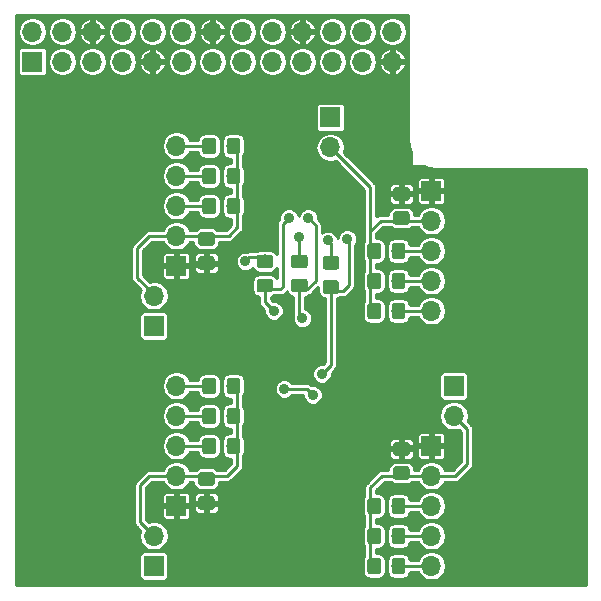
<source format=gbl>
G04 #@! TF.GenerationSoftware,KiCad,Pcbnew,(5.0.2)-1*
G04 #@! TF.CreationDate,2019-07-01T13:56:40-04:00*
G04 #@! TF.ProjectId,RPI-I2C-HUB,5250492d-4932-4432-9d48-55422e6b6963,rev?*
G04 #@! TF.SameCoordinates,Original*
G04 #@! TF.FileFunction,Copper,L2,Bot*
G04 #@! TF.FilePolarity,Positive*
%FSLAX46Y46*%
G04 Gerber Fmt 4.6, Leading zero omitted, Abs format (unit mm)*
G04 Created by KiCad (PCBNEW (5.0.2)-1) date 7/1/2019 1:56:40 PM*
%MOMM*%
%LPD*%
G01*
G04 APERTURE LIST*
G04 #@! TA.AperFunction,Conductor*
%ADD10C,0.150000*%
G04 #@! TD*
G04 #@! TA.AperFunction,SMDPad,CuDef*
%ADD11C,1.150000*%
G04 #@! TD*
G04 #@! TA.AperFunction,ComponentPad*
%ADD12R,1.700000X1.700000*%
G04 #@! TD*
G04 #@! TA.AperFunction,ComponentPad*
%ADD13O,1.700000X1.700000*%
G04 #@! TD*
G04 #@! TA.AperFunction,ViaPad*
%ADD14C,0.889000*%
G04 #@! TD*
G04 #@! TA.AperFunction,Conductor*
%ADD15C,0.254000*%
G04 #@! TD*
G04 APERTURE END LIST*
D10*
G04 #@! TO.N,GND*
G04 #@! TO.C,C1*
G36*
X16984505Y-41091204D02*
X17008773Y-41094804D01*
X17032572Y-41100765D01*
X17055671Y-41109030D01*
X17077850Y-41119520D01*
X17098893Y-41132132D01*
X17118599Y-41146747D01*
X17136777Y-41163223D01*
X17153253Y-41181401D01*
X17167868Y-41201107D01*
X17180480Y-41222150D01*
X17190970Y-41244329D01*
X17199235Y-41267428D01*
X17205196Y-41291227D01*
X17208796Y-41315495D01*
X17210000Y-41339999D01*
X17210000Y-41990001D01*
X17208796Y-42014505D01*
X17205196Y-42038773D01*
X17199235Y-42062572D01*
X17190970Y-42085671D01*
X17180480Y-42107850D01*
X17167868Y-42128893D01*
X17153253Y-42148599D01*
X17136777Y-42166777D01*
X17118599Y-42183253D01*
X17098893Y-42197868D01*
X17077850Y-42210480D01*
X17055671Y-42220970D01*
X17032572Y-42229235D01*
X17008773Y-42235196D01*
X16984505Y-42238796D01*
X16960001Y-42240000D01*
X16059999Y-42240000D01*
X16035495Y-42238796D01*
X16011227Y-42235196D01*
X15987428Y-42229235D01*
X15964329Y-42220970D01*
X15942150Y-42210480D01*
X15921107Y-42197868D01*
X15901401Y-42183253D01*
X15883223Y-42166777D01*
X15866747Y-42148599D01*
X15852132Y-42128893D01*
X15839520Y-42107850D01*
X15829030Y-42085671D01*
X15820765Y-42062572D01*
X15814804Y-42038773D01*
X15811204Y-42014505D01*
X15810000Y-41990001D01*
X15810000Y-41339999D01*
X15811204Y-41315495D01*
X15814804Y-41291227D01*
X15820765Y-41267428D01*
X15829030Y-41244329D01*
X15839520Y-41222150D01*
X15852132Y-41201107D01*
X15866747Y-41181401D01*
X15883223Y-41163223D01*
X15901401Y-41146747D01*
X15921107Y-41132132D01*
X15942150Y-41119520D01*
X15964329Y-41109030D01*
X15987428Y-41100765D01*
X16011227Y-41094804D01*
X16035495Y-41091204D01*
X16059999Y-41090000D01*
X16960001Y-41090000D01*
X16984505Y-41091204D01*
X16984505Y-41091204D01*
G37*
D11*
G04 #@! TD*
G04 #@! TO.P,C1,2*
G04 #@! TO.N,GND*
X16510000Y-41665000D03*
D10*
G04 #@! TO.N,Net-(C1-Pad1)*
G04 #@! TO.C,C1*
G36*
X16984505Y-39041204D02*
X17008773Y-39044804D01*
X17032572Y-39050765D01*
X17055671Y-39059030D01*
X17077850Y-39069520D01*
X17098893Y-39082132D01*
X17118599Y-39096747D01*
X17136777Y-39113223D01*
X17153253Y-39131401D01*
X17167868Y-39151107D01*
X17180480Y-39172150D01*
X17190970Y-39194329D01*
X17199235Y-39217428D01*
X17205196Y-39241227D01*
X17208796Y-39265495D01*
X17210000Y-39289999D01*
X17210000Y-39940001D01*
X17208796Y-39964505D01*
X17205196Y-39988773D01*
X17199235Y-40012572D01*
X17190970Y-40035671D01*
X17180480Y-40057850D01*
X17167868Y-40078893D01*
X17153253Y-40098599D01*
X17136777Y-40116777D01*
X17118599Y-40133253D01*
X17098893Y-40147868D01*
X17077850Y-40160480D01*
X17055671Y-40170970D01*
X17032572Y-40179235D01*
X17008773Y-40185196D01*
X16984505Y-40188796D01*
X16960001Y-40190000D01*
X16059999Y-40190000D01*
X16035495Y-40188796D01*
X16011227Y-40185196D01*
X15987428Y-40179235D01*
X15964329Y-40170970D01*
X15942150Y-40160480D01*
X15921107Y-40147868D01*
X15901401Y-40133253D01*
X15883223Y-40116777D01*
X15866747Y-40098599D01*
X15852132Y-40078893D01*
X15839520Y-40057850D01*
X15829030Y-40035671D01*
X15820765Y-40012572D01*
X15814804Y-39988773D01*
X15811204Y-39964505D01*
X15810000Y-39940001D01*
X15810000Y-39289999D01*
X15811204Y-39265495D01*
X15814804Y-39241227D01*
X15820765Y-39217428D01*
X15829030Y-39194329D01*
X15839520Y-39172150D01*
X15852132Y-39151107D01*
X15866747Y-39131401D01*
X15883223Y-39113223D01*
X15901401Y-39096747D01*
X15921107Y-39082132D01*
X15942150Y-39069520D01*
X15964329Y-39059030D01*
X15987428Y-39050765D01*
X16011227Y-39044804D01*
X16035495Y-39041204D01*
X16059999Y-39040000D01*
X16960001Y-39040000D01*
X16984505Y-39041204D01*
X16984505Y-39041204D01*
G37*
D11*
G04 #@! TD*
G04 #@! TO.P,C1,1*
G04 #@! TO.N,Net-(C1-Pad1)*
X16510000Y-39615000D03*
D10*
G04 #@! TO.N,Net-(C2-Pad1)*
G04 #@! TO.C,C2*
G36*
X33494505Y-38551204D02*
X33518773Y-38554804D01*
X33542572Y-38560765D01*
X33565671Y-38569030D01*
X33587850Y-38579520D01*
X33608893Y-38592132D01*
X33628599Y-38606747D01*
X33646777Y-38623223D01*
X33663253Y-38641401D01*
X33677868Y-38661107D01*
X33690480Y-38682150D01*
X33700970Y-38704329D01*
X33709235Y-38727428D01*
X33715196Y-38751227D01*
X33718796Y-38775495D01*
X33720000Y-38799999D01*
X33720000Y-39450001D01*
X33718796Y-39474505D01*
X33715196Y-39498773D01*
X33709235Y-39522572D01*
X33700970Y-39545671D01*
X33690480Y-39567850D01*
X33677868Y-39588893D01*
X33663253Y-39608599D01*
X33646777Y-39626777D01*
X33628599Y-39643253D01*
X33608893Y-39657868D01*
X33587850Y-39670480D01*
X33565671Y-39680970D01*
X33542572Y-39689235D01*
X33518773Y-39695196D01*
X33494505Y-39698796D01*
X33470001Y-39700000D01*
X32569999Y-39700000D01*
X32545495Y-39698796D01*
X32521227Y-39695196D01*
X32497428Y-39689235D01*
X32474329Y-39680970D01*
X32452150Y-39670480D01*
X32431107Y-39657868D01*
X32411401Y-39643253D01*
X32393223Y-39626777D01*
X32376747Y-39608599D01*
X32362132Y-39588893D01*
X32349520Y-39567850D01*
X32339030Y-39545671D01*
X32330765Y-39522572D01*
X32324804Y-39498773D01*
X32321204Y-39474505D01*
X32320000Y-39450001D01*
X32320000Y-38799999D01*
X32321204Y-38775495D01*
X32324804Y-38751227D01*
X32330765Y-38727428D01*
X32339030Y-38704329D01*
X32349520Y-38682150D01*
X32362132Y-38661107D01*
X32376747Y-38641401D01*
X32393223Y-38623223D01*
X32411401Y-38606747D01*
X32431107Y-38592132D01*
X32452150Y-38579520D01*
X32474329Y-38569030D01*
X32497428Y-38560765D01*
X32521227Y-38554804D01*
X32545495Y-38551204D01*
X32569999Y-38550000D01*
X33470001Y-38550000D01*
X33494505Y-38551204D01*
X33494505Y-38551204D01*
G37*
D11*
G04 #@! TD*
G04 #@! TO.P,C2,1*
G04 #@! TO.N,Net-(C2-Pad1)*
X33020000Y-39125000D03*
D10*
G04 #@! TO.N,GND*
G04 #@! TO.C,C2*
G36*
X33494505Y-36501204D02*
X33518773Y-36504804D01*
X33542572Y-36510765D01*
X33565671Y-36519030D01*
X33587850Y-36529520D01*
X33608893Y-36542132D01*
X33628599Y-36556747D01*
X33646777Y-36573223D01*
X33663253Y-36591401D01*
X33677868Y-36611107D01*
X33690480Y-36632150D01*
X33700970Y-36654329D01*
X33709235Y-36677428D01*
X33715196Y-36701227D01*
X33718796Y-36725495D01*
X33720000Y-36749999D01*
X33720000Y-37400001D01*
X33718796Y-37424505D01*
X33715196Y-37448773D01*
X33709235Y-37472572D01*
X33700970Y-37495671D01*
X33690480Y-37517850D01*
X33677868Y-37538893D01*
X33663253Y-37558599D01*
X33646777Y-37576777D01*
X33628599Y-37593253D01*
X33608893Y-37607868D01*
X33587850Y-37620480D01*
X33565671Y-37630970D01*
X33542572Y-37639235D01*
X33518773Y-37645196D01*
X33494505Y-37648796D01*
X33470001Y-37650000D01*
X32569999Y-37650000D01*
X32545495Y-37648796D01*
X32521227Y-37645196D01*
X32497428Y-37639235D01*
X32474329Y-37630970D01*
X32452150Y-37620480D01*
X32431107Y-37607868D01*
X32411401Y-37593253D01*
X32393223Y-37576777D01*
X32376747Y-37558599D01*
X32362132Y-37538893D01*
X32349520Y-37517850D01*
X32339030Y-37495671D01*
X32330765Y-37472572D01*
X32324804Y-37448773D01*
X32321204Y-37424505D01*
X32320000Y-37400001D01*
X32320000Y-36749999D01*
X32321204Y-36725495D01*
X32324804Y-36701227D01*
X32330765Y-36677428D01*
X32339030Y-36654329D01*
X32349520Y-36632150D01*
X32362132Y-36611107D01*
X32376747Y-36591401D01*
X32393223Y-36573223D01*
X32411401Y-36556747D01*
X32431107Y-36542132D01*
X32452150Y-36529520D01*
X32474329Y-36519030D01*
X32497428Y-36510765D01*
X32521227Y-36504804D01*
X32545495Y-36501204D01*
X32569999Y-36500000D01*
X33470001Y-36500000D01*
X33494505Y-36501204D01*
X33494505Y-36501204D01*
G37*
D11*
G04 #@! TD*
G04 #@! TO.P,C2,2*
G04 #@! TO.N,GND*
X33020000Y-37075000D03*
D10*
G04 #@! TO.N,GND*
G04 #@! TO.C,C3*
G36*
X33494505Y-14911204D02*
X33518773Y-14914804D01*
X33542572Y-14920765D01*
X33565671Y-14929030D01*
X33587850Y-14939520D01*
X33608893Y-14952132D01*
X33628599Y-14966747D01*
X33646777Y-14983223D01*
X33663253Y-15001401D01*
X33677868Y-15021107D01*
X33690480Y-15042150D01*
X33700970Y-15064329D01*
X33709235Y-15087428D01*
X33715196Y-15111227D01*
X33718796Y-15135495D01*
X33720000Y-15159999D01*
X33720000Y-15810001D01*
X33718796Y-15834505D01*
X33715196Y-15858773D01*
X33709235Y-15882572D01*
X33700970Y-15905671D01*
X33690480Y-15927850D01*
X33677868Y-15948893D01*
X33663253Y-15968599D01*
X33646777Y-15986777D01*
X33628599Y-16003253D01*
X33608893Y-16017868D01*
X33587850Y-16030480D01*
X33565671Y-16040970D01*
X33542572Y-16049235D01*
X33518773Y-16055196D01*
X33494505Y-16058796D01*
X33470001Y-16060000D01*
X32569999Y-16060000D01*
X32545495Y-16058796D01*
X32521227Y-16055196D01*
X32497428Y-16049235D01*
X32474329Y-16040970D01*
X32452150Y-16030480D01*
X32431107Y-16017868D01*
X32411401Y-16003253D01*
X32393223Y-15986777D01*
X32376747Y-15968599D01*
X32362132Y-15948893D01*
X32349520Y-15927850D01*
X32339030Y-15905671D01*
X32330765Y-15882572D01*
X32324804Y-15858773D01*
X32321204Y-15834505D01*
X32320000Y-15810001D01*
X32320000Y-15159999D01*
X32321204Y-15135495D01*
X32324804Y-15111227D01*
X32330765Y-15087428D01*
X32339030Y-15064329D01*
X32349520Y-15042150D01*
X32362132Y-15021107D01*
X32376747Y-15001401D01*
X32393223Y-14983223D01*
X32411401Y-14966747D01*
X32431107Y-14952132D01*
X32452150Y-14939520D01*
X32474329Y-14929030D01*
X32497428Y-14920765D01*
X32521227Y-14914804D01*
X32545495Y-14911204D01*
X32569999Y-14910000D01*
X33470001Y-14910000D01*
X33494505Y-14911204D01*
X33494505Y-14911204D01*
G37*
D11*
G04 #@! TD*
G04 #@! TO.P,C3,2*
G04 #@! TO.N,GND*
X33020000Y-15485000D03*
D10*
G04 #@! TO.N,Net-(C3-Pad1)*
G04 #@! TO.C,C3*
G36*
X33494505Y-16961204D02*
X33518773Y-16964804D01*
X33542572Y-16970765D01*
X33565671Y-16979030D01*
X33587850Y-16989520D01*
X33608893Y-17002132D01*
X33628599Y-17016747D01*
X33646777Y-17033223D01*
X33663253Y-17051401D01*
X33677868Y-17071107D01*
X33690480Y-17092150D01*
X33700970Y-17114329D01*
X33709235Y-17137428D01*
X33715196Y-17161227D01*
X33718796Y-17185495D01*
X33720000Y-17209999D01*
X33720000Y-17860001D01*
X33718796Y-17884505D01*
X33715196Y-17908773D01*
X33709235Y-17932572D01*
X33700970Y-17955671D01*
X33690480Y-17977850D01*
X33677868Y-17998893D01*
X33663253Y-18018599D01*
X33646777Y-18036777D01*
X33628599Y-18053253D01*
X33608893Y-18067868D01*
X33587850Y-18080480D01*
X33565671Y-18090970D01*
X33542572Y-18099235D01*
X33518773Y-18105196D01*
X33494505Y-18108796D01*
X33470001Y-18110000D01*
X32569999Y-18110000D01*
X32545495Y-18108796D01*
X32521227Y-18105196D01*
X32497428Y-18099235D01*
X32474329Y-18090970D01*
X32452150Y-18080480D01*
X32431107Y-18067868D01*
X32411401Y-18053253D01*
X32393223Y-18036777D01*
X32376747Y-18018599D01*
X32362132Y-17998893D01*
X32349520Y-17977850D01*
X32339030Y-17955671D01*
X32330765Y-17932572D01*
X32324804Y-17908773D01*
X32321204Y-17884505D01*
X32320000Y-17860001D01*
X32320000Y-17209999D01*
X32321204Y-17185495D01*
X32324804Y-17161227D01*
X32330765Y-17137428D01*
X32339030Y-17114329D01*
X32349520Y-17092150D01*
X32362132Y-17071107D01*
X32376747Y-17051401D01*
X32393223Y-17033223D01*
X32411401Y-17016747D01*
X32431107Y-17002132D01*
X32452150Y-16989520D01*
X32474329Y-16979030D01*
X32497428Y-16970765D01*
X32521227Y-16964804D01*
X32545495Y-16961204D01*
X32569999Y-16960000D01*
X33470001Y-16960000D01*
X33494505Y-16961204D01*
X33494505Y-16961204D01*
G37*
D11*
G04 #@! TD*
G04 #@! TO.P,C3,1*
G04 #@! TO.N,Net-(C3-Pad1)*
X33020000Y-17535000D03*
D10*
G04 #@! TO.N,Net-(C4-Pad1)*
G04 #@! TO.C,C4*
G36*
X16984505Y-18721204D02*
X17008773Y-18724804D01*
X17032572Y-18730765D01*
X17055671Y-18739030D01*
X17077850Y-18749520D01*
X17098893Y-18762132D01*
X17118599Y-18776747D01*
X17136777Y-18793223D01*
X17153253Y-18811401D01*
X17167868Y-18831107D01*
X17180480Y-18852150D01*
X17190970Y-18874329D01*
X17199235Y-18897428D01*
X17205196Y-18921227D01*
X17208796Y-18945495D01*
X17210000Y-18969999D01*
X17210000Y-19620001D01*
X17208796Y-19644505D01*
X17205196Y-19668773D01*
X17199235Y-19692572D01*
X17190970Y-19715671D01*
X17180480Y-19737850D01*
X17167868Y-19758893D01*
X17153253Y-19778599D01*
X17136777Y-19796777D01*
X17118599Y-19813253D01*
X17098893Y-19827868D01*
X17077850Y-19840480D01*
X17055671Y-19850970D01*
X17032572Y-19859235D01*
X17008773Y-19865196D01*
X16984505Y-19868796D01*
X16960001Y-19870000D01*
X16059999Y-19870000D01*
X16035495Y-19868796D01*
X16011227Y-19865196D01*
X15987428Y-19859235D01*
X15964329Y-19850970D01*
X15942150Y-19840480D01*
X15921107Y-19827868D01*
X15901401Y-19813253D01*
X15883223Y-19796777D01*
X15866747Y-19778599D01*
X15852132Y-19758893D01*
X15839520Y-19737850D01*
X15829030Y-19715671D01*
X15820765Y-19692572D01*
X15814804Y-19668773D01*
X15811204Y-19644505D01*
X15810000Y-19620001D01*
X15810000Y-18969999D01*
X15811204Y-18945495D01*
X15814804Y-18921227D01*
X15820765Y-18897428D01*
X15829030Y-18874329D01*
X15839520Y-18852150D01*
X15852132Y-18831107D01*
X15866747Y-18811401D01*
X15883223Y-18793223D01*
X15901401Y-18776747D01*
X15921107Y-18762132D01*
X15942150Y-18749520D01*
X15964329Y-18739030D01*
X15987428Y-18730765D01*
X16011227Y-18724804D01*
X16035495Y-18721204D01*
X16059999Y-18720000D01*
X16960001Y-18720000D01*
X16984505Y-18721204D01*
X16984505Y-18721204D01*
G37*
D11*
G04 #@! TD*
G04 #@! TO.P,C4,1*
G04 #@! TO.N,Net-(C4-Pad1)*
X16510000Y-19295000D03*
D10*
G04 #@! TO.N,GND*
G04 #@! TO.C,C4*
G36*
X16984505Y-20771204D02*
X17008773Y-20774804D01*
X17032572Y-20780765D01*
X17055671Y-20789030D01*
X17077850Y-20799520D01*
X17098893Y-20812132D01*
X17118599Y-20826747D01*
X17136777Y-20843223D01*
X17153253Y-20861401D01*
X17167868Y-20881107D01*
X17180480Y-20902150D01*
X17190970Y-20924329D01*
X17199235Y-20947428D01*
X17205196Y-20971227D01*
X17208796Y-20995495D01*
X17210000Y-21019999D01*
X17210000Y-21670001D01*
X17208796Y-21694505D01*
X17205196Y-21718773D01*
X17199235Y-21742572D01*
X17190970Y-21765671D01*
X17180480Y-21787850D01*
X17167868Y-21808893D01*
X17153253Y-21828599D01*
X17136777Y-21846777D01*
X17118599Y-21863253D01*
X17098893Y-21877868D01*
X17077850Y-21890480D01*
X17055671Y-21900970D01*
X17032572Y-21909235D01*
X17008773Y-21915196D01*
X16984505Y-21918796D01*
X16960001Y-21920000D01*
X16059999Y-21920000D01*
X16035495Y-21918796D01*
X16011227Y-21915196D01*
X15987428Y-21909235D01*
X15964329Y-21900970D01*
X15942150Y-21890480D01*
X15921107Y-21877868D01*
X15901401Y-21863253D01*
X15883223Y-21846777D01*
X15866747Y-21828599D01*
X15852132Y-21808893D01*
X15839520Y-21787850D01*
X15829030Y-21765671D01*
X15820765Y-21742572D01*
X15814804Y-21718773D01*
X15811204Y-21694505D01*
X15810000Y-21670001D01*
X15810000Y-21019999D01*
X15811204Y-20995495D01*
X15814804Y-20971227D01*
X15820765Y-20947428D01*
X15829030Y-20924329D01*
X15839520Y-20902150D01*
X15852132Y-20881107D01*
X15866747Y-20861401D01*
X15883223Y-20843223D01*
X15901401Y-20826747D01*
X15921107Y-20812132D01*
X15942150Y-20799520D01*
X15964329Y-20789030D01*
X15987428Y-20780765D01*
X16011227Y-20774804D01*
X16035495Y-20771204D01*
X16059999Y-20770000D01*
X16960001Y-20770000D01*
X16984505Y-20771204D01*
X16984505Y-20771204D01*
G37*
D11*
G04 #@! TD*
G04 #@! TO.P,C4,2*
G04 #@! TO.N,GND*
X16510000Y-21345000D03*
D12*
G04 #@! TO.P,H1,1*
G04 #@! TO.N,+3.3V*
X12065000Y-46990000D03*
D13*
G04 #@! TO.P,H1,2*
G04 #@! TO.N,Net-(C1-Pad1)*
X12065000Y-44450000D03*
G04 #@! TD*
G04 #@! TO.P,H2,2*
G04 #@! TO.N,Net-(C2-Pad1)*
X37465000Y-34290000D03*
D12*
G04 #@! TO.P,H2,1*
G04 #@! TO.N,+3.3V*
X37465000Y-31750000D03*
G04 #@! TD*
G04 #@! TO.P,H3,1*
G04 #@! TO.N,+3.3V*
X27000000Y-9000000D03*
D13*
G04 #@! TO.P,H3,2*
G04 #@! TO.N,Net-(C3-Pad1)*
X27000000Y-11540000D03*
G04 #@! TD*
G04 #@! TO.P,H4,2*
G04 #@! TO.N,Net-(C4-Pad1)*
X12065000Y-24130000D03*
D12*
G04 #@! TO.P,H4,1*
G04 #@! TO.N,+3.3V*
X12065000Y-26670000D03*
G04 #@! TD*
D13*
G04 #@! TO.P,J1,5*
G04 #@! TO.N,/~I0*
X13970000Y-31750000D03*
G04 #@! TO.P,J1,4*
G04 #@! TO.N,/SCL0*
X13970000Y-34290000D03*
G04 #@! TO.P,J1,3*
G04 #@! TO.N,/SDA0*
X13970000Y-36830000D03*
G04 #@! TO.P,J1,2*
G04 #@! TO.N,Net-(C1-Pad1)*
X13970000Y-39370000D03*
D12*
G04 #@! TO.P,J1,1*
G04 #@! TO.N,GND*
X13970000Y-41910000D03*
G04 #@! TD*
G04 #@! TO.P,J2,1*
G04 #@! TO.N,GND*
X35560000Y-36830000D03*
D13*
G04 #@! TO.P,J2,2*
G04 #@! TO.N,Net-(C2-Pad1)*
X35560000Y-39370000D03*
G04 #@! TO.P,J2,3*
G04 #@! TO.N,/SDA1*
X35560000Y-41910000D03*
G04 #@! TO.P,J2,4*
G04 #@! TO.N,/SCL1*
X35560000Y-44450000D03*
G04 #@! TO.P,J2,5*
G04 #@! TO.N,/~I1*
X35560000Y-46990000D03*
G04 #@! TD*
G04 #@! TO.P,J3,5*
G04 #@! TO.N,/~I2*
X35560000Y-25400000D03*
G04 #@! TO.P,J3,4*
G04 #@! TO.N,/SCL2*
X35560000Y-22860000D03*
G04 #@! TO.P,J3,3*
G04 #@! TO.N,/SDA2*
X35560000Y-20320000D03*
G04 #@! TO.P,J3,2*
G04 #@! TO.N,Net-(C3-Pad1)*
X35560000Y-17780000D03*
D12*
G04 #@! TO.P,J3,1*
G04 #@! TO.N,GND*
X35560000Y-15240000D03*
G04 #@! TD*
G04 #@! TO.P,J4,1*
G04 #@! TO.N,GND*
X13970000Y-21590000D03*
D13*
G04 #@! TO.P,J4,2*
G04 #@! TO.N,Net-(C4-Pad1)*
X13970000Y-19050000D03*
G04 #@! TO.P,J4,3*
G04 #@! TO.N,/SDA3*
X13970000Y-16510000D03*
G04 #@! TO.P,J4,4*
G04 #@! TO.N,/SCL3*
X13970000Y-13970000D03*
G04 #@! TO.P,J4,5*
G04 #@! TO.N,/~I3*
X13970000Y-11430000D03*
G04 #@! TD*
D12*
G04 #@! TO.P,P1,1*
G04 #@! TO.N,+3.3V*
X1778000Y-4305300D03*
D13*
G04 #@! TO.P,P1,2*
G04 #@! TO.N,Net-(P1-Pad2)*
X1778000Y-1765300D03*
G04 #@! TO.P,P1,3*
G04 #@! TO.N,/SDA*
X4318000Y-4305300D03*
G04 #@! TO.P,P1,4*
G04 #@! TO.N,Net-(P1-Pad4)*
X4318000Y-1765300D03*
G04 #@! TO.P,P1,5*
G04 #@! TO.N,/SCL*
X6858000Y-4305300D03*
G04 #@! TO.P,P1,6*
G04 #@! TO.N,GND*
X6858000Y-1765300D03*
G04 #@! TO.P,P1,7*
G04 #@! TO.N,Net-(P1-Pad7)*
X9398000Y-4305300D03*
G04 #@! TO.P,P1,8*
G04 #@! TO.N,Net-(P1-Pad8)*
X9398000Y-1765300D03*
G04 #@! TO.P,P1,9*
G04 #@! TO.N,GND*
X11938000Y-4305300D03*
G04 #@! TO.P,P1,10*
G04 #@! TO.N,Net-(P1-Pad10)*
X11938000Y-1765300D03*
G04 #@! TO.P,P1,11*
G04 #@! TO.N,/IO_17*
X14478000Y-4305300D03*
G04 #@! TO.P,P1,12*
G04 #@! TO.N,Net-(P1-Pad12)*
X14478000Y-1765300D03*
G04 #@! TO.P,P1,13*
G04 #@! TO.N,Net-(P1-Pad13)*
X17018000Y-4305300D03*
G04 #@! TO.P,P1,14*
G04 #@! TO.N,GND*
X17018000Y-1765300D03*
G04 #@! TO.P,P1,15*
G04 #@! TO.N,Net-(P1-Pad15)*
X19558000Y-4305300D03*
G04 #@! TO.P,P1,16*
G04 #@! TO.N,Net-(P1-Pad16)*
X19558000Y-1765300D03*
G04 #@! TO.P,P1,17*
G04 #@! TO.N,+3.3V*
X22098000Y-4305300D03*
G04 #@! TO.P,P1,18*
G04 #@! TO.N,Net-(P1-Pad18)*
X22098000Y-1765300D03*
G04 #@! TO.P,P1,19*
G04 #@! TO.N,Net-(P1-Pad19)*
X24638000Y-4305300D03*
G04 #@! TO.P,P1,20*
G04 #@! TO.N,GND*
X24638000Y-1765300D03*
G04 #@! TO.P,P1,21*
G04 #@! TO.N,Net-(P1-Pad21)*
X27178000Y-4305300D03*
G04 #@! TO.P,P1,22*
G04 #@! TO.N,Net-(P1-Pad22)*
X27178000Y-1765300D03*
G04 #@! TO.P,P1,23*
G04 #@! TO.N,Net-(P1-Pad23)*
X29718000Y-4305300D03*
G04 #@! TO.P,P1,24*
G04 #@! TO.N,Net-(P1-Pad24)*
X29718000Y-1765300D03*
G04 #@! TO.P,P1,25*
G04 #@! TO.N,GND*
X32258000Y-4305300D03*
G04 #@! TO.P,P1,26*
G04 #@! TO.N,Net-(P1-Pad26)*
X32258000Y-1765300D03*
G04 #@! TD*
D10*
G04 #@! TO.N,+3.3V*
G04 #@! TO.C,R1*
G36*
X27525505Y-20753204D02*
X27549773Y-20756804D01*
X27573572Y-20762765D01*
X27596671Y-20771030D01*
X27618850Y-20781520D01*
X27639893Y-20794132D01*
X27659599Y-20808747D01*
X27677777Y-20825223D01*
X27694253Y-20843401D01*
X27708868Y-20863107D01*
X27721480Y-20884150D01*
X27731970Y-20906329D01*
X27740235Y-20929428D01*
X27746196Y-20953227D01*
X27749796Y-20977495D01*
X27751000Y-21001999D01*
X27751000Y-21652001D01*
X27749796Y-21676505D01*
X27746196Y-21700773D01*
X27740235Y-21724572D01*
X27731970Y-21747671D01*
X27721480Y-21769850D01*
X27708868Y-21790893D01*
X27694253Y-21810599D01*
X27677777Y-21828777D01*
X27659599Y-21845253D01*
X27639893Y-21859868D01*
X27618850Y-21872480D01*
X27596671Y-21882970D01*
X27573572Y-21891235D01*
X27549773Y-21897196D01*
X27525505Y-21900796D01*
X27501001Y-21902000D01*
X26600999Y-21902000D01*
X26576495Y-21900796D01*
X26552227Y-21897196D01*
X26528428Y-21891235D01*
X26505329Y-21882970D01*
X26483150Y-21872480D01*
X26462107Y-21859868D01*
X26442401Y-21845253D01*
X26424223Y-21828777D01*
X26407747Y-21810599D01*
X26393132Y-21790893D01*
X26380520Y-21769850D01*
X26370030Y-21747671D01*
X26361765Y-21724572D01*
X26355804Y-21700773D01*
X26352204Y-21676505D01*
X26351000Y-21652001D01*
X26351000Y-21001999D01*
X26352204Y-20977495D01*
X26355804Y-20953227D01*
X26361765Y-20929428D01*
X26370030Y-20906329D01*
X26380520Y-20884150D01*
X26393132Y-20863107D01*
X26407747Y-20843401D01*
X26424223Y-20825223D01*
X26442401Y-20808747D01*
X26462107Y-20794132D01*
X26483150Y-20781520D01*
X26505329Y-20771030D01*
X26528428Y-20762765D01*
X26552227Y-20756804D01*
X26576495Y-20753204D01*
X26600999Y-20752000D01*
X27501001Y-20752000D01*
X27525505Y-20753204D01*
X27525505Y-20753204D01*
G37*
D11*
G04 #@! TD*
G04 #@! TO.P,R1,1*
G04 #@! TO.N,+3.3V*
X27051000Y-21327000D03*
D10*
G04 #@! TO.N,/IO_17*
G04 #@! TO.C,R1*
G36*
X27525505Y-22803204D02*
X27549773Y-22806804D01*
X27573572Y-22812765D01*
X27596671Y-22821030D01*
X27618850Y-22831520D01*
X27639893Y-22844132D01*
X27659599Y-22858747D01*
X27677777Y-22875223D01*
X27694253Y-22893401D01*
X27708868Y-22913107D01*
X27721480Y-22934150D01*
X27731970Y-22956329D01*
X27740235Y-22979428D01*
X27746196Y-23003227D01*
X27749796Y-23027495D01*
X27751000Y-23051999D01*
X27751000Y-23702001D01*
X27749796Y-23726505D01*
X27746196Y-23750773D01*
X27740235Y-23774572D01*
X27731970Y-23797671D01*
X27721480Y-23819850D01*
X27708868Y-23840893D01*
X27694253Y-23860599D01*
X27677777Y-23878777D01*
X27659599Y-23895253D01*
X27639893Y-23909868D01*
X27618850Y-23922480D01*
X27596671Y-23932970D01*
X27573572Y-23941235D01*
X27549773Y-23947196D01*
X27525505Y-23950796D01*
X27501001Y-23952000D01*
X26600999Y-23952000D01*
X26576495Y-23950796D01*
X26552227Y-23947196D01*
X26528428Y-23941235D01*
X26505329Y-23932970D01*
X26483150Y-23922480D01*
X26462107Y-23909868D01*
X26442401Y-23895253D01*
X26424223Y-23878777D01*
X26407747Y-23860599D01*
X26393132Y-23840893D01*
X26380520Y-23819850D01*
X26370030Y-23797671D01*
X26361765Y-23774572D01*
X26355804Y-23750773D01*
X26352204Y-23726505D01*
X26351000Y-23702001D01*
X26351000Y-23051999D01*
X26352204Y-23027495D01*
X26355804Y-23003227D01*
X26361765Y-22979428D01*
X26370030Y-22956329D01*
X26380520Y-22934150D01*
X26393132Y-22913107D01*
X26407747Y-22893401D01*
X26424223Y-22875223D01*
X26442401Y-22858747D01*
X26462107Y-22844132D01*
X26483150Y-22831520D01*
X26505329Y-22821030D01*
X26528428Y-22812765D01*
X26552227Y-22806804D01*
X26576495Y-22803204D01*
X26600999Y-22802000D01*
X27501001Y-22802000D01*
X27525505Y-22803204D01*
X27525505Y-22803204D01*
G37*
D11*
G04 #@! TD*
G04 #@! TO.P,R1,2*
G04 #@! TO.N,/IO_17*
X27051000Y-23377000D03*
D10*
G04 #@! TO.N,/SCL*
G04 #@! TO.C,R2*
G36*
X24858505Y-22676204D02*
X24882773Y-22679804D01*
X24906572Y-22685765D01*
X24929671Y-22694030D01*
X24951850Y-22704520D01*
X24972893Y-22717132D01*
X24992599Y-22731747D01*
X25010777Y-22748223D01*
X25027253Y-22766401D01*
X25041868Y-22786107D01*
X25054480Y-22807150D01*
X25064970Y-22829329D01*
X25073235Y-22852428D01*
X25079196Y-22876227D01*
X25082796Y-22900495D01*
X25084000Y-22924999D01*
X25084000Y-23575001D01*
X25082796Y-23599505D01*
X25079196Y-23623773D01*
X25073235Y-23647572D01*
X25064970Y-23670671D01*
X25054480Y-23692850D01*
X25041868Y-23713893D01*
X25027253Y-23733599D01*
X25010777Y-23751777D01*
X24992599Y-23768253D01*
X24972893Y-23782868D01*
X24951850Y-23795480D01*
X24929671Y-23805970D01*
X24906572Y-23814235D01*
X24882773Y-23820196D01*
X24858505Y-23823796D01*
X24834001Y-23825000D01*
X23933999Y-23825000D01*
X23909495Y-23823796D01*
X23885227Y-23820196D01*
X23861428Y-23814235D01*
X23838329Y-23805970D01*
X23816150Y-23795480D01*
X23795107Y-23782868D01*
X23775401Y-23768253D01*
X23757223Y-23751777D01*
X23740747Y-23733599D01*
X23726132Y-23713893D01*
X23713520Y-23692850D01*
X23703030Y-23670671D01*
X23694765Y-23647572D01*
X23688804Y-23623773D01*
X23685204Y-23599505D01*
X23684000Y-23575001D01*
X23684000Y-22924999D01*
X23685204Y-22900495D01*
X23688804Y-22876227D01*
X23694765Y-22852428D01*
X23703030Y-22829329D01*
X23713520Y-22807150D01*
X23726132Y-22786107D01*
X23740747Y-22766401D01*
X23757223Y-22748223D01*
X23775401Y-22731747D01*
X23795107Y-22717132D01*
X23816150Y-22704520D01*
X23838329Y-22694030D01*
X23861428Y-22685765D01*
X23885227Y-22679804D01*
X23909495Y-22676204D01*
X23933999Y-22675000D01*
X24834001Y-22675000D01*
X24858505Y-22676204D01*
X24858505Y-22676204D01*
G37*
D11*
G04 #@! TD*
G04 #@! TO.P,R2,2*
G04 #@! TO.N,/SCL*
X24384000Y-23250000D03*
D10*
G04 #@! TO.N,+3.3V*
G04 #@! TO.C,R2*
G36*
X24858505Y-20626204D02*
X24882773Y-20629804D01*
X24906572Y-20635765D01*
X24929671Y-20644030D01*
X24951850Y-20654520D01*
X24972893Y-20667132D01*
X24992599Y-20681747D01*
X25010777Y-20698223D01*
X25027253Y-20716401D01*
X25041868Y-20736107D01*
X25054480Y-20757150D01*
X25064970Y-20779329D01*
X25073235Y-20802428D01*
X25079196Y-20826227D01*
X25082796Y-20850495D01*
X25084000Y-20874999D01*
X25084000Y-21525001D01*
X25082796Y-21549505D01*
X25079196Y-21573773D01*
X25073235Y-21597572D01*
X25064970Y-21620671D01*
X25054480Y-21642850D01*
X25041868Y-21663893D01*
X25027253Y-21683599D01*
X25010777Y-21701777D01*
X24992599Y-21718253D01*
X24972893Y-21732868D01*
X24951850Y-21745480D01*
X24929671Y-21755970D01*
X24906572Y-21764235D01*
X24882773Y-21770196D01*
X24858505Y-21773796D01*
X24834001Y-21775000D01*
X23933999Y-21775000D01*
X23909495Y-21773796D01*
X23885227Y-21770196D01*
X23861428Y-21764235D01*
X23838329Y-21755970D01*
X23816150Y-21745480D01*
X23795107Y-21732868D01*
X23775401Y-21718253D01*
X23757223Y-21701777D01*
X23740747Y-21683599D01*
X23726132Y-21663893D01*
X23713520Y-21642850D01*
X23703030Y-21620671D01*
X23694765Y-21597572D01*
X23688804Y-21573773D01*
X23685204Y-21549505D01*
X23684000Y-21525001D01*
X23684000Y-20874999D01*
X23685204Y-20850495D01*
X23688804Y-20826227D01*
X23694765Y-20802428D01*
X23703030Y-20779329D01*
X23713520Y-20757150D01*
X23726132Y-20736107D01*
X23740747Y-20716401D01*
X23757223Y-20698223D01*
X23775401Y-20681747D01*
X23795107Y-20667132D01*
X23816150Y-20654520D01*
X23838329Y-20644030D01*
X23861428Y-20635765D01*
X23885227Y-20629804D01*
X23909495Y-20626204D01*
X23933999Y-20625000D01*
X24834001Y-20625000D01*
X24858505Y-20626204D01*
X24858505Y-20626204D01*
G37*
D11*
G04 #@! TD*
G04 #@! TO.P,R2,1*
G04 #@! TO.N,+3.3V*
X24384000Y-21200000D03*
D10*
G04 #@! TO.N,+3.3V*
G04 #@! TO.C,R3*
G36*
X21937505Y-20626204D02*
X21961773Y-20629804D01*
X21985572Y-20635765D01*
X22008671Y-20644030D01*
X22030850Y-20654520D01*
X22051893Y-20667132D01*
X22071599Y-20681747D01*
X22089777Y-20698223D01*
X22106253Y-20716401D01*
X22120868Y-20736107D01*
X22133480Y-20757150D01*
X22143970Y-20779329D01*
X22152235Y-20802428D01*
X22158196Y-20826227D01*
X22161796Y-20850495D01*
X22163000Y-20874999D01*
X22163000Y-21525001D01*
X22161796Y-21549505D01*
X22158196Y-21573773D01*
X22152235Y-21597572D01*
X22143970Y-21620671D01*
X22133480Y-21642850D01*
X22120868Y-21663893D01*
X22106253Y-21683599D01*
X22089777Y-21701777D01*
X22071599Y-21718253D01*
X22051893Y-21732868D01*
X22030850Y-21745480D01*
X22008671Y-21755970D01*
X21985572Y-21764235D01*
X21961773Y-21770196D01*
X21937505Y-21773796D01*
X21913001Y-21775000D01*
X21012999Y-21775000D01*
X20988495Y-21773796D01*
X20964227Y-21770196D01*
X20940428Y-21764235D01*
X20917329Y-21755970D01*
X20895150Y-21745480D01*
X20874107Y-21732868D01*
X20854401Y-21718253D01*
X20836223Y-21701777D01*
X20819747Y-21683599D01*
X20805132Y-21663893D01*
X20792520Y-21642850D01*
X20782030Y-21620671D01*
X20773765Y-21597572D01*
X20767804Y-21573773D01*
X20764204Y-21549505D01*
X20763000Y-21525001D01*
X20763000Y-20874999D01*
X20764204Y-20850495D01*
X20767804Y-20826227D01*
X20773765Y-20802428D01*
X20782030Y-20779329D01*
X20792520Y-20757150D01*
X20805132Y-20736107D01*
X20819747Y-20716401D01*
X20836223Y-20698223D01*
X20854401Y-20681747D01*
X20874107Y-20667132D01*
X20895150Y-20654520D01*
X20917329Y-20644030D01*
X20940428Y-20635765D01*
X20964227Y-20629804D01*
X20988495Y-20626204D01*
X21012999Y-20625000D01*
X21913001Y-20625000D01*
X21937505Y-20626204D01*
X21937505Y-20626204D01*
G37*
D11*
G04 #@! TD*
G04 #@! TO.P,R3,1*
G04 #@! TO.N,+3.3V*
X21463000Y-21200000D03*
D10*
G04 #@! TO.N,/SDA*
G04 #@! TO.C,R3*
G36*
X21937505Y-22676204D02*
X21961773Y-22679804D01*
X21985572Y-22685765D01*
X22008671Y-22694030D01*
X22030850Y-22704520D01*
X22051893Y-22717132D01*
X22071599Y-22731747D01*
X22089777Y-22748223D01*
X22106253Y-22766401D01*
X22120868Y-22786107D01*
X22133480Y-22807150D01*
X22143970Y-22829329D01*
X22152235Y-22852428D01*
X22158196Y-22876227D01*
X22161796Y-22900495D01*
X22163000Y-22924999D01*
X22163000Y-23575001D01*
X22161796Y-23599505D01*
X22158196Y-23623773D01*
X22152235Y-23647572D01*
X22143970Y-23670671D01*
X22133480Y-23692850D01*
X22120868Y-23713893D01*
X22106253Y-23733599D01*
X22089777Y-23751777D01*
X22071599Y-23768253D01*
X22051893Y-23782868D01*
X22030850Y-23795480D01*
X22008671Y-23805970D01*
X21985572Y-23814235D01*
X21961773Y-23820196D01*
X21937505Y-23823796D01*
X21913001Y-23825000D01*
X21012999Y-23825000D01*
X20988495Y-23823796D01*
X20964227Y-23820196D01*
X20940428Y-23814235D01*
X20917329Y-23805970D01*
X20895150Y-23795480D01*
X20874107Y-23782868D01*
X20854401Y-23768253D01*
X20836223Y-23751777D01*
X20819747Y-23733599D01*
X20805132Y-23713893D01*
X20792520Y-23692850D01*
X20782030Y-23670671D01*
X20773765Y-23647572D01*
X20767804Y-23623773D01*
X20764204Y-23599505D01*
X20763000Y-23575001D01*
X20763000Y-22924999D01*
X20764204Y-22900495D01*
X20767804Y-22876227D01*
X20773765Y-22852428D01*
X20782030Y-22829329D01*
X20792520Y-22807150D01*
X20805132Y-22786107D01*
X20819747Y-22766401D01*
X20836223Y-22748223D01*
X20854401Y-22731747D01*
X20874107Y-22717132D01*
X20895150Y-22704520D01*
X20917329Y-22694030D01*
X20940428Y-22685765D01*
X20964227Y-22679804D01*
X20988495Y-22676204D01*
X21012999Y-22675000D01*
X21913001Y-22675000D01*
X21937505Y-22676204D01*
X21937505Y-22676204D01*
G37*
D11*
G04 #@! TD*
G04 #@! TO.P,R3,2*
G04 #@! TO.N,/SDA*
X21463000Y-23250000D03*
D10*
G04 #@! TO.N,Net-(C1-Pad1)*
G04 #@! TO.C,R4*
G36*
X19154505Y-31051204D02*
X19178773Y-31054804D01*
X19202572Y-31060765D01*
X19225671Y-31069030D01*
X19247850Y-31079520D01*
X19268893Y-31092132D01*
X19288599Y-31106747D01*
X19306777Y-31123223D01*
X19323253Y-31141401D01*
X19337868Y-31161107D01*
X19350480Y-31182150D01*
X19360970Y-31204329D01*
X19369235Y-31227428D01*
X19375196Y-31251227D01*
X19378796Y-31275495D01*
X19380000Y-31299999D01*
X19380000Y-32200001D01*
X19378796Y-32224505D01*
X19375196Y-32248773D01*
X19369235Y-32272572D01*
X19360970Y-32295671D01*
X19350480Y-32317850D01*
X19337868Y-32338893D01*
X19323253Y-32358599D01*
X19306777Y-32376777D01*
X19288599Y-32393253D01*
X19268893Y-32407868D01*
X19247850Y-32420480D01*
X19225671Y-32430970D01*
X19202572Y-32439235D01*
X19178773Y-32445196D01*
X19154505Y-32448796D01*
X19130001Y-32450000D01*
X18479999Y-32450000D01*
X18455495Y-32448796D01*
X18431227Y-32445196D01*
X18407428Y-32439235D01*
X18384329Y-32430970D01*
X18362150Y-32420480D01*
X18341107Y-32407868D01*
X18321401Y-32393253D01*
X18303223Y-32376777D01*
X18286747Y-32358599D01*
X18272132Y-32338893D01*
X18259520Y-32317850D01*
X18249030Y-32295671D01*
X18240765Y-32272572D01*
X18234804Y-32248773D01*
X18231204Y-32224505D01*
X18230000Y-32200001D01*
X18230000Y-31299999D01*
X18231204Y-31275495D01*
X18234804Y-31251227D01*
X18240765Y-31227428D01*
X18249030Y-31204329D01*
X18259520Y-31182150D01*
X18272132Y-31161107D01*
X18286747Y-31141401D01*
X18303223Y-31123223D01*
X18321401Y-31106747D01*
X18341107Y-31092132D01*
X18362150Y-31079520D01*
X18384329Y-31069030D01*
X18407428Y-31060765D01*
X18431227Y-31054804D01*
X18455495Y-31051204D01*
X18479999Y-31050000D01*
X19130001Y-31050000D01*
X19154505Y-31051204D01*
X19154505Y-31051204D01*
G37*
D11*
G04 #@! TD*
G04 #@! TO.P,R4,1*
G04 #@! TO.N,Net-(C1-Pad1)*
X18805000Y-31750000D03*
D10*
G04 #@! TO.N,/~I0*
G04 #@! TO.C,R4*
G36*
X17104505Y-31051204D02*
X17128773Y-31054804D01*
X17152572Y-31060765D01*
X17175671Y-31069030D01*
X17197850Y-31079520D01*
X17218893Y-31092132D01*
X17238599Y-31106747D01*
X17256777Y-31123223D01*
X17273253Y-31141401D01*
X17287868Y-31161107D01*
X17300480Y-31182150D01*
X17310970Y-31204329D01*
X17319235Y-31227428D01*
X17325196Y-31251227D01*
X17328796Y-31275495D01*
X17330000Y-31299999D01*
X17330000Y-32200001D01*
X17328796Y-32224505D01*
X17325196Y-32248773D01*
X17319235Y-32272572D01*
X17310970Y-32295671D01*
X17300480Y-32317850D01*
X17287868Y-32338893D01*
X17273253Y-32358599D01*
X17256777Y-32376777D01*
X17238599Y-32393253D01*
X17218893Y-32407868D01*
X17197850Y-32420480D01*
X17175671Y-32430970D01*
X17152572Y-32439235D01*
X17128773Y-32445196D01*
X17104505Y-32448796D01*
X17080001Y-32450000D01*
X16429999Y-32450000D01*
X16405495Y-32448796D01*
X16381227Y-32445196D01*
X16357428Y-32439235D01*
X16334329Y-32430970D01*
X16312150Y-32420480D01*
X16291107Y-32407868D01*
X16271401Y-32393253D01*
X16253223Y-32376777D01*
X16236747Y-32358599D01*
X16222132Y-32338893D01*
X16209520Y-32317850D01*
X16199030Y-32295671D01*
X16190765Y-32272572D01*
X16184804Y-32248773D01*
X16181204Y-32224505D01*
X16180000Y-32200001D01*
X16180000Y-31299999D01*
X16181204Y-31275495D01*
X16184804Y-31251227D01*
X16190765Y-31227428D01*
X16199030Y-31204329D01*
X16209520Y-31182150D01*
X16222132Y-31161107D01*
X16236747Y-31141401D01*
X16253223Y-31123223D01*
X16271401Y-31106747D01*
X16291107Y-31092132D01*
X16312150Y-31079520D01*
X16334329Y-31069030D01*
X16357428Y-31060765D01*
X16381227Y-31054804D01*
X16405495Y-31051204D01*
X16429999Y-31050000D01*
X17080001Y-31050000D01*
X17104505Y-31051204D01*
X17104505Y-31051204D01*
G37*
D11*
G04 #@! TD*
G04 #@! TO.P,R4,2*
G04 #@! TO.N,/~I0*
X16755000Y-31750000D03*
D10*
G04 #@! TO.N,/SCL0*
G04 #@! TO.C,R5*
G36*
X17104505Y-33591204D02*
X17128773Y-33594804D01*
X17152572Y-33600765D01*
X17175671Y-33609030D01*
X17197850Y-33619520D01*
X17218893Y-33632132D01*
X17238599Y-33646747D01*
X17256777Y-33663223D01*
X17273253Y-33681401D01*
X17287868Y-33701107D01*
X17300480Y-33722150D01*
X17310970Y-33744329D01*
X17319235Y-33767428D01*
X17325196Y-33791227D01*
X17328796Y-33815495D01*
X17330000Y-33839999D01*
X17330000Y-34740001D01*
X17328796Y-34764505D01*
X17325196Y-34788773D01*
X17319235Y-34812572D01*
X17310970Y-34835671D01*
X17300480Y-34857850D01*
X17287868Y-34878893D01*
X17273253Y-34898599D01*
X17256777Y-34916777D01*
X17238599Y-34933253D01*
X17218893Y-34947868D01*
X17197850Y-34960480D01*
X17175671Y-34970970D01*
X17152572Y-34979235D01*
X17128773Y-34985196D01*
X17104505Y-34988796D01*
X17080001Y-34990000D01*
X16429999Y-34990000D01*
X16405495Y-34988796D01*
X16381227Y-34985196D01*
X16357428Y-34979235D01*
X16334329Y-34970970D01*
X16312150Y-34960480D01*
X16291107Y-34947868D01*
X16271401Y-34933253D01*
X16253223Y-34916777D01*
X16236747Y-34898599D01*
X16222132Y-34878893D01*
X16209520Y-34857850D01*
X16199030Y-34835671D01*
X16190765Y-34812572D01*
X16184804Y-34788773D01*
X16181204Y-34764505D01*
X16180000Y-34740001D01*
X16180000Y-33839999D01*
X16181204Y-33815495D01*
X16184804Y-33791227D01*
X16190765Y-33767428D01*
X16199030Y-33744329D01*
X16209520Y-33722150D01*
X16222132Y-33701107D01*
X16236747Y-33681401D01*
X16253223Y-33663223D01*
X16271401Y-33646747D01*
X16291107Y-33632132D01*
X16312150Y-33619520D01*
X16334329Y-33609030D01*
X16357428Y-33600765D01*
X16381227Y-33594804D01*
X16405495Y-33591204D01*
X16429999Y-33590000D01*
X17080001Y-33590000D01*
X17104505Y-33591204D01*
X17104505Y-33591204D01*
G37*
D11*
G04 #@! TD*
G04 #@! TO.P,R5,2*
G04 #@! TO.N,/SCL0*
X16755000Y-34290000D03*
D10*
G04 #@! TO.N,Net-(C1-Pad1)*
G04 #@! TO.C,R5*
G36*
X19154505Y-33591204D02*
X19178773Y-33594804D01*
X19202572Y-33600765D01*
X19225671Y-33609030D01*
X19247850Y-33619520D01*
X19268893Y-33632132D01*
X19288599Y-33646747D01*
X19306777Y-33663223D01*
X19323253Y-33681401D01*
X19337868Y-33701107D01*
X19350480Y-33722150D01*
X19360970Y-33744329D01*
X19369235Y-33767428D01*
X19375196Y-33791227D01*
X19378796Y-33815495D01*
X19380000Y-33839999D01*
X19380000Y-34740001D01*
X19378796Y-34764505D01*
X19375196Y-34788773D01*
X19369235Y-34812572D01*
X19360970Y-34835671D01*
X19350480Y-34857850D01*
X19337868Y-34878893D01*
X19323253Y-34898599D01*
X19306777Y-34916777D01*
X19288599Y-34933253D01*
X19268893Y-34947868D01*
X19247850Y-34960480D01*
X19225671Y-34970970D01*
X19202572Y-34979235D01*
X19178773Y-34985196D01*
X19154505Y-34988796D01*
X19130001Y-34990000D01*
X18479999Y-34990000D01*
X18455495Y-34988796D01*
X18431227Y-34985196D01*
X18407428Y-34979235D01*
X18384329Y-34970970D01*
X18362150Y-34960480D01*
X18341107Y-34947868D01*
X18321401Y-34933253D01*
X18303223Y-34916777D01*
X18286747Y-34898599D01*
X18272132Y-34878893D01*
X18259520Y-34857850D01*
X18249030Y-34835671D01*
X18240765Y-34812572D01*
X18234804Y-34788773D01*
X18231204Y-34764505D01*
X18230000Y-34740001D01*
X18230000Y-33839999D01*
X18231204Y-33815495D01*
X18234804Y-33791227D01*
X18240765Y-33767428D01*
X18249030Y-33744329D01*
X18259520Y-33722150D01*
X18272132Y-33701107D01*
X18286747Y-33681401D01*
X18303223Y-33663223D01*
X18321401Y-33646747D01*
X18341107Y-33632132D01*
X18362150Y-33619520D01*
X18384329Y-33609030D01*
X18407428Y-33600765D01*
X18431227Y-33594804D01*
X18455495Y-33591204D01*
X18479999Y-33590000D01*
X19130001Y-33590000D01*
X19154505Y-33591204D01*
X19154505Y-33591204D01*
G37*
D11*
G04 #@! TD*
G04 #@! TO.P,R5,1*
G04 #@! TO.N,Net-(C1-Pad1)*
X18805000Y-34290000D03*
D10*
G04 #@! TO.N,Net-(C1-Pad1)*
G04 #@! TO.C,R6*
G36*
X19154505Y-36131204D02*
X19178773Y-36134804D01*
X19202572Y-36140765D01*
X19225671Y-36149030D01*
X19247850Y-36159520D01*
X19268893Y-36172132D01*
X19288599Y-36186747D01*
X19306777Y-36203223D01*
X19323253Y-36221401D01*
X19337868Y-36241107D01*
X19350480Y-36262150D01*
X19360970Y-36284329D01*
X19369235Y-36307428D01*
X19375196Y-36331227D01*
X19378796Y-36355495D01*
X19380000Y-36379999D01*
X19380000Y-37280001D01*
X19378796Y-37304505D01*
X19375196Y-37328773D01*
X19369235Y-37352572D01*
X19360970Y-37375671D01*
X19350480Y-37397850D01*
X19337868Y-37418893D01*
X19323253Y-37438599D01*
X19306777Y-37456777D01*
X19288599Y-37473253D01*
X19268893Y-37487868D01*
X19247850Y-37500480D01*
X19225671Y-37510970D01*
X19202572Y-37519235D01*
X19178773Y-37525196D01*
X19154505Y-37528796D01*
X19130001Y-37530000D01*
X18479999Y-37530000D01*
X18455495Y-37528796D01*
X18431227Y-37525196D01*
X18407428Y-37519235D01*
X18384329Y-37510970D01*
X18362150Y-37500480D01*
X18341107Y-37487868D01*
X18321401Y-37473253D01*
X18303223Y-37456777D01*
X18286747Y-37438599D01*
X18272132Y-37418893D01*
X18259520Y-37397850D01*
X18249030Y-37375671D01*
X18240765Y-37352572D01*
X18234804Y-37328773D01*
X18231204Y-37304505D01*
X18230000Y-37280001D01*
X18230000Y-36379999D01*
X18231204Y-36355495D01*
X18234804Y-36331227D01*
X18240765Y-36307428D01*
X18249030Y-36284329D01*
X18259520Y-36262150D01*
X18272132Y-36241107D01*
X18286747Y-36221401D01*
X18303223Y-36203223D01*
X18321401Y-36186747D01*
X18341107Y-36172132D01*
X18362150Y-36159520D01*
X18384329Y-36149030D01*
X18407428Y-36140765D01*
X18431227Y-36134804D01*
X18455495Y-36131204D01*
X18479999Y-36130000D01*
X19130001Y-36130000D01*
X19154505Y-36131204D01*
X19154505Y-36131204D01*
G37*
D11*
G04 #@! TD*
G04 #@! TO.P,R6,1*
G04 #@! TO.N,Net-(C1-Pad1)*
X18805000Y-36830000D03*
D10*
G04 #@! TO.N,/SDA0*
G04 #@! TO.C,R6*
G36*
X17104505Y-36131204D02*
X17128773Y-36134804D01*
X17152572Y-36140765D01*
X17175671Y-36149030D01*
X17197850Y-36159520D01*
X17218893Y-36172132D01*
X17238599Y-36186747D01*
X17256777Y-36203223D01*
X17273253Y-36221401D01*
X17287868Y-36241107D01*
X17300480Y-36262150D01*
X17310970Y-36284329D01*
X17319235Y-36307428D01*
X17325196Y-36331227D01*
X17328796Y-36355495D01*
X17330000Y-36379999D01*
X17330000Y-37280001D01*
X17328796Y-37304505D01*
X17325196Y-37328773D01*
X17319235Y-37352572D01*
X17310970Y-37375671D01*
X17300480Y-37397850D01*
X17287868Y-37418893D01*
X17273253Y-37438599D01*
X17256777Y-37456777D01*
X17238599Y-37473253D01*
X17218893Y-37487868D01*
X17197850Y-37500480D01*
X17175671Y-37510970D01*
X17152572Y-37519235D01*
X17128773Y-37525196D01*
X17104505Y-37528796D01*
X17080001Y-37530000D01*
X16429999Y-37530000D01*
X16405495Y-37528796D01*
X16381227Y-37525196D01*
X16357428Y-37519235D01*
X16334329Y-37510970D01*
X16312150Y-37500480D01*
X16291107Y-37487868D01*
X16271401Y-37473253D01*
X16253223Y-37456777D01*
X16236747Y-37438599D01*
X16222132Y-37418893D01*
X16209520Y-37397850D01*
X16199030Y-37375671D01*
X16190765Y-37352572D01*
X16184804Y-37328773D01*
X16181204Y-37304505D01*
X16180000Y-37280001D01*
X16180000Y-36379999D01*
X16181204Y-36355495D01*
X16184804Y-36331227D01*
X16190765Y-36307428D01*
X16199030Y-36284329D01*
X16209520Y-36262150D01*
X16222132Y-36241107D01*
X16236747Y-36221401D01*
X16253223Y-36203223D01*
X16271401Y-36186747D01*
X16291107Y-36172132D01*
X16312150Y-36159520D01*
X16334329Y-36149030D01*
X16357428Y-36140765D01*
X16381227Y-36134804D01*
X16405495Y-36131204D01*
X16429999Y-36130000D01*
X17080001Y-36130000D01*
X17104505Y-36131204D01*
X17104505Y-36131204D01*
G37*
D11*
G04 #@! TD*
G04 #@! TO.P,R6,2*
G04 #@! TO.N,/SDA0*
X16755000Y-36830000D03*
D10*
G04 #@! TO.N,/~I1*
G04 #@! TO.C,R7*
G36*
X33124505Y-46291204D02*
X33148773Y-46294804D01*
X33172572Y-46300765D01*
X33195671Y-46309030D01*
X33217850Y-46319520D01*
X33238893Y-46332132D01*
X33258599Y-46346747D01*
X33276777Y-46363223D01*
X33293253Y-46381401D01*
X33307868Y-46401107D01*
X33320480Y-46422150D01*
X33330970Y-46444329D01*
X33339235Y-46467428D01*
X33345196Y-46491227D01*
X33348796Y-46515495D01*
X33350000Y-46539999D01*
X33350000Y-47440001D01*
X33348796Y-47464505D01*
X33345196Y-47488773D01*
X33339235Y-47512572D01*
X33330970Y-47535671D01*
X33320480Y-47557850D01*
X33307868Y-47578893D01*
X33293253Y-47598599D01*
X33276777Y-47616777D01*
X33258599Y-47633253D01*
X33238893Y-47647868D01*
X33217850Y-47660480D01*
X33195671Y-47670970D01*
X33172572Y-47679235D01*
X33148773Y-47685196D01*
X33124505Y-47688796D01*
X33100001Y-47690000D01*
X32449999Y-47690000D01*
X32425495Y-47688796D01*
X32401227Y-47685196D01*
X32377428Y-47679235D01*
X32354329Y-47670970D01*
X32332150Y-47660480D01*
X32311107Y-47647868D01*
X32291401Y-47633253D01*
X32273223Y-47616777D01*
X32256747Y-47598599D01*
X32242132Y-47578893D01*
X32229520Y-47557850D01*
X32219030Y-47535671D01*
X32210765Y-47512572D01*
X32204804Y-47488773D01*
X32201204Y-47464505D01*
X32200000Y-47440001D01*
X32200000Y-46539999D01*
X32201204Y-46515495D01*
X32204804Y-46491227D01*
X32210765Y-46467428D01*
X32219030Y-46444329D01*
X32229520Y-46422150D01*
X32242132Y-46401107D01*
X32256747Y-46381401D01*
X32273223Y-46363223D01*
X32291401Y-46346747D01*
X32311107Y-46332132D01*
X32332150Y-46319520D01*
X32354329Y-46309030D01*
X32377428Y-46300765D01*
X32401227Y-46294804D01*
X32425495Y-46291204D01*
X32449999Y-46290000D01*
X33100001Y-46290000D01*
X33124505Y-46291204D01*
X33124505Y-46291204D01*
G37*
D11*
G04 #@! TD*
G04 #@! TO.P,R7,2*
G04 #@! TO.N,/~I1*
X32775000Y-46990000D03*
D10*
G04 #@! TO.N,Net-(C2-Pad1)*
G04 #@! TO.C,R7*
G36*
X31074505Y-46291204D02*
X31098773Y-46294804D01*
X31122572Y-46300765D01*
X31145671Y-46309030D01*
X31167850Y-46319520D01*
X31188893Y-46332132D01*
X31208599Y-46346747D01*
X31226777Y-46363223D01*
X31243253Y-46381401D01*
X31257868Y-46401107D01*
X31270480Y-46422150D01*
X31280970Y-46444329D01*
X31289235Y-46467428D01*
X31295196Y-46491227D01*
X31298796Y-46515495D01*
X31300000Y-46539999D01*
X31300000Y-47440001D01*
X31298796Y-47464505D01*
X31295196Y-47488773D01*
X31289235Y-47512572D01*
X31280970Y-47535671D01*
X31270480Y-47557850D01*
X31257868Y-47578893D01*
X31243253Y-47598599D01*
X31226777Y-47616777D01*
X31208599Y-47633253D01*
X31188893Y-47647868D01*
X31167850Y-47660480D01*
X31145671Y-47670970D01*
X31122572Y-47679235D01*
X31098773Y-47685196D01*
X31074505Y-47688796D01*
X31050001Y-47690000D01*
X30399999Y-47690000D01*
X30375495Y-47688796D01*
X30351227Y-47685196D01*
X30327428Y-47679235D01*
X30304329Y-47670970D01*
X30282150Y-47660480D01*
X30261107Y-47647868D01*
X30241401Y-47633253D01*
X30223223Y-47616777D01*
X30206747Y-47598599D01*
X30192132Y-47578893D01*
X30179520Y-47557850D01*
X30169030Y-47535671D01*
X30160765Y-47512572D01*
X30154804Y-47488773D01*
X30151204Y-47464505D01*
X30150000Y-47440001D01*
X30150000Y-46539999D01*
X30151204Y-46515495D01*
X30154804Y-46491227D01*
X30160765Y-46467428D01*
X30169030Y-46444329D01*
X30179520Y-46422150D01*
X30192132Y-46401107D01*
X30206747Y-46381401D01*
X30223223Y-46363223D01*
X30241401Y-46346747D01*
X30261107Y-46332132D01*
X30282150Y-46319520D01*
X30304329Y-46309030D01*
X30327428Y-46300765D01*
X30351227Y-46294804D01*
X30375495Y-46291204D01*
X30399999Y-46290000D01*
X31050001Y-46290000D01*
X31074505Y-46291204D01*
X31074505Y-46291204D01*
G37*
D11*
G04 #@! TD*
G04 #@! TO.P,R7,1*
G04 #@! TO.N,Net-(C2-Pad1)*
X30725000Y-46990000D03*
D10*
G04 #@! TO.N,Net-(C2-Pad1)*
G04 #@! TO.C,R8*
G36*
X31074505Y-43751204D02*
X31098773Y-43754804D01*
X31122572Y-43760765D01*
X31145671Y-43769030D01*
X31167850Y-43779520D01*
X31188893Y-43792132D01*
X31208599Y-43806747D01*
X31226777Y-43823223D01*
X31243253Y-43841401D01*
X31257868Y-43861107D01*
X31270480Y-43882150D01*
X31280970Y-43904329D01*
X31289235Y-43927428D01*
X31295196Y-43951227D01*
X31298796Y-43975495D01*
X31300000Y-43999999D01*
X31300000Y-44900001D01*
X31298796Y-44924505D01*
X31295196Y-44948773D01*
X31289235Y-44972572D01*
X31280970Y-44995671D01*
X31270480Y-45017850D01*
X31257868Y-45038893D01*
X31243253Y-45058599D01*
X31226777Y-45076777D01*
X31208599Y-45093253D01*
X31188893Y-45107868D01*
X31167850Y-45120480D01*
X31145671Y-45130970D01*
X31122572Y-45139235D01*
X31098773Y-45145196D01*
X31074505Y-45148796D01*
X31050001Y-45150000D01*
X30399999Y-45150000D01*
X30375495Y-45148796D01*
X30351227Y-45145196D01*
X30327428Y-45139235D01*
X30304329Y-45130970D01*
X30282150Y-45120480D01*
X30261107Y-45107868D01*
X30241401Y-45093253D01*
X30223223Y-45076777D01*
X30206747Y-45058599D01*
X30192132Y-45038893D01*
X30179520Y-45017850D01*
X30169030Y-44995671D01*
X30160765Y-44972572D01*
X30154804Y-44948773D01*
X30151204Y-44924505D01*
X30150000Y-44900001D01*
X30150000Y-43999999D01*
X30151204Y-43975495D01*
X30154804Y-43951227D01*
X30160765Y-43927428D01*
X30169030Y-43904329D01*
X30179520Y-43882150D01*
X30192132Y-43861107D01*
X30206747Y-43841401D01*
X30223223Y-43823223D01*
X30241401Y-43806747D01*
X30261107Y-43792132D01*
X30282150Y-43779520D01*
X30304329Y-43769030D01*
X30327428Y-43760765D01*
X30351227Y-43754804D01*
X30375495Y-43751204D01*
X30399999Y-43750000D01*
X31050001Y-43750000D01*
X31074505Y-43751204D01*
X31074505Y-43751204D01*
G37*
D11*
G04 #@! TD*
G04 #@! TO.P,R8,1*
G04 #@! TO.N,Net-(C2-Pad1)*
X30725000Y-44450000D03*
D10*
G04 #@! TO.N,/SCL1*
G04 #@! TO.C,R8*
G36*
X33124505Y-43751204D02*
X33148773Y-43754804D01*
X33172572Y-43760765D01*
X33195671Y-43769030D01*
X33217850Y-43779520D01*
X33238893Y-43792132D01*
X33258599Y-43806747D01*
X33276777Y-43823223D01*
X33293253Y-43841401D01*
X33307868Y-43861107D01*
X33320480Y-43882150D01*
X33330970Y-43904329D01*
X33339235Y-43927428D01*
X33345196Y-43951227D01*
X33348796Y-43975495D01*
X33350000Y-43999999D01*
X33350000Y-44900001D01*
X33348796Y-44924505D01*
X33345196Y-44948773D01*
X33339235Y-44972572D01*
X33330970Y-44995671D01*
X33320480Y-45017850D01*
X33307868Y-45038893D01*
X33293253Y-45058599D01*
X33276777Y-45076777D01*
X33258599Y-45093253D01*
X33238893Y-45107868D01*
X33217850Y-45120480D01*
X33195671Y-45130970D01*
X33172572Y-45139235D01*
X33148773Y-45145196D01*
X33124505Y-45148796D01*
X33100001Y-45150000D01*
X32449999Y-45150000D01*
X32425495Y-45148796D01*
X32401227Y-45145196D01*
X32377428Y-45139235D01*
X32354329Y-45130970D01*
X32332150Y-45120480D01*
X32311107Y-45107868D01*
X32291401Y-45093253D01*
X32273223Y-45076777D01*
X32256747Y-45058599D01*
X32242132Y-45038893D01*
X32229520Y-45017850D01*
X32219030Y-44995671D01*
X32210765Y-44972572D01*
X32204804Y-44948773D01*
X32201204Y-44924505D01*
X32200000Y-44900001D01*
X32200000Y-43999999D01*
X32201204Y-43975495D01*
X32204804Y-43951227D01*
X32210765Y-43927428D01*
X32219030Y-43904329D01*
X32229520Y-43882150D01*
X32242132Y-43861107D01*
X32256747Y-43841401D01*
X32273223Y-43823223D01*
X32291401Y-43806747D01*
X32311107Y-43792132D01*
X32332150Y-43779520D01*
X32354329Y-43769030D01*
X32377428Y-43760765D01*
X32401227Y-43754804D01*
X32425495Y-43751204D01*
X32449999Y-43750000D01*
X33100001Y-43750000D01*
X33124505Y-43751204D01*
X33124505Y-43751204D01*
G37*
D11*
G04 #@! TD*
G04 #@! TO.P,R8,2*
G04 #@! TO.N,/SCL1*
X32775000Y-44450000D03*
D10*
G04 #@! TO.N,/SDA1*
G04 #@! TO.C,R9*
G36*
X33124505Y-41211204D02*
X33148773Y-41214804D01*
X33172572Y-41220765D01*
X33195671Y-41229030D01*
X33217850Y-41239520D01*
X33238893Y-41252132D01*
X33258599Y-41266747D01*
X33276777Y-41283223D01*
X33293253Y-41301401D01*
X33307868Y-41321107D01*
X33320480Y-41342150D01*
X33330970Y-41364329D01*
X33339235Y-41387428D01*
X33345196Y-41411227D01*
X33348796Y-41435495D01*
X33350000Y-41459999D01*
X33350000Y-42360001D01*
X33348796Y-42384505D01*
X33345196Y-42408773D01*
X33339235Y-42432572D01*
X33330970Y-42455671D01*
X33320480Y-42477850D01*
X33307868Y-42498893D01*
X33293253Y-42518599D01*
X33276777Y-42536777D01*
X33258599Y-42553253D01*
X33238893Y-42567868D01*
X33217850Y-42580480D01*
X33195671Y-42590970D01*
X33172572Y-42599235D01*
X33148773Y-42605196D01*
X33124505Y-42608796D01*
X33100001Y-42610000D01*
X32449999Y-42610000D01*
X32425495Y-42608796D01*
X32401227Y-42605196D01*
X32377428Y-42599235D01*
X32354329Y-42590970D01*
X32332150Y-42580480D01*
X32311107Y-42567868D01*
X32291401Y-42553253D01*
X32273223Y-42536777D01*
X32256747Y-42518599D01*
X32242132Y-42498893D01*
X32229520Y-42477850D01*
X32219030Y-42455671D01*
X32210765Y-42432572D01*
X32204804Y-42408773D01*
X32201204Y-42384505D01*
X32200000Y-42360001D01*
X32200000Y-41459999D01*
X32201204Y-41435495D01*
X32204804Y-41411227D01*
X32210765Y-41387428D01*
X32219030Y-41364329D01*
X32229520Y-41342150D01*
X32242132Y-41321107D01*
X32256747Y-41301401D01*
X32273223Y-41283223D01*
X32291401Y-41266747D01*
X32311107Y-41252132D01*
X32332150Y-41239520D01*
X32354329Y-41229030D01*
X32377428Y-41220765D01*
X32401227Y-41214804D01*
X32425495Y-41211204D01*
X32449999Y-41210000D01*
X33100001Y-41210000D01*
X33124505Y-41211204D01*
X33124505Y-41211204D01*
G37*
D11*
G04 #@! TD*
G04 #@! TO.P,R9,2*
G04 #@! TO.N,/SDA1*
X32775000Y-41910000D03*
D10*
G04 #@! TO.N,Net-(C2-Pad1)*
G04 #@! TO.C,R9*
G36*
X31074505Y-41211204D02*
X31098773Y-41214804D01*
X31122572Y-41220765D01*
X31145671Y-41229030D01*
X31167850Y-41239520D01*
X31188893Y-41252132D01*
X31208599Y-41266747D01*
X31226777Y-41283223D01*
X31243253Y-41301401D01*
X31257868Y-41321107D01*
X31270480Y-41342150D01*
X31280970Y-41364329D01*
X31289235Y-41387428D01*
X31295196Y-41411227D01*
X31298796Y-41435495D01*
X31300000Y-41459999D01*
X31300000Y-42360001D01*
X31298796Y-42384505D01*
X31295196Y-42408773D01*
X31289235Y-42432572D01*
X31280970Y-42455671D01*
X31270480Y-42477850D01*
X31257868Y-42498893D01*
X31243253Y-42518599D01*
X31226777Y-42536777D01*
X31208599Y-42553253D01*
X31188893Y-42567868D01*
X31167850Y-42580480D01*
X31145671Y-42590970D01*
X31122572Y-42599235D01*
X31098773Y-42605196D01*
X31074505Y-42608796D01*
X31050001Y-42610000D01*
X30399999Y-42610000D01*
X30375495Y-42608796D01*
X30351227Y-42605196D01*
X30327428Y-42599235D01*
X30304329Y-42590970D01*
X30282150Y-42580480D01*
X30261107Y-42567868D01*
X30241401Y-42553253D01*
X30223223Y-42536777D01*
X30206747Y-42518599D01*
X30192132Y-42498893D01*
X30179520Y-42477850D01*
X30169030Y-42455671D01*
X30160765Y-42432572D01*
X30154804Y-42408773D01*
X30151204Y-42384505D01*
X30150000Y-42360001D01*
X30150000Y-41459999D01*
X30151204Y-41435495D01*
X30154804Y-41411227D01*
X30160765Y-41387428D01*
X30169030Y-41364329D01*
X30179520Y-41342150D01*
X30192132Y-41321107D01*
X30206747Y-41301401D01*
X30223223Y-41283223D01*
X30241401Y-41266747D01*
X30261107Y-41252132D01*
X30282150Y-41239520D01*
X30304329Y-41229030D01*
X30327428Y-41220765D01*
X30351227Y-41214804D01*
X30375495Y-41211204D01*
X30399999Y-41210000D01*
X31050001Y-41210000D01*
X31074505Y-41211204D01*
X31074505Y-41211204D01*
G37*
D11*
G04 #@! TD*
G04 #@! TO.P,R9,1*
G04 #@! TO.N,Net-(C2-Pad1)*
X30725000Y-41910000D03*
D10*
G04 #@! TO.N,Net-(C3-Pad1)*
G04 #@! TO.C,R10*
G36*
X31074505Y-24701204D02*
X31098773Y-24704804D01*
X31122572Y-24710765D01*
X31145671Y-24719030D01*
X31167850Y-24729520D01*
X31188893Y-24742132D01*
X31208599Y-24756747D01*
X31226777Y-24773223D01*
X31243253Y-24791401D01*
X31257868Y-24811107D01*
X31270480Y-24832150D01*
X31280970Y-24854329D01*
X31289235Y-24877428D01*
X31295196Y-24901227D01*
X31298796Y-24925495D01*
X31300000Y-24949999D01*
X31300000Y-25850001D01*
X31298796Y-25874505D01*
X31295196Y-25898773D01*
X31289235Y-25922572D01*
X31280970Y-25945671D01*
X31270480Y-25967850D01*
X31257868Y-25988893D01*
X31243253Y-26008599D01*
X31226777Y-26026777D01*
X31208599Y-26043253D01*
X31188893Y-26057868D01*
X31167850Y-26070480D01*
X31145671Y-26080970D01*
X31122572Y-26089235D01*
X31098773Y-26095196D01*
X31074505Y-26098796D01*
X31050001Y-26100000D01*
X30399999Y-26100000D01*
X30375495Y-26098796D01*
X30351227Y-26095196D01*
X30327428Y-26089235D01*
X30304329Y-26080970D01*
X30282150Y-26070480D01*
X30261107Y-26057868D01*
X30241401Y-26043253D01*
X30223223Y-26026777D01*
X30206747Y-26008599D01*
X30192132Y-25988893D01*
X30179520Y-25967850D01*
X30169030Y-25945671D01*
X30160765Y-25922572D01*
X30154804Y-25898773D01*
X30151204Y-25874505D01*
X30150000Y-25850001D01*
X30150000Y-24949999D01*
X30151204Y-24925495D01*
X30154804Y-24901227D01*
X30160765Y-24877428D01*
X30169030Y-24854329D01*
X30179520Y-24832150D01*
X30192132Y-24811107D01*
X30206747Y-24791401D01*
X30223223Y-24773223D01*
X30241401Y-24756747D01*
X30261107Y-24742132D01*
X30282150Y-24729520D01*
X30304329Y-24719030D01*
X30327428Y-24710765D01*
X30351227Y-24704804D01*
X30375495Y-24701204D01*
X30399999Y-24700000D01*
X31050001Y-24700000D01*
X31074505Y-24701204D01*
X31074505Y-24701204D01*
G37*
D11*
G04 #@! TD*
G04 #@! TO.P,R10,1*
G04 #@! TO.N,Net-(C3-Pad1)*
X30725000Y-25400000D03*
D10*
G04 #@! TO.N,/~I2*
G04 #@! TO.C,R10*
G36*
X33124505Y-24701204D02*
X33148773Y-24704804D01*
X33172572Y-24710765D01*
X33195671Y-24719030D01*
X33217850Y-24729520D01*
X33238893Y-24742132D01*
X33258599Y-24756747D01*
X33276777Y-24773223D01*
X33293253Y-24791401D01*
X33307868Y-24811107D01*
X33320480Y-24832150D01*
X33330970Y-24854329D01*
X33339235Y-24877428D01*
X33345196Y-24901227D01*
X33348796Y-24925495D01*
X33350000Y-24949999D01*
X33350000Y-25850001D01*
X33348796Y-25874505D01*
X33345196Y-25898773D01*
X33339235Y-25922572D01*
X33330970Y-25945671D01*
X33320480Y-25967850D01*
X33307868Y-25988893D01*
X33293253Y-26008599D01*
X33276777Y-26026777D01*
X33258599Y-26043253D01*
X33238893Y-26057868D01*
X33217850Y-26070480D01*
X33195671Y-26080970D01*
X33172572Y-26089235D01*
X33148773Y-26095196D01*
X33124505Y-26098796D01*
X33100001Y-26100000D01*
X32449999Y-26100000D01*
X32425495Y-26098796D01*
X32401227Y-26095196D01*
X32377428Y-26089235D01*
X32354329Y-26080970D01*
X32332150Y-26070480D01*
X32311107Y-26057868D01*
X32291401Y-26043253D01*
X32273223Y-26026777D01*
X32256747Y-26008599D01*
X32242132Y-25988893D01*
X32229520Y-25967850D01*
X32219030Y-25945671D01*
X32210765Y-25922572D01*
X32204804Y-25898773D01*
X32201204Y-25874505D01*
X32200000Y-25850001D01*
X32200000Y-24949999D01*
X32201204Y-24925495D01*
X32204804Y-24901227D01*
X32210765Y-24877428D01*
X32219030Y-24854329D01*
X32229520Y-24832150D01*
X32242132Y-24811107D01*
X32256747Y-24791401D01*
X32273223Y-24773223D01*
X32291401Y-24756747D01*
X32311107Y-24742132D01*
X32332150Y-24729520D01*
X32354329Y-24719030D01*
X32377428Y-24710765D01*
X32401227Y-24704804D01*
X32425495Y-24701204D01*
X32449999Y-24700000D01*
X33100001Y-24700000D01*
X33124505Y-24701204D01*
X33124505Y-24701204D01*
G37*
D11*
G04 #@! TD*
G04 #@! TO.P,R10,2*
G04 #@! TO.N,/~I2*
X32775000Y-25400000D03*
D10*
G04 #@! TO.N,Net-(C3-Pad1)*
G04 #@! TO.C,R11*
G36*
X31074505Y-22161204D02*
X31098773Y-22164804D01*
X31122572Y-22170765D01*
X31145671Y-22179030D01*
X31167850Y-22189520D01*
X31188893Y-22202132D01*
X31208599Y-22216747D01*
X31226777Y-22233223D01*
X31243253Y-22251401D01*
X31257868Y-22271107D01*
X31270480Y-22292150D01*
X31280970Y-22314329D01*
X31289235Y-22337428D01*
X31295196Y-22361227D01*
X31298796Y-22385495D01*
X31300000Y-22409999D01*
X31300000Y-23310001D01*
X31298796Y-23334505D01*
X31295196Y-23358773D01*
X31289235Y-23382572D01*
X31280970Y-23405671D01*
X31270480Y-23427850D01*
X31257868Y-23448893D01*
X31243253Y-23468599D01*
X31226777Y-23486777D01*
X31208599Y-23503253D01*
X31188893Y-23517868D01*
X31167850Y-23530480D01*
X31145671Y-23540970D01*
X31122572Y-23549235D01*
X31098773Y-23555196D01*
X31074505Y-23558796D01*
X31050001Y-23560000D01*
X30399999Y-23560000D01*
X30375495Y-23558796D01*
X30351227Y-23555196D01*
X30327428Y-23549235D01*
X30304329Y-23540970D01*
X30282150Y-23530480D01*
X30261107Y-23517868D01*
X30241401Y-23503253D01*
X30223223Y-23486777D01*
X30206747Y-23468599D01*
X30192132Y-23448893D01*
X30179520Y-23427850D01*
X30169030Y-23405671D01*
X30160765Y-23382572D01*
X30154804Y-23358773D01*
X30151204Y-23334505D01*
X30150000Y-23310001D01*
X30150000Y-22409999D01*
X30151204Y-22385495D01*
X30154804Y-22361227D01*
X30160765Y-22337428D01*
X30169030Y-22314329D01*
X30179520Y-22292150D01*
X30192132Y-22271107D01*
X30206747Y-22251401D01*
X30223223Y-22233223D01*
X30241401Y-22216747D01*
X30261107Y-22202132D01*
X30282150Y-22189520D01*
X30304329Y-22179030D01*
X30327428Y-22170765D01*
X30351227Y-22164804D01*
X30375495Y-22161204D01*
X30399999Y-22160000D01*
X31050001Y-22160000D01*
X31074505Y-22161204D01*
X31074505Y-22161204D01*
G37*
D11*
G04 #@! TD*
G04 #@! TO.P,R11,1*
G04 #@! TO.N,Net-(C3-Pad1)*
X30725000Y-22860000D03*
D10*
G04 #@! TO.N,/SCL2*
G04 #@! TO.C,R11*
G36*
X33124505Y-22161204D02*
X33148773Y-22164804D01*
X33172572Y-22170765D01*
X33195671Y-22179030D01*
X33217850Y-22189520D01*
X33238893Y-22202132D01*
X33258599Y-22216747D01*
X33276777Y-22233223D01*
X33293253Y-22251401D01*
X33307868Y-22271107D01*
X33320480Y-22292150D01*
X33330970Y-22314329D01*
X33339235Y-22337428D01*
X33345196Y-22361227D01*
X33348796Y-22385495D01*
X33350000Y-22409999D01*
X33350000Y-23310001D01*
X33348796Y-23334505D01*
X33345196Y-23358773D01*
X33339235Y-23382572D01*
X33330970Y-23405671D01*
X33320480Y-23427850D01*
X33307868Y-23448893D01*
X33293253Y-23468599D01*
X33276777Y-23486777D01*
X33258599Y-23503253D01*
X33238893Y-23517868D01*
X33217850Y-23530480D01*
X33195671Y-23540970D01*
X33172572Y-23549235D01*
X33148773Y-23555196D01*
X33124505Y-23558796D01*
X33100001Y-23560000D01*
X32449999Y-23560000D01*
X32425495Y-23558796D01*
X32401227Y-23555196D01*
X32377428Y-23549235D01*
X32354329Y-23540970D01*
X32332150Y-23530480D01*
X32311107Y-23517868D01*
X32291401Y-23503253D01*
X32273223Y-23486777D01*
X32256747Y-23468599D01*
X32242132Y-23448893D01*
X32229520Y-23427850D01*
X32219030Y-23405671D01*
X32210765Y-23382572D01*
X32204804Y-23358773D01*
X32201204Y-23334505D01*
X32200000Y-23310001D01*
X32200000Y-22409999D01*
X32201204Y-22385495D01*
X32204804Y-22361227D01*
X32210765Y-22337428D01*
X32219030Y-22314329D01*
X32229520Y-22292150D01*
X32242132Y-22271107D01*
X32256747Y-22251401D01*
X32273223Y-22233223D01*
X32291401Y-22216747D01*
X32311107Y-22202132D01*
X32332150Y-22189520D01*
X32354329Y-22179030D01*
X32377428Y-22170765D01*
X32401227Y-22164804D01*
X32425495Y-22161204D01*
X32449999Y-22160000D01*
X33100001Y-22160000D01*
X33124505Y-22161204D01*
X33124505Y-22161204D01*
G37*
D11*
G04 #@! TD*
G04 #@! TO.P,R11,2*
G04 #@! TO.N,/SCL2*
X32775000Y-22860000D03*
D10*
G04 #@! TO.N,/SDA2*
G04 #@! TO.C,R12*
G36*
X33124505Y-19621204D02*
X33148773Y-19624804D01*
X33172572Y-19630765D01*
X33195671Y-19639030D01*
X33217850Y-19649520D01*
X33238893Y-19662132D01*
X33258599Y-19676747D01*
X33276777Y-19693223D01*
X33293253Y-19711401D01*
X33307868Y-19731107D01*
X33320480Y-19752150D01*
X33330970Y-19774329D01*
X33339235Y-19797428D01*
X33345196Y-19821227D01*
X33348796Y-19845495D01*
X33350000Y-19869999D01*
X33350000Y-20770001D01*
X33348796Y-20794505D01*
X33345196Y-20818773D01*
X33339235Y-20842572D01*
X33330970Y-20865671D01*
X33320480Y-20887850D01*
X33307868Y-20908893D01*
X33293253Y-20928599D01*
X33276777Y-20946777D01*
X33258599Y-20963253D01*
X33238893Y-20977868D01*
X33217850Y-20990480D01*
X33195671Y-21000970D01*
X33172572Y-21009235D01*
X33148773Y-21015196D01*
X33124505Y-21018796D01*
X33100001Y-21020000D01*
X32449999Y-21020000D01*
X32425495Y-21018796D01*
X32401227Y-21015196D01*
X32377428Y-21009235D01*
X32354329Y-21000970D01*
X32332150Y-20990480D01*
X32311107Y-20977868D01*
X32291401Y-20963253D01*
X32273223Y-20946777D01*
X32256747Y-20928599D01*
X32242132Y-20908893D01*
X32229520Y-20887850D01*
X32219030Y-20865671D01*
X32210765Y-20842572D01*
X32204804Y-20818773D01*
X32201204Y-20794505D01*
X32200000Y-20770001D01*
X32200000Y-19869999D01*
X32201204Y-19845495D01*
X32204804Y-19821227D01*
X32210765Y-19797428D01*
X32219030Y-19774329D01*
X32229520Y-19752150D01*
X32242132Y-19731107D01*
X32256747Y-19711401D01*
X32273223Y-19693223D01*
X32291401Y-19676747D01*
X32311107Y-19662132D01*
X32332150Y-19649520D01*
X32354329Y-19639030D01*
X32377428Y-19630765D01*
X32401227Y-19624804D01*
X32425495Y-19621204D01*
X32449999Y-19620000D01*
X33100001Y-19620000D01*
X33124505Y-19621204D01*
X33124505Y-19621204D01*
G37*
D11*
G04 #@! TD*
G04 #@! TO.P,R12,2*
G04 #@! TO.N,/SDA2*
X32775000Y-20320000D03*
D10*
G04 #@! TO.N,Net-(C3-Pad1)*
G04 #@! TO.C,R12*
G36*
X31074505Y-19621204D02*
X31098773Y-19624804D01*
X31122572Y-19630765D01*
X31145671Y-19639030D01*
X31167850Y-19649520D01*
X31188893Y-19662132D01*
X31208599Y-19676747D01*
X31226777Y-19693223D01*
X31243253Y-19711401D01*
X31257868Y-19731107D01*
X31270480Y-19752150D01*
X31280970Y-19774329D01*
X31289235Y-19797428D01*
X31295196Y-19821227D01*
X31298796Y-19845495D01*
X31300000Y-19869999D01*
X31300000Y-20770001D01*
X31298796Y-20794505D01*
X31295196Y-20818773D01*
X31289235Y-20842572D01*
X31280970Y-20865671D01*
X31270480Y-20887850D01*
X31257868Y-20908893D01*
X31243253Y-20928599D01*
X31226777Y-20946777D01*
X31208599Y-20963253D01*
X31188893Y-20977868D01*
X31167850Y-20990480D01*
X31145671Y-21000970D01*
X31122572Y-21009235D01*
X31098773Y-21015196D01*
X31074505Y-21018796D01*
X31050001Y-21020000D01*
X30399999Y-21020000D01*
X30375495Y-21018796D01*
X30351227Y-21015196D01*
X30327428Y-21009235D01*
X30304329Y-21000970D01*
X30282150Y-20990480D01*
X30261107Y-20977868D01*
X30241401Y-20963253D01*
X30223223Y-20946777D01*
X30206747Y-20928599D01*
X30192132Y-20908893D01*
X30179520Y-20887850D01*
X30169030Y-20865671D01*
X30160765Y-20842572D01*
X30154804Y-20818773D01*
X30151204Y-20794505D01*
X30150000Y-20770001D01*
X30150000Y-19869999D01*
X30151204Y-19845495D01*
X30154804Y-19821227D01*
X30160765Y-19797428D01*
X30169030Y-19774329D01*
X30179520Y-19752150D01*
X30192132Y-19731107D01*
X30206747Y-19711401D01*
X30223223Y-19693223D01*
X30241401Y-19676747D01*
X30261107Y-19662132D01*
X30282150Y-19649520D01*
X30304329Y-19639030D01*
X30327428Y-19630765D01*
X30351227Y-19624804D01*
X30375495Y-19621204D01*
X30399999Y-19620000D01*
X31050001Y-19620000D01*
X31074505Y-19621204D01*
X31074505Y-19621204D01*
G37*
D11*
G04 #@! TD*
G04 #@! TO.P,R12,1*
G04 #@! TO.N,Net-(C3-Pad1)*
X30725000Y-20320000D03*
D10*
G04 #@! TO.N,Net-(C4-Pad1)*
G04 #@! TO.C,R13*
G36*
X19154505Y-10731204D02*
X19178773Y-10734804D01*
X19202572Y-10740765D01*
X19225671Y-10749030D01*
X19247850Y-10759520D01*
X19268893Y-10772132D01*
X19288599Y-10786747D01*
X19306777Y-10803223D01*
X19323253Y-10821401D01*
X19337868Y-10841107D01*
X19350480Y-10862150D01*
X19360970Y-10884329D01*
X19369235Y-10907428D01*
X19375196Y-10931227D01*
X19378796Y-10955495D01*
X19380000Y-10979999D01*
X19380000Y-11880001D01*
X19378796Y-11904505D01*
X19375196Y-11928773D01*
X19369235Y-11952572D01*
X19360970Y-11975671D01*
X19350480Y-11997850D01*
X19337868Y-12018893D01*
X19323253Y-12038599D01*
X19306777Y-12056777D01*
X19288599Y-12073253D01*
X19268893Y-12087868D01*
X19247850Y-12100480D01*
X19225671Y-12110970D01*
X19202572Y-12119235D01*
X19178773Y-12125196D01*
X19154505Y-12128796D01*
X19130001Y-12130000D01*
X18479999Y-12130000D01*
X18455495Y-12128796D01*
X18431227Y-12125196D01*
X18407428Y-12119235D01*
X18384329Y-12110970D01*
X18362150Y-12100480D01*
X18341107Y-12087868D01*
X18321401Y-12073253D01*
X18303223Y-12056777D01*
X18286747Y-12038599D01*
X18272132Y-12018893D01*
X18259520Y-11997850D01*
X18249030Y-11975671D01*
X18240765Y-11952572D01*
X18234804Y-11928773D01*
X18231204Y-11904505D01*
X18230000Y-11880001D01*
X18230000Y-10979999D01*
X18231204Y-10955495D01*
X18234804Y-10931227D01*
X18240765Y-10907428D01*
X18249030Y-10884329D01*
X18259520Y-10862150D01*
X18272132Y-10841107D01*
X18286747Y-10821401D01*
X18303223Y-10803223D01*
X18321401Y-10786747D01*
X18341107Y-10772132D01*
X18362150Y-10759520D01*
X18384329Y-10749030D01*
X18407428Y-10740765D01*
X18431227Y-10734804D01*
X18455495Y-10731204D01*
X18479999Y-10730000D01*
X19130001Y-10730000D01*
X19154505Y-10731204D01*
X19154505Y-10731204D01*
G37*
D11*
G04 #@! TD*
G04 #@! TO.P,R13,1*
G04 #@! TO.N,Net-(C4-Pad1)*
X18805000Y-11430000D03*
D10*
G04 #@! TO.N,/~I3*
G04 #@! TO.C,R13*
G36*
X17104505Y-10731204D02*
X17128773Y-10734804D01*
X17152572Y-10740765D01*
X17175671Y-10749030D01*
X17197850Y-10759520D01*
X17218893Y-10772132D01*
X17238599Y-10786747D01*
X17256777Y-10803223D01*
X17273253Y-10821401D01*
X17287868Y-10841107D01*
X17300480Y-10862150D01*
X17310970Y-10884329D01*
X17319235Y-10907428D01*
X17325196Y-10931227D01*
X17328796Y-10955495D01*
X17330000Y-10979999D01*
X17330000Y-11880001D01*
X17328796Y-11904505D01*
X17325196Y-11928773D01*
X17319235Y-11952572D01*
X17310970Y-11975671D01*
X17300480Y-11997850D01*
X17287868Y-12018893D01*
X17273253Y-12038599D01*
X17256777Y-12056777D01*
X17238599Y-12073253D01*
X17218893Y-12087868D01*
X17197850Y-12100480D01*
X17175671Y-12110970D01*
X17152572Y-12119235D01*
X17128773Y-12125196D01*
X17104505Y-12128796D01*
X17080001Y-12130000D01*
X16429999Y-12130000D01*
X16405495Y-12128796D01*
X16381227Y-12125196D01*
X16357428Y-12119235D01*
X16334329Y-12110970D01*
X16312150Y-12100480D01*
X16291107Y-12087868D01*
X16271401Y-12073253D01*
X16253223Y-12056777D01*
X16236747Y-12038599D01*
X16222132Y-12018893D01*
X16209520Y-11997850D01*
X16199030Y-11975671D01*
X16190765Y-11952572D01*
X16184804Y-11928773D01*
X16181204Y-11904505D01*
X16180000Y-11880001D01*
X16180000Y-10979999D01*
X16181204Y-10955495D01*
X16184804Y-10931227D01*
X16190765Y-10907428D01*
X16199030Y-10884329D01*
X16209520Y-10862150D01*
X16222132Y-10841107D01*
X16236747Y-10821401D01*
X16253223Y-10803223D01*
X16271401Y-10786747D01*
X16291107Y-10772132D01*
X16312150Y-10759520D01*
X16334329Y-10749030D01*
X16357428Y-10740765D01*
X16381227Y-10734804D01*
X16405495Y-10731204D01*
X16429999Y-10730000D01*
X17080001Y-10730000D01*
X17104505Y-10731204D01*
X17104505Y-10731204D01*
G37*
D11*
G04 #@! TD*
G04 #@! TO.P,R13,2*
G04 #@! TO.N,/~I3*
X16755000Y-11430000D03*
D10*
G04 #@! TO.N,/SCL3*
G04 #@! TO.C,R14*
G36*
X17104505Y-13271204D02*
X17128773Y-13274804D01*
X17152572Y-13280765D01*
X17175671Y-13289030D01*
X17197850Y-13299520D01*
X17218893Y-13312132D01*
X17238599Y-13326747D01*
X17256777Y-13343223D01*
X17273253Y-13361401D01*
X17287868Y-13381107D01*
X17300480Y-13402150D01*
X17310970Y-13424329D01*
X17319235Y-13447428D01*
X17325196Y-13471227D01*
X17328796Y-13495495D01*
X17330000Y-13519999D01*
X17330000Y-14420001D01*
X17328796Y-14444505D01*
X17325196Y-14468773D01*
X17319235Y-14492572D01*
X17310970Y-14515671D01*
X17300480Y-14537850D01*
X17287868Y-14558893D01*
X17273253Y-14578599D01*
X17256777Y-14596777D01*
X17238599Y-14613253D01*
X17218893Y-14627868D01*
X17197850Y-14640480D01*
X17175671Y-14650970D01*
X17152572Y-14659235D01*
X17128773Y-14665196D01*
X17104505Y-14668796D01*
X17080001Y-14670000D01*
X16429999Y-14670000D01*
X16405495Y-14668796D01*
X16381227Y-14665196D01*
X16357428Y-14659235D01*
X16334329Y-14650970D01*
X16312150Y-14640480D01*
X16291107Y-14627868D01*
X16271401Y-14613253D01*
X16253223Y-14596777D01*
X16236747Y-14578599D01*
X16222132Y-14558893D01*
X16209520Y-14537850D01*
X16199030Y-14515671D01*
X16190765Y-14492572D01*
X16184804Y-14468773D01*
X16181204Y-14444505D01*
X16180000Y-14420001D01*
X16180000Y-13519999D01*
X16181204Y-13495495D01*
X16184804Y-13471227D01*
X16190765Y-13447428D01*
X16199030Y-13424329D01*
X16209520Y-13402150D01*
X16222132Y-13381107D01*
X16236747Y-13361401D01*
X16253223Y-13343223D01*
X16271401Y-13326747D01*
X16291107Y-13312132D01*
X16312150Y-13299520D01*
X16334329Y-13289030D01*
X16357428Y-13280765D01*
X16381227Y-13274804D01*
X16405495Y-13271204D01*
X16429999Y-13270000D01*
X17080001Y-13270000D01*
X17104505Y-13271204D01*
X17104505Y-13271204D01*
G37*
D11*
G04 #@! TD*
G04 #@! TO.P,R14,2*
G04 #@! TO.N,/SCL3*
X16755000Y-13970000D03*
D10*
G04 #@! TO.N,Net-(C4-Pad1)*
G04 #@! TO.C,R14*
G36*
X19154505Y-13271204D02*
X19178773Y-13274804D01*
X19202572Y-13280765D01*
X19225671Y-13289030D01*
X19247850Y-13299520D01*
X19268893Y-13312132D01*
X19288599Y-13326747D01*
X19306777Y-13343223D01*
X19323253Y-13361401D01*
X19337868Y-13381107D01*
X19350480Y-13402150D01*
X19360970Y-13424329D01*
X19369235Y-13447428D01*
X19375196Y-13471227D01*
X19378796Y-13495495D01*
X19380000Y-13519999D01*
X19380000Y-14420001D01*
X19378796Y-14444505D01*
X19375196Y-14468773D01*
X19369235Y-14492572D01*
X19360970Y-14515671D01*
X19350480Y-14537850D01*
X19337868Y-14558893D01*
X19323253Y-14578599D01*
X19306777Y-14596777D01*
X19288599Y-14613253D01*
X19268893Y-14627868D01*
X19247850Y-14640480D01*
X19225671Y-14650970D01*
X19202572Y-14659235D01*
X19178773Y-14665196D01*
X19154505Y-14668796D01*
X19130001Y-14670000D01*
X18479999Y-14670000D01*
X18455495Y-14668796D01*
X18431227Y-14665196D01*
X18407428Y-14659235D01*
X18384329Y-14650970D01*
X18362150Y-14640480D01*
X18341107Y-14627868D01*
X18321401Y-14613253D01*
X18303223Y-14596777D01*
X18286747Y-14578599D01*
X18272132Y-14558893D01*
X18259520Y-14537850D01*
X18249030Y-14515671D01*
X18240765Y-14492572D01*
X18234804Y-14468773D01*
X18231204Y-14444505D01*
X18230000Y-14420001D01*
X18230000Y-13519999D01*
X18231204Y-13495495D01*
X18234804Y-13471227D01*
X18240765Y-13447428D01*
X18249030Y-13424329D01*
X18259520Y-13402150D01*
X18272132Y-13381107D01*
X18286747Y-13361401D01*
X18303223Y-13343223D01*
X18321401Y-13326747D01*
X18341107Y-13312132D01*
X18362150Y-13299520D01*
X18384329Y-13289030D01*
X18407428Y-13280765D01*
X18431227Y-13274804D01*
X18455495Y-13271204D01*
X18479999Y-13270000D01*
X19130001Y-13270000D01*
X19154505Y-13271204D01*
X19154505Y-13271204D01*
G37*
D11*
G04 #@! TD*
G04 #@! TO.P,R14,1*
G04 #@! TO.N,Net-(C4-Pad1)*
X18805000Y-13970000D03*
D10*
G04 #@! TO.N,/SDA3*
G04 #@! TO.C,R15*
G36*
X17104505Y-15811204D02*
X17128773Y-15814804D01*
X17152572Y-15820765D01*
X17175671Y-15829030D01*
X17197850Y-15839520D01*
X17218893Y-15852132D01*
X17238599Y-15866747D01*
X17256777Y-15883223D01*
X17273253Y-15901401D01*
X17287868Y-15921107D01*
X17300480Y-15942150D01*
X17310970Y-15964329D01*
X17319235Y-15987428D01*
X17325196Y-16011227D01*
X17328796Y-16035495D01*
X17330000Y-16059999D01*
X17330000Y-16960001D01*
X17328796Y-16984505D01*
X17325196Y-17008773D01*
X17319235Y-17032572D01*
X17310970Y-17055671D01*
X17300480Y-17077850D01*
X17287868Y-17098893D01*
X17273253Y-17118599D01*
X17256777Y-17136777D01*
X17238599Y-17153253D01*
X17218893Y-17167868D01*
X17197850Y-17180480D01*
X17175671Y-17190970D01*
X17152572Y-17199235D01*
X17128773Y-17205196D01*
X17104505Y-17208796D01*
X17080001Y-17210000D01*
X16429999Y-17210000D01*
X16405495Y-17208796D01*
X16381227Y-17205196D01*
X16357428Y-17199235D01*
X16334329Y-17190970D01*
X16312150Y-17180480D01*
X16291107Y-17167868D01*
X16271401Y-17153253D01*
X16253223Y-17136777D01*
X16236747Y-17118599D01*
X16222132Y-17098893D01*
X16209520Y-17077850D01*
X16199030Y-17055671D01*
X16190765Y-17032572D01*
X16184804Y-17008773D01*
X16181204Y-16984505D01*
X16180000Y-16960001D01*
X16180000Y-16059999D01*
X16181204Y-16035495D01*
X16184804Y-16011227D01*
X16190765Y-15987428D01*
X16199030Y-15964329D01*
X16209520Y-15942150D01*
X16222132Y-15921107D01*
X16236747Y-15901401D01*
X16253223Y-15883223D01*
X16271401Y-15866747D01*
X16291107Y-15852132D01*
X16312150Y-15839520D01*
X16334329Y-15829030D01*
X16357428Y-15820765D01*
X16381227Y-15814804D01*
X16405495Y-15811204D01*
X16429999Y-15810000D01*
X17080001Y-15810000D01*
X17104505Y-15811204D01*
X17104505Y-15811204D01*
G37*
D11*
G04 #@! TD*
G04 #@! TO.P,R15,2*
G04 #@! TO.N,/SDA3*
X16755000Y-16510000D03*
D10*
G04 #@! TO.N,Net-(C4-Pad1)*
G04 #@! TO.C,R15*
G36*
X19154505Y-15811204D02*
X19178773Y-15814804D01*
X19202572Y-15820765D01*
X19225671Y-15829030D01*
X19247850Y-15839520D01*
X19268893Y-15852132D01*
X19288599Y-15866747D01*
X19306777Y-15883223D01*
X19323253Y-15901401D01*
X19337868Y-15921107D01*
X19350480Y-15942150D01*
X19360970Y-15964329D01*
X19369235Y-15987428D01*
X19375196Y-16011227D01*
X19378796Y-16035495D01*
X19380000Y-16059999D01*
X19380000Y-16960001D01*
X19378796Y-16984505D01*
X19375196Y-17008773D01*
X19369235Y-17032572D01*
X19360970Y-17055671D01*
X19350480Y-17077850D01*
X19337868Y-17098893D01*
X19323253Y-17118599D01*
X19306777Y-17136777D01*
X19288599Y-17153253D01*
X19268893Y-17167868D01*
X19247850Y-17180480D01*
X19225671Y-17190970D01*
X19202572Y-17199235D01*
X19178773Y-17205196D01*
X19154505Y-17208796D01*
X19130001Y-17210000D01*
X18479999Y-17210000D01*
X18455495Y-17208796D01*
X18431227Y-17205196D01*
X18407428Y-17199235D01*
X18384329Y-17190970D01*
X18362150Y-17180480D01*
X18341107Y-17167868D01*
X18321401Y-17153253D01*
X18303223Y-17136777D01*
X18286747Y-17118599D01*
X18272132Y-17098893D01*
X18259520Y-17077850D01*
X18249030Y-17055671D01*
X18240765Y-17032572D01*
X18234804Y-17008773D01*
X18231204Y-16984505D01*
X18230000Y-16960001D01*
X18230000Y-16059999D01*
X18231204Y-16035495D01*
X18234804Y-16011227D01*
X18240765Y-15987428D01*
X18249030Y-15964329D01*
X18259520Y-15942150D01*
X18272132Y-15921107D01*
X18286747Y-15901401D01*
X18303223Y-15883223D01*
X18321401Y-15866747D01*
X18341107Y-15852132D01*
X18362150Y-15839520D01*
X18384329Y-15829030D01*
X18407428Y-15820765D01*
X18431227Y-15814804D01*
X18455495Y-15811204D01*
X18479999Y-15810000D01*
X19130001Y-15810000D01*
X19154505Y-15811204D01*
X19154505Y-15811204D01*
G37*
D11*
G04 #@! TD*
G04 #@! TO.P,R15,1*
G04 #@! TO.N,Net-(C4-Pad1)*
X18805000Y-16510000D03*
D14*
G04 #@! TO.N,/SCL*
X25146000Y-17526000D03*
X24638000Y-26035000D03*
G04 #@! TO.N,/SDA*
X22225000Y-25400000D03*
X23495000Y-17526000D03*
G04 #@! TO.N,GND*
X16764000Y-26416000D03*
X20574000Y-8890000D03*
X30353000Y-34671000D03*
X25045000Y-36169000D03*
G04 #@! TO.N,/~I0*
X25527000Y-32512000D03*
X23114000Y-32004000D03*
G04 #@! TO.N,/IO_17*
X26289000Y-30734000D03*
X28448000Y-19304000D03*
G04 #@! TO.N,+3.3V*
X19812000Y-21209000D03*
X24384000Y-19177000D03*
X26797000Y-19431000D03*
G04 #@! TD*
D15*
G04 #@! TO.N,/SCL*
X25066000Y-23575000D02*
X25781000Y-22860000D01*
X25781000Y-22860000D02*
X25781000Y-18161000D01*
X25781000Y-18161000D02*
X25146000Y-17526000D01*
X24384000Y-23575000D02*
X25066000Y-23575000D01*
X24384000Y-25781000D02*
X24384000Y-23575000D01*
X24638000Y-26035000D02*
X24384000Y-25781000D01*
G04 #@! TO.N,/SDA*
X21463000Y-24638000D02*
X21463000Y-23575000D01*
X22225000Y-25400000D02*
X21463000Y-24638000D01*
X22780000Y-23575000D02*
X21463000Y-23575000D01*
X22987000Y-23368000D02*
X22780000Y-23575000D01*
X22987000Y-18034000D02*
X22987000Y-23368000D01*
X23495000Y-17526000D02*
X22987000Y-18034000D01*
G04 #@! TO.N,/SDA1*
X35560000Y-41910000D02*
X33100000Y-41910000D01*
G04 #@! TO.N,GND*
X16510000Y-21570000D02*
X13990000Y-21570000D01*
X13990000Y-21570000D02*
X13970000Y-21590000D01*
X35560000Y-36830000D02*
X33040000Y-36830000D01*
X33040000Y-36830000D02*
X33020000Y-36850000D01*
X25045000Y-36169000D02*
X25019000Y-36195000D01*
G04 #@! TO.N,/~I0*
X13970000Y-31750000D02*
X16430000Y-31750000D01*
X25527000Y-32512000D02*
X25019000Y-32004000D01*
X25019000Y-32004000D02*
X23114000Y-32004000D01*
G04 #@! TO.N,/~I1*
X35560000Y-46990000D02*
X33100000Y-46990000D01*
G04 #@! TO.N,/~I2*
X35560000Y-25400000D02*
X33100000Y-25400000D01*
G04 #@! TO.N,/~I3*
X16430000Y-11430000D02*
X13970000Y-11430000D01*
G04 #@! TO.N,/IO_17*
X27051000Y-23702000D02*
X27051000Y-29972000D01*
X27051000Y-29972000D02*
X26289000Y-30734000D01*
X28114000Y-23702000D02*
X27051000Y-23702000D01*
X28448000Y-19304000D02*
X28575000Y-19431000D01*
X28575000Y-19431000D02*
X28575000Y-23241000D01*
X28575000Y-23241000D02*
X28114000Y-23702000D01*
G04 #@! TO.N,Net-(C1-Pad1)*
X19130000Y-36830000D02*
X19130000Y-38528000D01*
X18268000Y-39390000D02*
X16510000Y-39390000D01*
X19130000Y-38528000D02*
X18268000Y-39390000D01*
X19130000Y-34290000D02*
X19130000Y-36830000D01*
X19130000Y-31750000D02*
X19130000Y-34290000D01*
X13970000Y-39370000D02*
X16490000Y-39370000D01*
X16490000Y-39370000D02*
X16510000Y-39390000D01*
X12065000Y-44450000D02*
X10922000Y-43307000D01*
X11684000Y-39370000D02*
X13970000Y-39370000D01*
X10922000Y-40132000D02*
X11684000Y-39370000D01*
X10922000Y-43307000D02*
X10922000Y-40132000D01*
G04 #@! TO.N,+3.3V*
X21463000Y-20875000D02*
X20146000Y-20875000D01*
X20146000Y-20875000D02*
X19812000Y-21209000D01*
X24384000Y-20875000D02*
X24384000Y-19177000D01*
X27051000Y-21002000D02*
X27051000Y-19685000D01*
X27051000Y-19685000D02*
X26797000Y-19431000D01*
G04 #@! TO.N,Net-(C3-Pad1)*
X30400000Y-18796000D02*
X30400000Y-14940000D01*
X30400000Y-14940000D02*
X27000000Y-11540000D01*
X30400000Y-20320000D02*
X30400000Y-18796000D01*
X30400000Y-18796000D02*
X30400000Y-18622000D01*
X31262000Y-17760000D02*
X33020000Y-17760000D01*
X30400000Y-18622000D02*
X31262000Y-17760000D01*
X30400000Y-22860000D02*
X30400000Y-20320000D01*
X30400000Y-25400000D02*
X30400000Y-22860000D01*
X35560000Y-17780000D02*
X33040000Y-17780000D01*
X33040000Y-17780000D02*
X33020000Y-17760000D01*
G04 #@! TO.N,Net-(C4-Pad1)*
X19130000Y-11430000D02*
X19130000Y-13970000D01*
X19130000Y-13970000D02*
X19130000Y-16510000D01*
X16510000Y-19070000D02*
X18395000Y-19070000D01*
X19130000Y-18335000D02*
X19130000Y-16510000D01*
X18395000Y-19070000D02*
X19130000Y-18335000D01*
X12065000Y-24130000D02*
X12065000Y-24003000D01*
X12065000Y-24003000D02*
X10668000Y-22606000D01*
X10668000Y-22606000D02*
X10668000Y-20066000D01*
X10668000Y-20066000D02*
X11684000Y-19050000D01*
X11684000Y-19050000D02*
X13970000Y-19050000D01*
X16510000Y-19070000D02*
X13990000Y-19070000D01*
X13990000Y-19070000D02*
X13970000Y-19050000D01*
G04 #@! TO.N,Net-(C2-Pad1)*
X35560000Y-39370000D02*
X37592000Y-39370000D01*
X38608000Y-35433000D02*
X37465000Y-34290000D01*
X38608000Y-38354000D02*
X38608000Y-35433000D01*
X37592000Y-39370000D02*
X38608000Y-38354000D01*
X30400000Y-46990000D02*
X30400000Y-44450000D01*
X30400000Y-41910000D02*
X30400000Y-44450000D01*
X33020000Y-39350000D02*
X31389000Y-39350000D01*
X30400000Y-40339000D02*
X30400000Y-41910000D01*
X31389000Y-39350000D02*
X30400000Y-40339000D01*
X35560000Y-39370000D02*
X33040000Y-39370000D01*
X33040000Y-39370000D02*
X33020000Y-39350000D01*
G04 #@! TO.N,/SCL0*
X13970000Y-34290000D02*
X16430000Y-34290000D01*
G04 #@! TO.N,/SDA0*
X13970000Y-36830000D02*
X16430000Y-36830000D01*
G04 #@! TO.N,/SCL1*
X35560000Y-44450000D02*
X33100000Y-44450000D01*
G04 #@! TO.N,/SCL2*
X35560000Y-22860000D02*
X33100000Y-22860000D01*
G04 #@! TO.N,/SDA2*
X35560000Y-20320000D02*
X33100000Y-20320000D01*
G04 #@! TO.N,/SDA3*
X16430000Y-16510000D02*
X13970000Y-16510000D01*
G04 #@! TO.N,/SCL3*
X16430000Y-13970000D02*
X13970000Y-13970000D01*
G04 #@! TD*
G04 #@! TO.N,GND*
G36*
X33619800Y-11037442D02*
X33622567Y-11051355D01*
X33642813Y-11323795D01*
X33651142Y-11361678D01*
X33656405Y-11400098D01*
X33657709Y-11404556D01*
X33820186Y-11947841D01*
X33841822Y-11994665D01*
X33862899Y-12041784D01*
X33865402Y-12045697D01*
X33873000Y-12057419D01*
X33873000Y-13000000D01*
X33882667Y-13048601D01*
X33910197Y-13089803D01*
X33951399Y-13117333D01*
X34000000Y-13127000D01*
X34976213Y-13127000D01*
X35281302Y-13265716D01*
X35330848Y-13280204D01*
X35380174Y-13295285D01*
X35384766Y-13295971D01*
X35384768Y-13295971D01*
X35935927Y-13374903D01*
X35962557Y-13380200D01*
X48619800Y-13380200D01*
X48619801Y-48619800D01*
X380200Y-48619800D01*
X380200Y-46140000D01*
X10826536Y-46140000D01*
X10826536Y-47840000D01*
X10856106Y-47988659D01*
X10940314Y-48114686D01*
X11066341Y-48198894D01*
X11215000Y-48228464D01*
X12915000Y-48228464D01*
X13063659Y-48198894D01*
X13189686Y-48114686D01*
X13273894Y-47988659D01*
X13303464Y-47840000D01*
X13303464Y-46140000D01*
X13273894Y-45991341D01*
X13189686Y-45865314D01*
X13063659Y-45781106D01*
X12915000Y-45751536D01*
X11215000Y-45751536D01*
X11066341Y-45781106D01*
X10940314Y-45865314D01*
X10856106Y-45991341D01*
X10826536Y-46140000D01*
X380200Y-46140000D01*
X380200Y-40132000D01*
X10404049Y-40132000D01*
X10414001Y-40182033D01*
X10414000Y-43256972D01*
X10404049Y-43307000D01*
X10414000Y-43357028D01*
X10414000Y-43357031D01*
X10443475Y-43505211D01*
X10481754Y-43562499D01*
X10555753Y-43673247D01*
X10598168Y-43701588D01*
X10898928Y-44002348D01*
X10809884Y-44450000D01*
X10905424Y-44930312D01*
X11177499Y-45337501D01*
X11584688Y-45609576D01*
X11943761Y-45681000D01*
X12186239Y-45681000D01*
X12545312Y-45609576D01*
X12952501Y-45337501D01*
X13224576Y-44930312D01*
X13320116Y-44450000D01*
X13224576Y-43969688D01*
X12952501Y-43562499D01*
X12545312Y-43290424D01*
X12186239Y-43219000D01*
X11943761Y-43219000D01*
X11617348Y-43283928D01*
X11430000Y-43096580D01*
X11430000Y-42119550D01*
X12789800Y-42119550D01*
X12789800Y-42825681D01*
X12840070Y-42947043D01*
X12932957Y-43039930D01*
X13054319Y-43090200D01*
X13760450Y-43090200D01*
X13843000Y-43007650D01*
X13843000Y-42037000D01*
X14097000Y-42037000D01*
X14097000Y-43007650D01*
X14179550Y-43090200D01*
X14885681Y-43090200D01*
X15007043Y-43039930D01*
X15099930Y-42947043D01*
X15150200Y-42825681D01*
X15150200Y-42119550D01*
X15067650Y-42037000D01*
X14097000Y-42037000D01*
X13843000Y-42037000D01*
X12872350Y-42037000D01*
X12789800Y-42119550D01*
X11430000Y-42119550D01*
X11430000Y-41874550D01*
X15479800Y-41874550D01*
X15479800Y-42305681D01*
X15530070Y-42427043D01*
X15622957Y-42519930D01*
X15744319Y-42570200D01*
X16300450Y-42570200D01*
X16383000Y-42487650D01*
X16383000Y-41792000D01*
X16637000Y-41792000D01*
X16637000Y-42487650D01*
X16719550Y-42570200D01*
X17275681Y-42570200D01*
X17397043Y-42519930D01*
X17489930Y-42427043D01*
X17540200Y-42305681D01*
X17540200Y-41874550D01*
X17457650Y-41792000D01*
X16637000Y-41792000D01*
X16383000Y-41792000D01*
X15562350Y-41792000D01*
X15479800Y-41874550D01*
X11430000Y-41874550D01*
X11430000Y-40994319D01*
X12789800Y-40994319D01*
X12789800Y-41700450D01*
X12872350Y-41783000D01*
X13843000Y-41783000D01*
X13843000Y-40812350D01*
X14097000Y-40812350D01*
X14097000Y-41783000D01*
X15067650Y-41783000D01*
X15150200Y-41700450D01*
X15150200Y-41024319D01*
X15479800Y-41024319D01*
X15479800Y-41455450D01*
X15562350Y-41538000D01*
X16383000Y-41538000D01*
X16383000Y-40842350D01*
X16637000Y-40842350D01*
X16637000Y-41538000D01*
X17457650Y-41538000D01*
X17535651Y-41459999D01*
X29761536Y-41459999D01*
X29761536Y-42360001D01*
X29810136Y-42604330D01*
X29892000Y-42726849D01*
X29892001Y-43633150D01*
X29810136Y-43755670D01*
X29761536Y-43999999D01*
X29761536Y-44900001D01*
X29810136Y-45144330D01*
X29892001Y-45266850D01*
X29892000Y-46173151D01*
X29810136Y-46295670D01*
X29761536Y-46539999D01*
X29761536Y-47440001D01*
X29810136Y-47684330D01*
X29948537Y-47891463D01*
X30155670Y-48029864D01*
X30399999Y-48078464D01*
X31050001Y-48078464D01*
X31294330Y-48029864D01*
X31501463Y-47891463D01*
X31639864Y-47684330D01*
X31688464Y-47440001D01*
X31688464Y-46539999D01*
X31811536Y-46539999D01*
X31811536Y-47440001D01*
X31860136Y-47684330D01*
X31998537Y-47891463D01*
X32205670Y-48029864D01*
X32449999Y-48078464D01*
X33100001Y-48078464D01*
X33344330Y-48029864D01*
X33551463Y-47891463D01*
X33689864Y-47684330D01*
X33726927Y-47498000D01*
X34418925Y-47498000D01*
X34672499Y-47877501D01*
X35079688Y-48149576D01*
X35438761Y-48221000D01*
X35681239Y-48221000D01*
X36040312Y-48149576D01*
X36447501Y-47877501D01*
X36719576Y-47470312D01*
X36815116Y-46990000D01*
X36719576Y-46509688D01*
X36447501Y-46102499D01*
X36040312Y-45830424D01*
X35681239Y-45759000D01*
X35438761Y-45759000D01*
X35079688Y-45830424D01*
X34672499Y-46102499D01*
X34418925Y-46482000D01*
X33726927Y-46482000D01*
X33689864Y-46295670D01*
X33551463Y-46088537D01*
X33344330Y-45950136D01*
X33100001Y-45901536D01*
X32449999Y-45901536D01*
X32205670Y-45950136D01*
X31998537Y-46088537D01*
X31860136Y-46295670D01*
X31811536Y-46539999D01*
X31688464Y-46539999D01*
X31639864Y-46295670D01*
X31501463Y-46088537D01*
X31294330Y-45950136D01*
X31050001Y-45901536D01*
X30908000Y-45901536D01*
X30908000Y-45538464D01*
X31050001Y-45538464D01*
X31294330Y-45489864D01*
X31501463Y-45351463D01*
X31639864Y-45144330D01*
X31688464Y-44900001D01*
X31688464Y-43999999D01*
X31811536Y-43999999D01*
X31811536Y-44900001D01*
X31860136Y-45144330D01*
X31998537Y-45351463D01*
X32205670Y-45489864D01*
X32449999Y-45538464D01*
X33100001Y-45538464D01*
X33344330Y-45489864D01*
X33551463Y-45351463D01*
X33689864Y-45144330D01*
X33726927Y-44958000D01*
X34418925Y-44958000D01*
X34672499Y-45337501D01*
X35079688Y-45609576D01*
X35438761Y-45681000D01*
X35681239Y-45681000D01*
X36040312Y-45609576D01*
X36447501Y-45337501D01*
X36719576Y-44930312D01*
X36815116Y-44450000D01*
X36719576Y-43969688D01*
X36447501Y-43562499D01*
X36040312Y-43290424D01*
X35681239Y-43219000D01*
X35438761Y-43219000D01*
X35079688Y-43290424D01*
X34672499Y-43562499D01*
X34418925Y-43942000D01*
X33726927Y-43942000D01*
X33689864Y-43755670D01*
X33551463Y-43548537D01*
X33344330Y-43410136D01*
X33100001Y-43361536D01*
X32449999Y-43361536D01*
X32205670Y-43410136D01*
X31998537Y-43548537D01*
X31860136Y-43755670D01*
X31811536Y-43999999D01*
X31688464Y-43999999D01*
X31639864Y-43755670D01*
X31501463Y-43548537D01*
X31294330Y-43410136D01*
X31050001Y-43361536D01*
X30908000Y-43361536D01*
X30908000Y-42998464D01*
X31050001Y-42998464D01*
X31294330Y-42949864D01*
X31501463Y-42811463D01*
X31639864Y-42604330D01*
X31688464Y-42360001D01*
X31688464Y-41459999D01*
X31811536Y-41459999D01*
X31811536Y-42360001D01*
X31860136Y-42604330D01*
X31998537Y-42811463D01*
X32205670Y-42949864D01*
X32449999Y-42998464D01*
X33100001Y-42998464D01*
X33344330Y-42949864D01*
X33551463Y-42811463D01*
X33689864Y-42604330D01*
X33726927Y-42418000D01*
X34418925Y-42418000D01*
X34672499Y-42797501D01*
X35079688Y-43069576D01*
X35438761Y-43141000D01*
X35681239Y-43141000D01*
X36040312Y-43069576D01*
X36447501Y-42797501D01*
X36719576Y-42390312D01*
X36815116Y-41910000D01*
X36719576Y-41429688D01*
X36447501Y-41022499D01*
X36040312Y-40750424D01*
X35681239Y-40679000D01*
X35438761Y-40679000D01*
X35079688Y-40750424D01*
X34672499Y-41022499D01*
X34418925Y-41402000D01*
X33726927Y-41402000D01*
X33689864Y-41215670D01*
X33551463Y-41008537D01*
X33344330Y-40870136D01*
X33100001Y-40821536D01*
X32449999Y-40821536D01*
X32205670Y-40870136D01*
X31998537Y-41008537D01*
X31860136Y-41215670D01*
X31811536Y-41459999D01*
X31688464Y-41459999D01*
X31639864Y-41215670D01*
X31501463Y-41008537D01*
X31294330Y-40870136D01*
X31050001Y-40821536D01*
X30908000Y-40821536D01*
X30908000Y-40549420D01*
X31599421Y-39858000D01*
X32089496Y-39858000D01*
X32118537Y-39901463D01*
X32325670Y-40039864D01*
X32569999Y-40088464D01*
X33470001Y-40088464D01*
X33714330Y-40039864D01*
X33921463Y-39901463D01*
X33937140Y-39878000D01*
X34418925Y-39878000D01*
X34672499Y-40257501D01*
X35079688Y-40529576D01*
X35438761Y-40601000D01*
X35681239Y-40601000D01*
X36040312Y-40529576D01*
X36447501Y-40257501D01*
X36701075Y-39878000D01*
X37541972Y-39878000D01*
X37592000Y-39887951D01*
X37642028Y-39878000D01*
X37642032Y-39878000D01*
X37790212Y-39848525D01*
X37958247Y-39736247D01*
X37986588Y-39693832D01*
X38931835Y-38748585D01*
X38974247Y-38720247D01*
X39002586Y-38677835D01*
X39002588Y-38677833D01*
X39086525Y-38552212D01*
X39091341Y-38528001D01*
X39116000Y-38404032D01*
X39116000Y-38404028D01*
X39125951Y-38354000D01*
X39116000Y-38303972D01*
X39116000Y-35483027D01*
X39125951Y-35432999D01*
X39116000Y-35382971D01*
X39116000Y-35382968D01*
X39086525Y-35234788D01*
X39048247Y-35177501D01*
X39002588Y-35109167D01*
X39002586Y-35109165D01*
X38974247Y-35066753D01*
X38931835Y-35038414D01*
X38631073Y-34737652D01*
X38720116Y-34290000D01*
X38624576Y-33809688D01*
X38352501Y-33402499D01*
X37945312Y-33130424D01*
X37586239Y-33059000D01*
X37343761Y-33059000D01*
X36984688Y-33130424D01*
X36577499Y-33402499D01*
X36305424Y-33809688D01*
X36209884Y-34290000D01*
X36305424Y-34770312D01*
X36577499Y-35177501D01*
X36984688Y-35449576D01*
X37343761Y-35521000D01*
X37586239Y-35521000D01*
X37912652Y-35456073D01*
X38100001Y-35643422D01*
X38100000Y-38143579D01*
X37381580Y-38862000D01*
X36701075Y-38862000D01*
X36447501Y-38482499D01*
X36040312Y-38210424D01*
X35681239Y-38139000D01*
X35438761Y-38139000D01*
X35079688Y-38210424D01*
X34672499Y-38482499D01*
X34418925Y-38862000D01*
X34108464Y-38862000D01*
X34108464Y-38799999D01*
X34059864Y-38555670D01*
X33921463Y-38348537D01*
X33714330Y-38210136D01*
X33470001Y-38161536D01*
X32569999Y-38161536D01*
X32325670Y-38210136D01*
X32118537Y-38348537D01*
X31980136Y-38555670D01*
X31931536Y-38799999D01*
X31931536Y-38842000D01*
X31439027Y-38842000D01*
X31388999Y-38832049D01*
X31338971Y-38842000D01*
X31338968Y-38842000D01*
X31190788Y-38871475D01*
X31065167Y-38955412D01*
X31065165Y-38955414D01*
X31022753Y-38983753D01*
X30994414Y-39026165D01*
X30076168Y-39944412D01*
X30033753Y-39972753D01*
X29921475Y-40140789D01*
X29892000Y-40288969D01*
X29892000Y-40288972D01*
X29882049Y-40339000D01*
X29892000Y-40389028D01*
X29892000Y-41093150D01*
X29810136Y-41215670D01*
X29761536Y-41459999D01*
X17535651Y-41459999D01*
X17540200Y-41455450D01*
X17540200Y-41024319D01*
X17489930Y-40902957D01*
X17397043Y-40810070D01*
X17275681Y-40759800D01*
X16719550Y-40759800D01*
X16637000Y-40842350D01*
X16383000Y-40842350D01*
X16300450Y-40759800D01*
X15744319Y-40759800D01*
X15622957Y-40810070D01*
X15530070Y-40902957D01*
X15479800Y-41024319D01*
X15150200Y-41024319D01*
X15150200Y-40994319D01*
X15099930Y-40872957D01*
X15007043Y-40780070D01*
X14885681Y-40729800D01*
X14179550Y-40729800D01*
X14097000Y-40812350D01*
X13843000Y-40812350D01*
X13760450Y-40729800D01*
X13054319Y-40729800D01*
X12932957Y-40780070D01*
X12840070Y-40872957D01*
X12789800Y-40994319D01*
X11430000Y-40994319D01*
X11430000Y-40342420D01*
X11894421Y-39878000D01*
X12828925Y-39878000D01*
X13082499Y-40257501D01*
X13489688Y-40529576D01*
X13848761Y-40601000D01*
X14091239Y-40601000D01*
X14450312Y-40529576D01*
X14857501Y-40257501D01*
X15111075Y-39878000D01*
X15421536Y-39878000D01*
X15421536Y-39940001D01*
X15470136Y-40184330D01*
X15608537Y-40391463D01*
X15815670Y-40529864D01*
X16059999Y-40578464D01*
X16960001Y-40578464D01*
X17204330Y-40529864D01*
X17411463Y-40391463D01*
X17549864Y-40184330D01*
X17598464Y-39940001D01*
X17598464Y-39898000D01*
X18217972Y-39898000D01*
X18268000Y-39907951D01*
X18318028Y-39898000D01*
X18318032Y-39898000D01*
X18466212Y-39868525D01*
X18634247Y-39756247D01*
X18662588Y-39713832D01*
X19453835Y-38922586D01*
X19496247Y-38894247D01*
X19524586Y-38851835D01*
X19524588Y-38851833D01*
X19608525Y-38726212D01*
X19638000Y-38578032D01*
X19638000Y-38578029D01*
X19647951Y-38528001D01*
X19638000Y-38477973D01*
X19638000Y-37646849D01*
X19719864Y-37524330D01*
X19767559Y-37284550D01*
X31989800Y-37284550D01*
X31989800Y-37715681D01*
X32040070Y-37837043D01*
X32132957Y-37929930D01*
X32254319Y-37980200D01*
X32810450Y-37980200D01*
X32893000Y-37897650D01*
X32893000Y-37202000D01*
X33147000Y-37202000D01*
X33147000Y-37897650D01*
X33229550Y-37980200D01*
X33785681Y-37980200D01*
X33907043Y-37929930D01*
X33999930Y-37837043D01*
X34050200Y-37715681D01*
X34050200Y-37284550D01*
X33967650Y-37202000D01*
X33147000Y-37202000D01*
X32893000Y-37202000D01*
X32072350Y-37202000D01*
X31989800Y-37284550D01*
X19767559Y-37284550D01*
X19768464Y-37280001D01*
X19768464Y-37039550D01*
X34379800Y-37039550D01*
X34379800Y-37745681D01*
X34430070Y-37867043D01*
X34522957Y-37959930D01*
X34644319Y-38010200D01*
X35350450Y-38010200D01*
X35433000Y-37927650D01*
X35433000Y-36957000D01*
X35687000Y-36957000D01*
X35687000Y-37927650D01*
X35769550Y-38010200D01*
X36475681Y-38010200D01*
X36597043Y-37959930D01*
X36689930Y-37867043D01*
X36740200Y-37745681D01*
X36740200Y-37039550D01*
X36657650Y-36957000D01*
X35687000Y-36957000D01*
X35433000Y-36957000D01*
X34462350Y-36957000D01*
X34379800Y-37039550D01*
X19768464Y-37039550D01*
X19768464Y-36434319D01*
X31989800Y-36434319D01*
X31989800Y-36865450D01*
X32072350Y-36948000D01*
X32893000Y-36948000D01*
X32893000Y-36252350D01*
X33147000Y-36252350D01*
X33147000Y-36948000D01*
X33967650Y-36948000D01*
X34050200Y-36865450D01*
X34050200Y-36434319D01*
X33999930Y-36312957D01*
X33907043Y-36220070D01*
X33785681Y-36169800D01*
X33229550Y-36169800D01*
X33147000Y-36252350D01*
X32893000Y-36252350D01*
X32810450Y-36169800D01*
X32254319Y-36169800D01*
X32132957Y-36220070D01*
X32040070Y-36312957D01*
X31989800Y-36434319D01*
X19768464Y-36434319D01*
X19768464Y-36379999D01*
X19719864Y-36135670D01*
X19638000Y-36013151D01*
X19638000Y-35914319D01*
X34379800Y-35914319D01*
X34379800Y-36620450D01*
X34462350Y-36703000D01*
X35433000Y-36703000D01*
X35433000Y-35732350D01*
X35687000Y-35732350D01*
X35687000Y-36703000D01*
X36657650Y-36703000D01*
X36740200Y-36620450D01*
X36740200Y-35914319D01*
X36689930Y-35792957D01*
X36597043Y-35700070D01*
X36475681Y-35649800D01*
X35769550Y-35649800D01*
X35687000Y-35732350D01*
X35433000Y-35732350D01*
X35350450Y-35649800D01*
X34644319Y-35649800D01*
X34522957Y-35700070D01*
X34430070Y-35792957D01*
X34379800Y-35914319D01*
X19638000Y-35914319D01*
X19638000Y-35106849D01*
X19719864Y-34984330D01*
X19768464Y-34740001D01*
X19768464Y-33839999D01*
X19719864Y-33595670D01*
X19638000Y-33473151D01*
X19638000Y-32566849D01*
X19719864Y-32444330D01*
X19768464Y-32200001D01*
X19768464Y-31839798D01*
X22288500Y-31839798D01*
X22288500Y-32168202D01*
X22414174Y-32471608D01*
X22646392Y-32703826D01*
X22949798Y-32829500D01*
X23278202Y-32829500D01*
X23581608Y-32703826D01*
X23773434Y-32512000D01*
X24701500Y-32512000D01*
X24701500Y-32676202D01*
X24827174Y-32979608D01*
X25059392Y-33211826D01*
X25362798Y-33337500D01*
X25691202Y-33337500D01*
X25994608Y-33211826D01*
X26226826Y-32979608D01*
X26352500Y-32676202D01*
X26352500Y-32347798D01*
X26226826Y-32044392D01*
X25994608Y-31812174D01*
X25691202Y-31686500D01*
X25419920Y-31686500D01*
X25413588Y-31680168D01*
X25385247Y-31637753D01*
X25217212Y-31525475D01*
X25069032Y-31496000D01*
X25069028Y-31496000D01*
X25019000Y-31486049D01*
X24968972Y-31496000D01*
X23773434Y-31496000D01*
X23581608Y-31304174D01*
X23278202Y-31178500D01*
X22949798Y-31178500D01*
X22646392Y-31304174D01*
X22414174Y-31536392D01*
X22288500Y-31839798D01*
X19768464Y-31839798D01*
X19768464Y-31299999D01*
X19719864Y-31055670D01*
X19581463Y-30848537D01*
X19374330Y-30710136D01*
X19130001Y-30661536D01*
X18479999Y-30661536D01*
X18235670Y-30710136D01*
X18028537Y-30848537D01*
X17890136Y-31055670D01*
X17841536Y-31299999D01*
X17841536Y-32200001D01*
X17890136Y-32444330D01*
X18028537Y-32651463D01*
X18235670Y-32789864D01*
X18479999Y-32838464D01*
X18622000Y-32838464D01*
X18622001Y-33201536D01*
X18479999Y-33201536D01*
X18235670Y-33250136D01*
X18028537Y-33388537D01*
X17890136Y-33595670D01*
X17841536Y-33839999D01*
X17841536Y-34740001D01*
X17890136Y-34984330D01*
X18028537Y-35191463D01*
X18235670Y-35329864D01*
X18479999Y-35378464D01*
X18622000Y-35378464D01*
X18622001Y-35741536D01*
X18479999Y-35741536D01*
X18235670Y-35790136D01*
X18028537Y-35928537D01*
X17890136Y-36135670D01*
X17841536Y-36379999D01*
X17841536Y-37280001D01*
X17890136Y-37524330D01*
X18028537Y-37731463D01*
X18235670Y-37869864D01*
X18479999Y-37918464D01*
X18622001Y-37918464D01*
X18622001Y-38317578D01*
X18057580Y-38882000D01*
X17440504Y-38882000D01*
X17411463Y-38838537D01*
X17204330Y-38700136D01*
X16960001Y-38651536D01*
X16059999Y-38651536D01*
X15815670Y-38700136D01*
X15608537Y-38838537D01*
X15592860Y-38862000D01*
X15111075Y-38862000D01*
X14857501Y-38482499D01*
X14450312Y-38210424D01*
X14091239Y-38139000D01*
X13848761Y-38139000D01*
X13489688Y-38210424D01*
X13082499Y-38482499D01*
X12828925Y-38862000D01*
X11734028Y-38862000D01*
X11684000Y-38852049D01*
X11633972Y-38862000D01*
X11633968Y-38862000D01*
X11494772Y-38889688D01*
X11485788Y-38891475D01*
X11360167Y-38975412D01*
X11360165Y-38975414D01*
X11317753Y-39003753D01*
X11289414Y-39046165D01*
X10598166Y-39737414D01*
X10555754Y-39765753D01*
X10527415Y-39808165D01*
X10527412Y-39808168D01*
X10443475Y-39933789D01*
X10404049Y-40132000D01*
X380200Y-40132000D01*
X380200Y-36830000D01*
X12714884Y-36830000D01*
X12810424Y-37310312D01*
X13082499Y-37717501D01*
X13489688Y-37989576D01*
X13848761Y-38061000D01*
X14091239Y-38061000D01*
X14450312Y-37989576D01*
X14857501Y-37717501D01*
X15111075Y-37338000D01*
X15803073Y-37338000D01*
X15840136Y-37524330D01*
X15978537Y-37731463D01*
X16185670Y-37869864D01*
X16429999Y-37918464D01*
X17080001Y-37918464D01*
X17324330Y-37869864D01*
X17531463Y-37731463D01*
X17669864Y-37524330D01*
X17718464Y-37280001D01*
X17718464Y-36379999D01*
X17669864Y-36135670D01*
X17531463Y-35928537D01*
X17324330Y-35790136D01*
X17080001Y-35741536D01*
X16429999Y-35741536D01*
X16185670Y-35790136D01*
X15978537Y-35928537D01*
X15840136Y-36135670D01*
X15803073Y-36322000D01*
X15111075Y-36322000D01*
X14857501Y-35942499D01*
X14450312Y-35670424D01*
X14091239Y-35599000D01*
X13848761Y-35599000D01*
X13489688Y-35670424D01*
X13082499Y-35942499D01*
X12810424Y-36349688D01*
X12714884Y-36830000D01*
X380200Y-36830000D01*
X380200Y-34290000D01*
X12714884Y-34290000D01*
X12810424Y-34770312D01*
X13082499Y-35177501D01*
X13489688Y-35449576D01*
X13848761Y-35521000D01*
X14091239Y-35521000D01*
X14450312Y-35449576D01*
X14857501Y-35177501D01*
X15111075Y-34798000D01*
X15803073Y-34798000D01*
X15840136Y-34984330D01*
X15978537Y-35191463D01*
X16185670Y-35329864D01*
X16429999Y-35378464D01*
X17080001Y-35378464D01*
X17324330Y-35329864D01*
X17531463Y-35191463D01*
X17669864Y-34984330D01*
X17718464Y-34740001D01*
X17718464Y-33839999D01*
X17669864Y-33595670D01*
X17531463Y-33388537D01*
X17324330Y-33250136D01*
X17080001Y-33201536D01*
X16429999Y-33201536D01*
X16185670Y-33250136D01*
X15978537Y-33388537D01*
X15840136Y-33595670D01*
X15803073Y-33782000D01*
X15111075Y-33782000D01*
X14857501Y-33402499D01*
X14450312Y-33130424D01*
X14091239Y-33059000D01*
X13848761Y-33059000D01*
X13489688Y-33130424D01*
X13082499Y-33402499D01*
X12810424Y-33809688D01*
X12714884Y-34290000D01*
X380200Y-34290000D01*
X380200Y-31750000D01*
X12714884Y-31750000D01*
X12810424Y-32230312D01*
X13082499Y-32637501D01*
X13489688Y-32909576D01*
X13848761Y-32981000D01*
X14091239Y-32981000D01*
X14450312Y-32909576D01*
X14857501Y-32637501D01*
X15111075Y-32258000D01*
X15803073Y-32258000D01*
X15840136Y-32444330D01*
X15978537Y-32651463D01*
X16185670Y-32789864D01*
X16429999Y-32838464D01*
X17080001Y-32838464D01*
X17324330Y-32789864D01*
X17531463Y-32651463D01*
X17669864Y-32444330D01*
X17718464Y-32200001D01*
X17718464Y-31299999D01*
X17669864Y-31055670D01*
X17531463Y-30848537D01*
X17324330Y-30710136D01*
X17080001Y-30661536D01*
X16429999Y-30661536D01*
X16185670Y-30710136D01*
X15978537Y-30848537D01*
X15840136Y-31055670D01*
X15803073Y-31242000D01*
X15111075Y-31242000D01*
X14857501Y-30862499D01*
X14450312Y-30590424D01*
X14091239Y-30519000D01*
X13848761Y-30519000D01*
X13489688Y-30590424D01*
X13082499Y-30862499D01*
X12810424Y-31269688D01*
X12714884Y-31750000D01*
X380200Y-31750000D01*
X380200Y-25820000D01*
X10826536Y-25820000D01*
X10826536Y-27520000D01*
X10856106Y-27668659D01*
X10940314Y-27794686D01*
X11066341Y-27878894D01*
X11215000Y-27908464D01*
X12915000Y-27908464D01*
X13063659Y-27878894D01*
X13189686Y-27794686D01*
X13273894Y-27668659D01*
X13303464Y-27520000D01*
X13303464Y-25820000D01*
X13273894Y-25671341D01*
X13189686Y-25545314D01*
X13063659Y-25461106D01*
X12915000Y-25431536D01*
X11215000Y-25431536D01*
X11066341Y-25461106D01*
X10940314Y-25545314D01*
X10856106Y-25671341D01*
X10826536Y-25820000D01*
X380200Y-25820000D01*
X380200Y-20066000D01*
X10150049Y-20066000D01*
X10160001Y-20116033D01*
X10160000Y-22555972D01*
X10150049Y-22606000D01*
X10160000Y-22656028D01*
X10160000Y-22656031D01*
X10173331Y-22723049D01*
X10189475Y-22804211D01*
X10260182Y-22910031D01*
X10301753Y-22972247D01*
X10344168Y-23000588D01*
X10940609Y-23597029D01*
X10905424Y-23649688D01*
X10809884Y-24130000D01*
X10905424Y-24610312D01*
X11177499Y-25017501D01*
X11584688Y-25289576D01*
X11943761Y-25361000D01*
X12186239Y-25361000D01*
X12545312Y-25289576D01*
X12952501Y-25017501D01*
X13224576Y-24610312D01*
X13320116Y-24130000D01*
X13224576Y-23649688D01*
X12952501Y-23242499D01*
X12545312Y-22970424D01*
X12186239Y-22899000D01*
X11943761Y-22899000D01*
X11723277Y-22942857D01*
X11176000Y-22395580D01*
X11176000Y-21799550D01*
X12789800Y-21799550D01*
X12789800Y-22505681D01*
X12840070Y-22627043D01*
X12932957Y-22719930D01*
X13054319Y-22770200D01*
X13760450Y-22770200D01*
X13843000Y-22687650D01*
X13843000Y-21717000D01*
X14097000Y-21717000D01*
X14097000Y-22687650D01*
X14179550Y-22770200D01*
X14885681Y-22770200D01*
X15007043Y-22719930D01*
X15099930Y-22627043D01*
X15150200Y-22505681D01*
X15150200Y-21799550D01*
X15067650Y-21717000D01*
X14097000Y-21717000D01*
X13843000Y-21717000D01*
X12872350Y-21717000D01*
X12789800Y-21799550D01*
X11176000Y-21799550D01*
X11176000Y-21554550D01*
X15479800Y-21554550D01*
X15479800Y-21985681D01*
X15530070Y-22107043D01*
X15622957Y-22199930D01*
X15744319Y-22250200D01*
X16300450Y-22250200D01*
X16383000Y-22167650D01*
X16383000Y-21472000D01*
X16637000Y-21472000D01*
X16637000Y-22167650D01*
X16719550Y-22250200D01*
X17275681Y-22250200D01*
X17397043Y-22199930D01*
X17489930Y-22107043D01*
X17540200Y-21985681D01*
X17540200Y-21554550D01*
X17457650Y-21472000D01*
X16637000Y-21472000D01*
X16383000Y-21472000D01*
X15562350Y-21472000D01*
X15479800Y-21554550D01*
X11176000Y-21554550D01*
X11176000Y-20674319D01*
X12789800Y-20674319D01*
X12789800Y-21380450D01*
X12872350Y-21463000D01*
X13843000Y-21463000D01*
X13843000Y-20492350D01*
X14097000Y-20492350D01*
X14097000Y-21463000D01*
X15067650Y-21463000D01*
X15150200Y-21380450D01*
X15150200Y-20704319D01*
X15479800Y-20704319D01*
X15479800Y-21135450D01*
X15562350Y-21218000D01*
X16383000Y-21218000D01*
X16383000Y-20522350D01*
X16637000Y-20522350D01*
X16637000Y-21218000D01*
X17457650Y-21218000D01*
X17540200Y-21135450D01*
X17540200Y-21044798D01*
X18986500Y-21044798D01*
X18986500Y-21373202D01*
X19112174Y-21676608D01*
X19344392Y-21908826D01*
X19647798Y-22034500D01*
X19976202Y-22034500D01*
X20279608Y-21908826D01*
X20422467Y-21765967D01*
X20423136Y-21769330D01*
X20561537Y-21976463D01*
X20768670Y-22114864D01*
X21012999Y-22163464D01*
X21913001Y-22163464D01*
X22157330Y-22114864D01*
X22364463Y-21976463D01*
X22479001Y-21805044D01*
X22479001Y-22644956D01*
X22364463Y-22473537D01*
X22157330Y-22335136D01*
X21913001Y-22286536D01*
X21012999Y-22286536D01*
X20768670Y-22335136D01*
X20561537Y-22473537D01*
X20423136Y-22680670D01*
X20374536Y-22924999D01*
X20374536Y-23575001D01*
X20423136Y-23819330D01*
X20561537Y-24026463D01*
X20768670Y-24164864D01*
X20955000Y-24201927D01*
X20955000Y-24587972D01*
X20945049Y-24638000D01*
X20955000Y-24688028D01*
X20955000Y-24688031D01*
X20958509Y-24705670D01*
X20984475Y-24836211D01*
X21060506Y-24949999D01*
X21096753Y-25004247D01*
X21139168Y-25032588D01*
X21399500Y-25292920D01*
X21399500Y-25564202D01*
X21525174Y-25867608D01*
X21757392Y-26099826D01*
X22060798Y-26225500D01*
X22389202Y-26225500D01*
X22692608Y-26099826D01*
X22924826Y-25867608D01*
X23050500Y-25564202D01*
X23050500Y-25235798D01*
X22924826Y-24932392D01*
X22692608Y-24700174D01*
X22389202Y-24574500D01*
X22117920Y-24574500D01*
X21971000Y-24427580D01*
X21971000Y-24201927D01*
X22157330Y-24164864D01*
X22279849Y-24083000D01*
X22729972Y-24083000D01*
X22780000Y-24092951D01*
X22830028Y-24083000D01*
X22830032Y-24083000D01*
X22978212Y-24053525D01*
X23146247Y-23941247D01*
X23174588Y-23898832D01*
X23310832Y-23762588D01*
X23330266Y-23749602D01*
X23344136Y-23819330D01*
X23482537Y-24026463D01*
X23689670Y-24164864D01*
X23876001Y-24201927D01*
X23876000Y-25717494D01*
X23812500Y-25870798D01*
X23812500Y-26199202D01*
X23938174Y-26502608D01*
X24170392Y-26734826D01*
X24473798Y-26860500D01*
X24802202Y-26860500D01*
X25105608Y-26734826D01*
X25337826Y-26502608D01*
X25463500Y-26199202D01*
X25463500Y-25870798D01*
X25337826Y-25567392D01*
X25105608Y-25335174D01*
X24892000Y-25246695D01*
X24892000Y-24201927D01*
X25078330Y-24164864D01*
X25236802Y-24058977D01*
X25264212Y-24053525D01*
X25432247Y-23941247D01*
X25460588Y-23898832D01*
X25962536Y-23396885D01*
X25962536Y-23702001D01*
X26011136Y-23946330D01*
X26149537Y-24153463D01*
X26356670Y-24291864D01*
X26543000Y-24328927D01*
X26543001Y-29761578D01*
X26396079Y-29908500D01*
X26124798Y-29908500D01*
X25821392Y-30034174D01*
X25589174Y-30266392D01*
X25463500Y-30569798D01*
X25463500Y-30898202D01*
X25589174Y-31201608D01*
X25821392Y-31433826D01*
X26124798Y-31559500D01*
X26453202Y-31559500D01*
X26756608Y-31433826D01*
X26988826Y-31201608D01*
X27113755Y-30900000D01*
X36226536Y-30900000D01*
X36226536Y-32600000D01*
X36256106Y-32748659D01*
X36340314Y-32874686D01*
X36466341Y-32958894D01*
X36615000Y-32988464D01*
X38315000Y-32988464D01*
X38463659Y-32958894D01*
X38589686Y-32874686D01*
X38673894Y-32748659D01*
X38703464Y-32600000D01*
X38703464Y-30900000D01*
X38673894Y-30751341D01*
X38589686Y-30625314D01*
X38463659Y-30541106D01*
X38315000Y-30511536D01*
X36615000Y-30511536D01*
X36466341Y-30541106D01*
X36340314Y-30625314D01*
X36256106Y-30751341D01*
X36226536Y-30900000D01*
X27113755Y-30900000D01*
X27114500Y-30898202D01*
X27114500Y-30626921D01*
X27374835Y-30366586D01*
X27417247Y-30338247D01*
X27445586Y-30295835D01*
X27445588Y-30295833D01*
X27529525Y-30170212D01*
X27559000Y-30022032D01*
X27559000Y-30022028D01*
X27568951Y-29972000D01*
X27559000Y-29921972D01*
X27559000Y-24328927D01*
X27745330Y-24291864D01*
X27867849Y-24210000D01*
X28063972Y-24210000D01*
X28114000Y-24219951D01*
X28164028Y-24210000D01*
X28164032Y-24210000D01*
X28312212Y-24180525D01*
X28480247Y-24068247D01*
X28508588Y-24025832D01*
X28898832Y-23635588D01*
X28941247Y-23607247D01*
X29053525Y-23439212D01*
X29083000Y-23291032D01*
X29083000Y-23291029D01*
X29092951Y-23241001D01*
X29083000Y-23190973D01*
X29083000Y-19836434D01*
X29147826Y-19771608D01*
X29273500Y-19468202D01*
X29273500Y-19139798D01*
X29147826Y-18836392D01*
X28915608Y-18604174D01*
X28612202Y-18478500D01*
X28283798Y-18478500D01*
X27980392Y-18604174D01*
X27748174Y-18836392D01*
X27622500Y-19139798D01*
X27622500Y-19266798D01*
X27496826Y-18963392D01*
X27264608Y-18731174D01*
X26961202Y-18605500D01*
X26632798Y-18605500D01*
X26329392Y-18731174D01*
X26289000Y-18771566D01*
X26289000Y-18211028D01*
X26298951Y-18161000D01*
X26289000Y-18110972D01*
X26289000Y-18110968D01*
X26259525Y-17962788D01*
X26188489Y-17856475D01*
X26175588Y-17837167D01*
X26175586Y-17837165D01*
X26147247Y-17794753D01*
X26104835Y-17766414D01*
X25971500Y-17633079D01*
X25971500Y-17361798D01*
X25845826Y-17058392D01*
X25613608Y-16826174D01*
X25310202Y-16700500D01*
X24981798Y-16700500D01*
X24678392Y-16826174D01*
X24446174Y-17058392D01*
X24320500Y-17361798D01*
X24194826Y-17058392D01*
X23962608Y-16826174D01*
X23659202Y-16700500D01*
X23330798Y-16700500D01*
X23027392Y-16826174D01*
X22795174Y-17058392D01*
X22669500Y-17361798D01*
X22669500Y-17633080D01*
X22663168Y-17639412D01*
X22620753Y-17667753D01*
X22592413Y-17710167D01*
X22592412Y-17710168D01*
X22559115Y-17760001D01*
X22508475Y-17835789D01*
X22479000Y-17983969D01*
X22479000Y-17983972D01*
X22469049Y-18034000D01*
X22479000Y-18084028D01*
X22479000Y-20594956D01*
X22364463Y-20423537D01*
X22157330Y-20285136D01*
X21913001Y-20236536D01*
X21012999Y-20236536D01*
X20768670Y-20285136D01*
X20646151Y-20367000D01*
X20196027Y-20367000D01*
X20145999Y-20357049D01*
X20095971Y-20367000D01*
X20095968Y-20367000D01*
X19988146Y-20388447D01*
X19976202Y-20383500D01*
X19647798Y-20383500D01*
X19344392Y-20509174D01*
X19112174Y-20741392D01*
X18986500Y-21044798D01*
X17540200Y-21044798D01*
X17540200Y-20704319D01*
X17489930Y-20582957D01*
X17397043Y-20490070D01*
X17275681Y-20439800D01*
X16719550Y-20439800D01*
X16637000Y-20522350D01*
X16383000Y-20522350D01*
X16300450Y-20439800D01*
X15744319Y-20439800D01*
X15622957Y-20490070D01*
X15530070Y-20582957D01*
X15479800Y-20704319D01*
X15150200Y-20704319D01*
X15150200Y-20674319D01*
X15099930Y-20552957D01*
X15007043Y-20460070D01*
X14885681Y-20409800D01*
X14179550Y-20409800D01*
X14097000Y-20492350D01*
X13843000Y-20492350D01*
X13760450Y-20409800D01*
X13054319Y-20409800D01*
X12932957Y-20460070D01*
X12840070Y-20552957D01*
X12789800Y-20674319D01*
X11176000Y-20674319D01*
X11176000Y-20276420D01*
X11894421Y-19558000D01*
X12828925Y-19558000D01*
X13082499Y-19937501D01*
X13489688Y-20209576D01*
X13848761Y-20281000D01*
X14091239Y-20281000D01*
X14450312Y-20209576D01*
X14857501Y-19937501D01*
X15097712Y-19578000D01*
X15421536Y-19578000D01*
X15421536Y-19620001D01*
X15470136Y-19864330D01*
X15608537Y-20071463D01*
X15815670Y-20209864D01*
X16059999Y-20258464D01*
X16960001Y-20258464D01*
X17204330Y-20209864D01*
X17411463Y-20071463D01*
X17549864Y-19864330D01*
X17598464Y-19620001D01*
X17598464Y-19578000D01*
X18344972Y-19578000D01*
X18395000Y-19587951D01*
X18445028Y-19578000D01*
X18445032Y-19578000D01*
X18593212Y-19548525D01*
X18761247Y-19436247D01*
X18789588Y-19393832D01*
X19453835Y-18729586D01*
X19496247Y-18701247D01*
X19524586Y-18658835D01*
X19524588Y-18658833D01*
X19608525Y-18533212D01*
X19608756Y-18532049D01*
X19638000Y-18385032D01*
X19638000Y-18385028D01*
X19647951Y-18335000D01*
X19638000Y-18284972D01*
X19638000Y-17326849D01*
X19719864Y-17204330D01*
X19768464Y-16960001D01*
X19768464Y-16059999D01*
X19719864Y-15815670D01*
X19638000Y-15693151D01*
X19638000Y-14786849D01*
X19719864Y-14664330D01*
X19768464Y-14420001D01*
X19768464Y-13519999D01*
X19719864Y-13275670D01*
X19638000Y-13153151D01*
X19638000Y-12246849D01*
X19719864Y-12124330D01*
X19768464Y-11880001D01*
X19768464Y-11540000D01*
X25744884Y-11540000D01*
X25840424Y-12020312D01*
X26112499Y-12427501D01*
X26519688Y-12699576D01*
X26878761Y-12771000D01*
X27121239Y-12771000D01*
X27447652Y-12706072D01*
X29892001Y-15150422D01*
X29892000Y-18571972D01*
X29882049Y-18622000D01*
X29892000Y-18672028D01*
X29892000Y-18846031D01*
X29892001Y-18846036D01*
X29892001Y-19503150D01*
X29810136Y-19625670D01*
X29761536Y-19869999D01*
X29761536Y-20770001D01*
X29810136Y-21014330D01*
X29892001Y-21136850D01*
X29892000Y-22043151D01*
X29810136Y-22165670D01*
X29761536Y-22409999D01*
X29761536Y-23310001D01*
X29810136Y-23554330D01*
X29892001Y-23676850D01*
X29892000Y-24583151D01*
X29810136Y-24705670D01*
X29761536Y-24949999D01*
X29761536Y-25850001D01*
X29810136Y-26094330D01*
X29948537Y-26301463D01*
X30155670Y-26439864D01*
X30399999Y-26488464D01*
X31050001Y-26488464D01*
X31294330Y-26439864D01*
X31501463Y-26301463D01*
X31639864Y-26094330D01*
X31688464Y-25850001D01*
X31688464Y-24949999D01*
X31811536Y-24949999D01*
X31811536Y-25850001D01*
X31860136Y-26094330D01*
X31998537Y-26301463D01*
X32205670Y-26439864D01*
X32449999Y-26488464D01*
X33100001Y-26488464D01*
X33344330Y-26439864D01*
X33551463Y-26301463D01*
X33689864Y-26094330D01*
X33726927Y-25908000D01*
X34418925Y-25908000D01*
X34672499Y-26287501D01*
X35079688Y-26559576D01*
X35438761Y-26631000D01*
X35681239Y-26631000D01*
X36040312Y-26559576D01*
X36447501Y-26287501D01*
X36719576Y-25880312D01*
X36815116Y-25400000D01*
X36719576Y-24919688D01*
X36447501Y-24512499D01*
X36040312Y-24240424D01*
X35681239Y-24169000D01*
X35438761Y-24169000D01*
X35079688Y-24240424D01*
X34672499Y-24512499D01*
X34418925Y-24892000D01*
X33726927Y-24892000D01*
X33689864Y-24705670D01*
X33551463Y-24498537D01*
X33344330Y-24360136D01*
X33100001Y-24311536D01*
X32449999Y-24311536D01*
X32205670Y-24360136D01*
X31998537Y-24498537D01*
X31860136Y-24705670D01*
X31811536Y-24949999D01*
X31688464Y-24949999D01*
X31639864Y-24705670D01*
X31501463Y-24498537D01*
X31294330Y-24360136D01*
X31050001Y-24311536D01*
X30908000Y-24311536D01*
X30908000Y-23948464D01*
X31050001Y-23948464D01*
X31294330Y-23899864D01*
X31501463Y-23761463D01*
X31639864Y-23554330D01*
X31688464Y-23310001D01*
X31688464Y-22409999D01*
X31811536Y-22409999D01*
X31811536Y-23310001D01*
X31860136Y-23554330D01*
X31998537Y-23761463D01*
X32205670Y-23899864D01*
X32449999Y-23948464D01*
X33100001Y-23948464D01*
X33344330Y-23899864D01*
X33551463Y-23761463D01*
X33689864Y-23554330D01*
X33726927Y-23368000D01*
X34418925Y-23368000D01*
X34672499Y-23747501D01*
X35079688Y-24019576D01*
X35438761Y-24091000D01*
X35681239Y-24091000D01*
X36040312Y-24019576D01*
X36447501Y-23747501D01*
X36719576Y-23340312D01*
X36815116Y-22860000D01*
X36719576Y-22379688D01*
X36447501Y-21972499D01*
X36040312Y-21700424D01*
X35681239Y-21629000D01*
X35438761Y-21629000D01*
X35079688Y-21700424D01*
X34672499Y-21972499D01*
X34418925Y-22352000D01*
X33726927Y-22352000D01*
X33689864Y-22165670D01*
X33551463Y-21958537D01*
X33344330Y-21820136D01*
X33100001Y-21771536D01*
X32449999Y-21771536D01*
X32205670Y-21820136D01*
X31998537Y-21958537D01*
X31860136Y-22165670D01*
X31811536Y-22409999D01*
X31688464Y-22409999D01*
X31639864Y-22165670D01*
X31501463Y-21958537D01*
X31294330Y-21820136D01*
X31050001Y-21771536D01*
X30908000Y-21771536D01*
X30908000Y-21408464D01*
X31050001Y-21408464D01*
X31294330Y-21359864D01*
X31501463Y-21221463D01*
X31639864Y-21014330D01*
X31688464Y-20770001D01*
X31688464Y-19869999D01*
X31811536Y-19869999D01*
X31811536Y-20770001D01*
X31860136Y-21014330D01*
X31998537Y-21221463D01*
X32205670Y-21359864D01*
X32449999Y-21408464D01*
X33100001Y-21408464D01*
X33344330Y-21359864D01*
X33551463Y-21221463D01*
X33689864Y-21014330D01*
X33726927Y-20828000D01*
X34418925Y-20828000D01*
X34672499Y-21207501D01*
X35079688Y-21479576D01*
X35438761Y-21551000D01*
X35681239Y-21551000D01*
X36040312Y-21479576D01*
X36447501Y-21207501D01*
X36719576Y-20800312D01*
X36815116Y-20320000D01*
X36719576Y-19839688D01*
X36447501Y-19432499D01*
X36040312Y-19160424D01*
X35681239Y-19089000D01*
X35438761Y-19089000D01*
X35079688Y-19160424D01*
X34672499Y-19432499D01*
X34418925Y-19812000D01*
X33726927Y-19812000D01*
X33689864Y-19625670D01*
X33551463Y-19418537D01*
X33344330Y-19280136D01*
X33100001Y-19231536D01*
X32449999Y-19231536D01*
X32205670Y-19280136D01*
X31998537Y-19418537D01*
X31860136Y-19625670D01*
X31811536Y-19869999D01*
X31688464Y-19869999D01*
X31639864Y-19625670D01*
X31501463Y-19418537D01*
X31294330Y-19280136D01*
X31050001Y-19231536D01*
X30908000Y-19231536D01*
X30908000Y-18832420D01*
X31472421Y-18268000D01*
X32089496Y-18268000D01*
X32118537Y-18311463D01*
X32325670Y-18449864D01*
X32569999Y-18498464D01*
X33470001Y-18498464D01*
X33714330Y-18449864D01*
X33921463Y-18311463D01*
X33937140Y-18288000D01*
X34418925Y-18288000D01*
X34672499Y-18667501D01*
X35079688Y-18939576D01*
X35438761Y-19011000D01*
X35681239Y-19011000D01*
X36040312Y-18939576D01*
X36447501Y-18667501D01*
X36719576Y-18260312D01*
X36815116Y-17780000D01*
X36719576Y-17299688D01*
X36447501Y-16892499D01*
X36040312Y-16620424D01*
X35681239Y-16549000D01*
X35438761Y-16549000D01*
X35079688Y-16620424D01*
X34672499Y-16892499D01*
X34418925Y-17272000D01*
X34108464Y-17272000D01*
X34108464Y-17209999D01*
X34059864Y-16965670D01*
X33921463Y-16758537D01*
X33714330Y-16620136D01*
X33470001Y-16571536D01*
X32569999Y-16571536D01*
X32325670Y-16620136D01*
X32118537Y-16758537D01*
X31980136Y-16965670D01*
X31931536Y-17209999D01*
X31931536Y-17252000D01*
X31312027Y-17252000D01*
X31261999Y-17242049D01*
X31211971Y-17252000D01*
X31211968Y-17252000D01*
X31063788Y-17281475D01*
X30938167Y-17365412D01*
X30938165Y-17365414D01*
X30908000Y-17385570D01*
X30908000Y-15694550D01*
X31989800Y-15694550D01*
X31989800Y-16125681D01*
X32040070Y-16247043D01*
X32132957Y-16339930D01*
X32254319Y-16390200D01*
X32810450Y-16390200D01*
X32893000Y-16307650D01*
X32893000Y-15612000D01*
X33147000Y-15612000D01*
X33147000Y-16307650D01*
X33229550Y-16390200D01*
X33785681Y-16390200D01*
X33907043Y-16339930D01*
X33999930Y-16247043D01*
X34050200Y-16125681D01*
X34050200Y-15694550D01*
X33967650Y-15612000D01*
X33147000Y-15612000D01*
X32893000Y-15612000D01*
X32072350Y-15612000D01*
X31989800Y-15694550D01*
X30908000Y-15694550D01*
X30908000Y-15449550D01*
X34379800Y-15449550D01*
X34379800Y-16155681D01*
X34430070Y-16277043D01*
X34522957Y-16369930D01*
X34644319Y-16420200D01*
X35350450Y-16420200D01*
X35433000Y-16337650D01*
X35433000Y-15367000D01*
X35687000Y-15367000D01*
X35687000Y-16337650D01*
X35769550Y-16420200D01*
X36475681Y-16420200D01*
X36597043Y-16369930D01*
X36689930Y-16277043D01*
X36740200Y-16155681D01*
X36740200Y-15449550D01*
X36657650Y-15367000D01*
X35687000Y-15367000D01*
X35433000Y-15367000D01*
X34462350Y-15367000D01*
X34379800Y-15449550D01*
X30908000Y-15449550D01*
X30908000Y-14990027D01*
X30917951Y-14939999D01*
X30908000Y-14889971D01*
X30908000Y-14889968D01*
X30898920Y-14844319D01*
X31989800Y-14844319D01*
X31989800Y-15275450D01*
X32072350Y-15358000D01*
X32893000Y-15358000D01*
X32893000Y-14662350D01*
X33147000Y-14662350D01*
X33147000Y-15358000D01*
X33967650Y-15358000D01*
X34050200Y-15275450D01*
X34050200Y-14844319D01*
X33999930Y-14722957D01*
X33907043Y-14630070D01*
X33785681Y-14579800D01*
X33229550Y-14579800D01*
X33147000Y-14662350D01*
X32893000Y-14662350D01*
X32810450Y-14579800D01*
X32254319Y-14579800D01*
X32132957Y-14630070D01*
X32040070Y-14722957D01*
X31989800Y-14844319D01*
X30898920Y-14844319D01*
X30878525Y-14741788D01*
X30794588Y-14616167D01*
X30794586Y-14616165D01*
X30766247Y-14573753D01*
X30723835Y-14545414D01*
X30502740Y-14324319D01*
X34379800Y-14324319D01*
X34379800Y-15030450D01*
X34462350Y-15113000D01*
X35433000Y-15113000D01*
X35433000Y-14142350D01*
X35687000Y-14142350D01*
X35687000Y-15113000D01*
X36657650Y-15113000D01*
X36740200Y-15030450D01*
X36740200Y-14324319D01*
X36689930Y-14202957D01*
X36597043Y-14110070D01*
X36475681Y-14059800D01*
X35769550Y-14059800D01*
X35687000Y-14142350D01*
X35433000Y-14142350D01*
X35350450Y-14059800D01*
X34644319Y-14059800D01*
X34522957Y-14110070D01*
X34430070Y-14202957D01*
X34379800Y-14324319D01*
X30502740Y-14324319D01*
X28166072Y-11987652D01*
X28255116Y-11540000D01*
X28159576Y-11059688D01*
X27887501Y-10652499D01*
X27480312Y-10380424D01*
X27121239Y-10309000D01*
X26878761Y-10309000D01*
X26519688Y-10380424D01*
X26112499Y-10652499D01*
X25840424Y-11059688D01*
X25744884Y-11540000D01*
X19768464Y-11540000D01*
X19768464Y-10979999D01*
X19719864Y-10735670D01*
X19581463Y-10528537D01*
X19374330Y-10390136D01*
X19130001Y-10341536D01*
X18479999Y-10341536D01*
X18235670Y-10390136D01*
X18028537Y-10528537D01*
X17890136Y-10735670D01*
X17841536Y-10979999D01*
X17841536Y-11880001D01*
X17890136Y-12124330D01*
X18028537Y-12331463D01*
X18235670Y-12469864D01*
X18479999Y-12518464D01*
X18622000Y-12518464D01*
X18622001Y-12881536D01*
X18479999Y-12881536D01*
X18235670Y-12930136D01*
X18028537Y-13068537D01*
X17890136Y-13275670D01*
X17841536Y-13519999D01*
X17841536Y-14420001D01*
X17890136Y-14664330D01*
X18028537Y-14871463D01*
X18235670Y-15009864D01*
X18479999Y-15058464D01*
X18622000Y-15058464D01*
X18622001Y-15421536D01*
X18479999Y-15421536D01*
X18235670Y-15470136D01*
X18028537Y-15608537D01*
X17890136Y-15815670D01*
X17841536Y-16059999D01*
X17841536Y-16960001D01*
X17890136Y-17204330D01*
X18028537Y-17411463D01*
X18235670Y-17549864D01*
X18479999Y-17598464D01*
X18622000Y-17598464D01*
X18622000Y-18124579D01*
X18184580Y-18562000D01*
X17440504Y-18562000D01*
X17411463Y-18518537D01*
X17204330Y-18380136D01*
X16960001Y-18331536D01*
X16059999Y-18331536D01*
X15815670Y-18380136D01*
X15608537Y-18518537D01*
X15579496Y-18562000D01*
X15124439Y-18562000D01*
X14857501Y-18162499D01*
X14450312Y-17890424D01*
X14091239Y-17819000D01*
X13848761Y-17819000D01*
X13489688Y-17890424D01*
X13082499Y-18162499D01*
X12828925Y-18542000D01*
X11734028Y-18542000D01*
X11684000Y-18532049D01*
X11633972Y-18542000D01*
X11633968Y-18542000D01*
X11494772Y-18569688D01*
X11485788Y-18571475D01*
X11360167Y-18655412D01*
X11360165Y-18655414D01*
X11317753Y-18683753D01*
X11289414Y-18726165D01*
X10344166Y-19671414D01*
X10301754Y-19699753D01*
X10273415Y-19742165D01*
X10273412Y-19742168D01*
X10189475Y-19867789D01*
X10150049Y-20066000D01*
X380200Y-20066000D01*
X380200Y-16510000D01*
X12714884Y-16510000D01*
X12810424Y-16990312D01*
X13082499Y-17397501D01*
X13489688Y-17669576D01*
X13848761Y-17741000D01*
X14091239Y-17741000D01*
X14450312Y-17669576D01*
X14857501Y-17397501D01*
X15111075Y-17018000D01*
X15803073Y-17018000D01*
X15840136Y-17204330D01*
X15978537Y-17411463D01*
X16185670Y-17549864D01*
X16429999Y-17598464D01*
X17080001Y-17598464D01*
X17324330Y-17549864D01*
X17531463Y-17411463D01*
X17669864Y-17204330D01*
X17718464Y-16960001D01*
X17718464Y-16059999D01*
X17669864Y-15815670D01*
X17531463Y-15608537D01*
X17324330Y-15470136D01*
X17080001Y-15421536D01*
X16429999Y-15421536D01*
X16185670Y-15470136D01*
X15978537Y-15608537D01*
X15840136Y-15815670D01*
X15803073Y-16002000D01*
X15111075Y-16002000D01*
X14857501Y-15622499D01*
X14450312Y-15350424D01*
X14091239Y-15279000D01*
X13848761Y-15279000D01*
X13489688Y-15350424D01*
X13082499Y-15622499D01*
X12810424Y-16029688D01*
X12714884Y-16510000D01*
X380200Y-16510000D01*
X380200Y-13970000D01*
X12714884Y-13970000D01*
X12810424Y-14450312D01*
X13082499Y-14857501D01*
X13489688Y-15129576D01*
X13848761Y-15201000D01*
X14091239Y-15201000D01*
X14450312Y-15129576D01*
X14857501Y-14857501D01*
X15111075Y-14478000D01*
X15803073Y-14478000D01*
X15840136Y-14664330D01*
X15978537Y-14871463D01*
X16185670Y-15009864D01*
X16429999Y-15058464D01*
X17080001Y-15058464D01*
X17324330Y-15009864D01*
X17531463Y-14871463D01*
X17669864Y-14664330D01*
X17718464Y-14420001D01*
X17718464Y-13519999D01*
X17669864Y-13275670D01*
X17531463Y-13068537D01*
X17324330Y-12930136D01*
X17080001Y-12881536D01*
X16429999Y-12881536D01*
X16185670Y-12930136D01*
X15978537Y-13068537D01*
X15840136Y-13275670D01*
X15803073Y-13462000D01*
X15111075Y-13462000D01*
X14857501Y-13082499D01*
X14450312Y-12810424D01*
X14091239Y-12739000D01*
X13848761Y-12739000D01*
X13489688Y-12810424D01*
X13082499Y-13082499D01*
X12810424Y-13489688D01*
X12714884Y-13970000D01*
X380200Y-13970000D01*
X380200Y-11430000D01*
X12714884Y-11430000D01*
X12810424Y-11910312D01*
X13082499Y-12317501D01*
X13489688Y-12589576D01*
X13848761Y-12661000D01*
X14091239Y-12661000D01*
X14450312Y-12589576D01*
X14857501Y-12317501D01*
X15111075Y-11938000D01*
X15803073Y-11938000D01*
X15840136Y-12124330D01*
X15978537Y-12331463D01*
X16185670Y-12469864D01*
X16429999Y-12518464D01*
X17080001Y-12518464D01*
X17324330Y-12469864D01*
X17531463Y-12331463D01*
X17669864Y-12124330D01*
X17718464Y-11880001D01*
X17718464Y-10979999D01*
X17669864Y-10735670D01*
X17531463Y-10528537D01*
X17324330Y-10390136D01*
X17080001Y-10341536D01*
X16429999Y-10341536D01*
X16185670Y-10390136D01*
X15978537Y-10528537D01*
X15840136Y-10735670D01*
X15803073Y-10922000D01*
X15111075Y-10922000D01*
X14857501Y-10542499D01*
X14450312Y-10270424D01*
X14091239Y-10199000D01*
X13848761Y-10199000D01*
X13489688Y-10270424D01*
X13082499Y-10542499D01*
X12810424Y-10949688D01*
X12714884Y-11430000D01*
X380200Y-11430000D01*
X380200Y-8150000D01*
X25761536Y-8150000D01*
X25761536Y-9850000D01*
X25791106Y-9998659D01*
X25875314Y-10124686D01*
X26001341Y-10208894D01*
X26150000Y-10238464D01*
X27850000Y-10238464D01*
X27998659Y-10208894D01*
X28124686Y-10124686D01*
X28208894Y-9998659D01*
X28238464Y-9850000D01*
X28238464Y-8150000D01*
X28208894Y-8001341D01*
X28124686Y-7875314D01*
X27998659Y-7791106D01*
X27850000Y-7761536D01*
X26150000Y-7761536D01*
X26001341Y-7791106D01*
X25875314Y-7875314D01*
X25791106Y-8001341D01*
X25761536Y-8150000D01*
X380200Y-8150000D01*
X380200Y-3455300D01*
X539536Y-3455300D01*
X539536Y-5155300D01*
X569106Y-5303959D01*
X653314Y-5429986D01*
X779341Y-5514194D01*
X928000Y-5543764D01*
X2628000Y-5543764D01*
X2776659Y-5514194D01*
X2902686Y-5429986D01*
X2986894Y-5303959D01*
X3016464Y-5155300D01*
X3016464Y-4305300D01*
X3062884Y-4305300D01*
X3158424Y-4785612D01*
X3430499Y-5192801D01*
X3837688Y-5464876D01*
X4196761Y-5536300D01*
X4439239Y-5536300D01*
X4798312Y-5464876D01*
X5205501Y-5192801D01*
X5477576Y-4785612D01*
X5573116Y-4305300D01*
X5602884Y-4305300D01*
X5698424Y-4785612D01*
X5970499Y-5192801D01*
X6377688Y-5464876D01*
X6736761Y-5536300D01*
X6979239Y-5536300D01*
X7338312Y-5464876D01*
X7745501Y-5192801D01*
X8017576Y-4785612D01*
X8113116Y-4305300D01*
X8142884Y-4305300D01*
X8238424Y-4785612D01*
X8510499Y-5192801D01*
X8917688Y-5464876D01*
X9276761Y-5536300D01*
X9519239Y-5536300D01*
X9878312Y-5464876D01*
X10285501Y-5192801D01*
X10557576Y-4785612D01*
X10591654Y-4614290D01*
X10798954Y-4614290D01*
X11003904Y-5026664D01*
X11351062Y-5329216D01*
X11629012Y-5444334D01*
X11811000Y-5395578D01*
X11811000Y-4432300D01*
X12065000Y-4432300D01*
X12065000Y-5395578D01*
X12246988Y-5444334D01*
X12524938Y-5329216D01*
X12872096Y-5026664D01*
X13077046Y-4614290D01*
X13028809Y-4432300D01*
X12065000Y-4432300D01*
X11811000Y-4432300D01*
X10847191Y-4432300D01*
X10798954Y-4614290D01*
X10591654Y-4614290D01*
X10653116Y-4305300D01*
X13222884Y-4305300D01*
X13318424Y-4785612D01*
X13590499Y-5192801D01*
X13997688Y-5464876D01*
X14356761Y-5536300D01*
X14599239Y-5536300D01*
X14958312Y-5464876D01*
X15365501Y-5192801D01*
X15637576Y-4785612D01*
X15733116Y-4305300D01*
X15762884Y-4305300D01*
X15858424Y-4785612D01*
X16130499Y-5192801D01*
X16537688Y-5464876D01*
X16896761Y-5536300D01*
X17139239Y-5536300D01*
X17498312Y-5464876D01*
X17905501Y-5192801D01*
X18177576Y-4785612D01*
X18273116Y-4305300D01*
X18302884Y-4305300D01*
X18398424Y-4785612D01*
X18670499Y-5192801D01*
X19077688Y-5464876D01*
X19436761Y-5536300D01*
X19679239Y-5536300D01*
X20038312Y-5464876D01*
X20445501Y-5192801D01*
X20717576Y-4785612D01*
X20813116Y-4305300D01*
X20842884Y-4305300D01*
X20938424Y-4785612D01*
X21210499Y-5192801D01*
X21617688Y-5464876D01*
X21976761Y-5536300D01*
X22219239Y-5536300D01*
X22578312Y-5464876D01*
X22985501Y-5192801D01*
X23257576Y-4785612D01*
X23353116Y-4305300D01*
X23382884Y-4305300D01*
X23478424Y-4785612D01*
X23750499Y-5192801D01*
X24157688Y-5464876D01*
X24516761Y-5536300D01*
X24759239Y-5536300D01*
X25118312Y-5464876D01*
X25525501Y-5192801D01*
X25797576Y-4785612D01*
X25893116Y-4305300D01*
X25922884Y-4305300D01*
X26018424Y-4785612D01*
X26290499Y-5192801D01*
X26697688Y-5464876D01*
X27056761Y-5536300D01*
X27299239Y-5536300D01*
X27658312Y-5464876D01*
X28065501Y-5192801D01*
X28337576Y-4785612D01*
X28433116Y-4305300D01*
X28462884Y-4305300D01*
X28558424Y-4785612D01*
X28830499Y-5192801D01*
X29237688Y-5464876D01*
X29596761Y-5536300D01*
X29839239Y-5536300D01*
X30198312Y-5464876D01*
X30605501Y-5192801D01*
X30877576Y-4785612D01*
X30911654Y-4614290D01*
X31118954Y-4614290D01*
X31323904Y-5026664D01*
X31671062Y-5329216D01*
X31949012Y-5444334D01*
X32131000Y-5395578D01*
X32131000Y-4432300D01*
X32385000Y-4432300D01*
X32385000Y-5395578D01*
X32566988Y-5444334D01*
X32844938Y-5329216D01*
X33192096Y-5026664D01*
X33397046Y-4614290D01*
X33348809Y-4432300D01*
X32385000Y-4432300D01*
X32131000Y-4432300D01*
X31167191Y-4432300D01*
X31118954Y-4614290D01*
X30911654Y-4614290D01*
X30973116Y-4305300D01*
X30911655Y-3996310D01*
X31118954Y-3996310D01*
X31167191Y-4178300D01*
X32131000Y-4178300D01*
X32131000Y-3215022D01*
X32385000Y-3215022D01*
X32385000Y-4178300D01*
X33348809Y-4178300D01*
X33397046Y-3996310D01*
X33192096Y-3583936D01*
X32844938Y-3281384D01*
X32566988Y-3166266D01*
X32385000Y-3215022D01*
X32131000Y-3215022D01*
X31949012Y-3166266D01*
X31671062Y-3281384D01*
X31323904Y-3583936D01*
X31118954Y-3996310D01*
X30911655Y-3996310D01*
X30877576Y-3824988D01*
X30605501Y-3417799D01*
X30198312Y-3145724D01*
X29839239Y-3074300D01*
X29596761Y-3074300D01*
X29237688Y-3145724D01*
X28830499Y-3417799D01*
X28558424Y-3824988D01*
X28462884Y-4305300D01*
X28433116Y-4305300D01*
X28337576Y-3824988D01*
X28065501Y-3417799D01*
X27658312Y-3145724D01*
X27299239Y-3074300D01*
X27056761Y-3074300D01*
X26697688Y-3145724D01*
X26290499Y-3417799D01*
X26018424Y-3824988D01*
X25922884Y-4305300D01*
X25893116Y-4305300D01*
X25797576Y-3824988D01*
X25525501Y-3417799D01*
X25118312Y-3145724D01*
X24759239Y-3074300D01*
X24516761Y-3074300D01*
X24157688Y-3145724D01*
X23750499Y-3417799D01*
X23478424Y-3824988D01*
X23382884Y-4305300D01*
X23353116Y-4305300D01*
X23257576Y-3824988D01*
X22985501Y-3417799D01*
X22578312Y-3145724D01*
X22219239Y-3074300D01*
X21976761Y-3074300D01*
X21617688Y-3145724D01*
X21210499Y-3417799D01*
X20938424Y-3824988D01*
X20842884Y-4305300D01*
X20813116Y-4305300D01*
X20717576Y-3824988D01*
X20445501Y-3417799D01*
X20038312Y-3145724D01*
X19679239Y-3074300D01*
X19436761Y-3074300D01*
X19077688Y-3145724D01*
X18670499Y-3417799D01*
X18398424Y-3824988D01*
X18302884Y-4305300D01*
X18273116Y-4305300D01*
X18177576Y-3824988D01*
X17905501Y-3417799D01*
X17498312Y-3145724D01*
X17139239Y-3074300D01*
X16896761Y-3074300D01*
X16537688Y-3145724D01*
X16130499Y-3417799D01*
X15858424Y-3824988D01*
X15762884Y-4305300D01*
X15733116Y-4305300D01*
X15637576Y-3824988D01*
X15365501Y-3417799D01*
X14958312Y-3145724D01*
X14599239Y-3074300D01*
X14356761Y-3074300D01*
X13997688Y-3145724D01*
X13590499Y-3417799D01*
X13318424Y-3824988D01*
X13222884Y-4305300D01*
X10653116Y-4305300D01*
X10591655Y-3996310D01*
X10798954Y-3996310D01*
X10847191Y-4178300D01*
X11811000Y-4178300D01*
X11811000Y-3215022D01*
X12065000Y-3215022D01*
X12065000Y-4178300D01*
X13028809Y-4178300D01*
X13077046Y-3996310D01*
X12872096Y-3583936D01*
X12524938Y-3281384D01*
X12246988Y-3166266D01*
X12065000Y-3215022D01*
X11811000Y-3215022D01*
X11629012Y-3166266D01*
X11351062Y-3281384D01*
X11003904Y-3583936D01*
X10798954Y-3996310D01*
X10591655Y-3996310D01*
X10557576Y-3824988D01*
X10285501Y-3417799D01*
X9878312Y-3145724D01*
X9519239Y-3074300D01*
X9276761Y-3074300D01*
X8917688Y-3145724D01*
X8510499Y-3417799D01*
X8238424Y-3824988D01*
X8142884Y-4305300D01*
X8113116Y-4305300D01*
X8017576Y-3824988D01*
X7745501Y-3417799D01*
X7338312Y-3145724D01*
X6979239Y-3074300D01*
X6736761Y-3074300D01*
X6377688Y-3145724D01*
X5970499Y-3417799D01*
X5698424Y-3824988D01*
X5602884Y-4305300D01*
X5573116Y-4305300D01*
X5477576Y-3824988D01*
X5205501Y-3417799D01*
X4798312Y-3145724D01*
X4439239Y-3074300D01*
X4196761Y-3074300D01*
X3837688Y-3145724D01*
X3430499Y-3417799D01*
X3158424Y-3824988D01*
X3062884Y-4305300D01*
X3016464Y-4305300D01*
X3016464Y-3455300D01*
X2986894Y-3306641D01*
X2902686Y-3180614D01*
X2776659Y-3096406D01*
X2628000Y-3066836D01*
X928000Y-3066836D01*
X779341Y-3096406D01*
X653314Y-3180614D01*
X569106Y-3306641D01*
X539536Y-3455300D01*
X380200Y-3455300D01*
X380200Y-1765300D01*
X522884Y-1765300D01*
X618424Y-2245612D01*
X890499Y-2652801D01*
X1297688Y-2924876D01*
X1656761Y-2996300D01*
X1899239Y-2996300D01*
X2258312Y-2924876D01*
X2665501Y-2652801D01*
X2937576Y-2245612D01*
X3033116Y-1765300D01*
X3062884Y-1765300D01*
X3158424Y-2245612D01*
X3430499Y-2652801D01*
X3837688Y-2924876D01*
X4196761Y-2996300D01*
X4439239Y-2996300D01*
X4798312Y-2924876D01*
X5205501Y-2652801D01*
X5477576Y-2245612D01*
X5511654Y-2074290D01*
X5718954Y-2074290D01*
X5923904Y-2486664D01*
X6271062Y-2789216D01*
X6549012Y-2904334D01*
X6731000Y-2855578D01*
X6731000Y-1892300D01*
X6985000Y-1892300D01*
X6985000Y-2855578D01*
X7166988Y-2904334D01*
X7444938Y-2789216D01*
X7792096Y-2486664D01*
X7997046Y-2074290D01*
X7948809Y-1892300D01*
X6985000Y-1892300D01*
X6731000Y-1892300D01*
X5767191Y-1892300D01*
X5718954Y-2074290D01*
X5511654Y-2074290D01*
X5573116Y-1765300D01*
X8142884Y-1765300D01*
X8238424Y-2245612D01*
X8510499Y-2652801D01*
X8917688Y-2924876D01*
X9276761Y-2996300D01*
X9519239Y-2996300D01*
X9878312Y-2924876D01*
X10285501Y-2652801D01*
X10557576Y-2245612D01*
X10653116Y-1765300D01*
X10682884Y-1765300D01*
X10778424Y-2245612D01*
X11050499Y-2652801D01*
X11457688Y-2924876D01*
X11816761Y-2996300D01*
X12059239Y-2996300D01*
X12418312Y-2924876D01*
X12825501Y-2652801D01*
X13097576Y-2245612D01*
X13193116Y-1765300D01*
X13222884Y-1765300D01*
X13318424Y-2245612D01*
X13590499Y-2652801D01*
X13997688Y-2924876D01*
X14356761Y-2996300D01*
X14599239Y-2996300D01*
X14958312Y-2924876D01*
X15365501Y-2652801D01*
X15637576Y-2245612D01*
X15671654Y-2074290D01*
X15878954Y-2074290D01*
X16083904Y-2486664D01*
X16431062Y-2789216D01*
X16709012Y-2904334D01*
X16891000Y-2855578D01*
X16891000Y-1892300D01*
X17145000Y-1892300D01*
X17145000Y-2855578D01*
X17326988Y-2904334D01*
X17604938Y-2789216D01*
X17952096Y-2486664D01*
X18157046Y-2074290D01*
X18108809Y-1892300D01*
X17145000Y-1892300D01*
X16891000Y-1892300D01*
X15927191Y-1892300D01*
X15878954Y-2074290D01*
X15671654Y-2074290D01*
X15733116Y-1765300D01*
X18302884Y-1765300D01*
X18398424Y-2245612D01*
X18670499Y-2652801D01*
X19077688Y-2924876D01*
X19436761Y-2996300D01*
X19679239Y-2996300D01*
X20038312Y-2924876D01*
X20445501Y-2652801D01*
X20717576Y-2245612D01*
X20813116Y-1765300D01*
X20842884Y-1765300D01*
X20938424Y-2245612D01*
X21210499Y-2652801D01*
X21617688Y-2924876D01*
X21976761Y-2996300D01*
X22219239Y-2996300D01*
X22578312Y-2924876D01*
X22985501Y-2652801D01*
X23257576Y-2245612D01*
X23291654Y-2074290D01*
X23498954Y-2074290D01*
X23703904Y-2486664D01*
X24051062Y-2789216D01*
X24329012Y-2904334D01*
X24511000Y-2855578D01*
X24511000Y-1892300D01*
X24765000Y-1892300D01*
X24765000Y-2855578D01*
X24946988Y-2904334D01*
X25224938Y-2789216D01*
X25572096Y-2486664D01*
X25777046Y-2074290D01*
X25728809Y-1892300D01*
X24765000Y-1892300D01*
X24511000Y-1892300D01*
X23547191Y-1892300D01*
X23498954Y-2074290D01*
X23291654Y-2074290D01*
X23353116Y-1765300D01*
X25922884Y-1765300D01*
X26018424Y-2245612D01*
X26290499Y-2652801D01*
X26697688Y-2924876D01*
X27056761Y-2996300D01*
X27299239Y-2996300D01*
X27658312Y-2924876D01*
X28065501Y-2652801D01*
X28337576Y-2245612D01*
X28433116Y-1765300D01*
X28462884Y-1765300D01*
X28558424Y-2245612D01*
X28830499Y-2652801D01*
X29237688Y-2924876D01*
X29596761Y-2996300D01*
X29839239Y-2996300D01*
X30198312Y-2924876D01*
X30605501Y-2652801D01*
X30877576Y-2245612D01*
X30973116Y-1765300D01*
X31002884Y-1765300D01*
X31098424Y-2245612D01*
X31370499Y-2652801D01*
X31777688Y-2924876D01*
X32136761Y-2996300D01*
X32379239Y-2996300D01*
X32738312Y-2924876D01*
X33145501Y-2652801D01*
X33417576Y-2245612D01*
X33513116Y-1765300D01*
X33417576Y-1284988D01*
X33145501Y-877799D01*
X32738312Y-605724D01*
X32379239Y-534300D01*
X32136761Y-534300D01*
X31777688Y-605724D01*
X31370499Y-877799D01*
X31098424Y-1284988D01*
X31002884Y-1765300D01*
X30973116Y-1765300D01*
X30877576Y-1284988D01*
X30605501Y-877799D01*
X30198312Y-605724D01*
X29839239Y-534300D01*
X29596761Y-534300D01*
X29237688Y-605724D01*
X28830499Y-877799D01*
X28558424Y-1284988D01*
X28462884Y-1765300D01*
X28433116Y-1765300D01*
X28337576Y-1284988D01*
X28065501Y-877799D01*
X27658312Y-605724D01*
X27299239Y-534300D01*
X27056761Y-534300D01*
X26697688Y-605724D01*
X26290499Y-877799D01*
X26018424Y-1284988D01*
X25922884Y-1765300D01*
X23353116Y-1765300D01*
X23291655Y-1456310D01*
X23498954Y-1456310D01*
X23547191Y-1638300D01*
X24511000Y-1638300D01*
X24511000Y-675022D01*
X24765000Y-675022D01*
X24765000Y-1638300D01*
X25728809Y-1638300D01*
X25777046Y-1456310D01*
X25572096Y-1043936D01*
X25224938Y-741384D01*
X24946988Y-626266D01*
X24765000Y-675022D01*
X24511000Y-675022D01*
X24329012Y-626266D01*
X24051062Y-741384D01*
X23703904Y-1043936D01*
X23498954Y-1456310D01*
X23291655Y-1456310D01*
X23257576Y-1284988D01*
X22985501Y-877799D01*
X22578312Y-605724D01*
X22219239Y-534300D01*
X21976761Y-534300D01*
X21617688Y-605724D01*
X21210499Y-877799D01*
X20938424Y-1284988D01*
X20842884Y-1765300D01*
X20813116Y-1765300D01*
X20717576Y-1284988D01*
X20445501Y-877799D01*
X20038312Y-605724D01*
X19679239Y-534300D01*
X19436761Y-534300D01*
X19077688Y-605724D01*
X18670499Y-877799D01*
X18398424Y-1284988D01*
X18302884Y-1765300D01*
X15733116Y-1765300D01*
X15671655Y-1456310D01*
X15878954Y-1456310D01*
X15927191Y-1638300D01*
X16891000Y-1638300D01*
X16891000Y-675022D01*
X17145000Y-675022D01*
X17145000Y-1638300D01*
X18108809Y-1638300D01*
X18157046Y-1456310D01*
X17952096Y-1043936D01*
X17604938Y-741384D01*
X17326988Y-626266D01*
X17145000Y-675022D01*
X16891000Y-675022D01*
X16709012Y-626266D01*
X16431062Y-741384D01*
X16083904Y-1043936D01*
X15878954Y-1456310D01*
X15671655Y-1456310D01*
X15637576Y-1284988D01*
X15365501Y-877799D01*
X14958312Y-605724D01*
X14599239Y-534300D01*
X14356761Y-534300D01*
X13997688Y-605724D01*
X13590499Y-877799D01*
X13318424Y-1284988D01*
X13222884Y-1765300D01*
X13193116Y-1765300D01*
X13097576Y-1284988D01*
X12825501Y-877799D01*
X12418312Y-605724D01*
X12059239Y-534300D01*
X11816761Y-534300D01*
X11457688Y-605724D01*
X11050499Y-877799D01*
X10778424Y-1284988D01*
X10682884Y-1765300D01*
X10653116Y-1765300D01*
X10557576Y-1284988D01*
X10285501Y-877799D01*
X9878312Y-605724D01*
X9519239Y-534300D01*
X9276761Y-534300D01*
X8917688Y-605724D01*
X8510499Y-877799D01*
X8238424Y-1284988D01*
X8142884Y-1765300D01*
X5573116Y-1765300D01*
X5511655Y-1456310D01*
X5718954Y-1456310D01*
X5767191Y-1638300D01*
X6731000Y-1638300D01*
X6731000Y-675022D01*
X6985000Y-675022D01*
X6985000Y-1638300D01*
X7948809Y-1638300D01*
X7997046Y-1456310D01*
X7792096Y-1043936D01*
X7444938Y-741384D01*
X7166988Y-626266D01*
X6985000Y-675022D01*
X6731000Y-675022D01*
X6549012Y-626266D01*
X6271062Y-741384D01*
X5923904Y-1043936D01*
X5718954Y-1456310D01*
X5511655Y-1456310D01*
X5477576Y-1284988D01*
X5205501Y-877799D01*
X4798312Y-605724D01*
X4439239Y-534300D01*
X4196761Y-534300D01*
X3837688Y-605724D01*
X3430499Y-877799D01*
X3158424Y-1284988D01*
X3062884Y-1765300D01*
X3033116Y-1765300D01*
X2937576Y-1284988D01*
X2665501Y-877799D01*
X2258312Y-605724D01*
X1899239Y-534300D01*
X1656761Y-534300D01*
X1297688Y-605724D01*
X890499Y-877799D01*
X618424Y-1284988D01*
X522884Y-1765300D01*
X380200Y-1765300D01*
X380200Y-380200D01*
X33619801Y-380200D01*
X33619800Y-11037442D01*
X33619800Y-11037442D01*
G37*
X33619800Y-11037442D02*
X33622567Y-11051355D01*
X33642813Y-11323795D01*
X33651142Y-11361678D01*
X33656405Y-11400098D01*
X33657709Y-11404556D01*
X33820186Y-11947841D01*
X33841822Y-11994665D01*
X33862899Y-12041784D01*
X33865402Y-12045697D01*
X33873000Y-12057419D01*
X33873000Y-13000000D01*
X33882667Y-13048601D01*
X33910197Y-13089803D01*
X33951399Y-13117333D01*
X34000000Y-13127000D01*
X34976213Y-13127000D01*
X35281302Y-13265716D01*
X35330848Y-13280204D01*
X35380174Y-13295285D01*
X35384766Y-13295971D01*
X35384768Y-13295971D01*
X35935927Y-13374903D01*
X35962557Y-13380200D01*
X48619800Y-13380200D01*
X48619801Y-48619800D01*
X380200Y-48619800D01*
X380200Y-46140000D01*
X10826536Y-46140000D01*
X10826536Y-47840000D01*
X10856106Y-47988659D01*
X10940314Y-48114686D01*
X11066341Y-48198894D01*
X11215000Y-48228464D01*
X12915000Y-48228464D01*
X13063659Y-48198894D01*
X13189686Y-48114686D01*
X13273894Y-47988659D01*
X13303464Y-47840000D01*
X13303464Y-46140000D01*
X13273894Y-45991341D01*
X13189686Y-45865314D01*
X13063659Y-45781106D01*
X12915000Y-45751536D01*
X11215000Y-45751536D01*
X11066341Y-45781106D01*
X10940314Y-45865314D01*
X10856106Y-45991341D01*
X10826536Y-46140000D01*
X380200Y-46140000D01*
X380200Y-40132000D01*
X10404049Y-40132000D01*
X10414001Y-40182033D01*
X10414000Y-43256972D01*
X10404049Y-43307000D01*
X10414000Y-43357028D01*
X10414000Y-43357031D01*
X10443475Y-43505211D01*
X10481754Y-43562499D01*
X10555753Y-43673247D01*
X10598168Y-43701588D01*
X10898928Y-44002348D01*
X10809884Y-44450000D01*
X10905424Y-44930312D01*
X11177499Y-45337501D01*
X11584688Y-45609576D01*
X11943761Y-45681000D01*
X12186239Y-45681000D01*
X12545312Y-45609576D01*
X12952501Y-45337501D01*
X13224576Y-44930312D01*
X13320116Y-44450000D01*
X13224576Y-43969688D01*
X12952501Y-43562499D01*
X12545312Y-43290424D01*
X12186239Y-43219000D01*
X11943761Y-43219000D01*
X11617348Y-43283928D01*
X11430000Y-43096580D01*
X11430000Y-42119550D01*
X12789800Y-42119550D01*
X12789800Y-42825681D01*
X12840070Y-42947043D01*
X12932957Y-43039930D01*
X13054319Y-43090200D01*
X13760450Y-43090200D01*
X13843000Y-43007650D01*
X13843000Y-42037000D01*
X14097000Y-42037000D01*
X14097000Y-43007650D01*
X14179550Y-43090200D01*
X14885681Y-43090200D01*
X15007043Y-43039930D01*
X15099930Y-42947043D01*
X15150200Y-42825681D01*
X15150200Y-42119550D01*
X15067650Y-42037000D01*
X14097000Y-42037000D01*
X13843000Y-42037000D01*
X12872350Y-42037000D01*
X12789800Y-42119550D01*
X11430000Y-42119550D01*
X11430000Y-41874550D01*
X15479800Y-41874550D01*
X15479800Y-42305681D01*
X15530070Y-42427043D01*
X15622957Y-42519930D01*
X15744319Y-42570200D01*
X16300450Y-42570200D01*
X16383000Y-42487650D01*
X16383000Y-41792000D01*
X16637000Y-41792000D01*
X16637000Y-42487650D01*
X16719550Y-42570200D01*
X17275681Y-42570200D01*
X17397043Y-42519930D01*
X17489930Y-42427043D01*
X17540200Y-42305681D01*
X17540200Y-41874550D01*
X17457650Y-41792000D01*
X16637000Y-41792000D01*
X16383000Y-41792000D01*
X15562350Y-41792000D01*
X15479800Y-41874550D01*
X11430000Y-41874550D01*
X11430000Y-40994319D01*
X12789800Y-40994319D01*
X12789800Y-41700450D01*
X12872350Y-41783000D01*
X13843000Y-41783000D01*
X13843000Y-40812350D01*
X14097000Y-40812350D01*
X14097000Y-41783000D01*
X15067650Y-41783000D01*
X15150200Y-41700450D01*
X15150200Y-41024319D01*
X15479800Y-41024319D01*
X15479800Y-41455450D01*
X15562350Y-41538000D01*
X16383000Y-41538000D01*
X16383000Y-40842350D01*
X16637000Y-40842350D01*
X16637000Y-41538000D01*
X17457650Y-41538000D01*
X17535651Y-41459999D01*
X29761536Y-41459999D01*
X29761536Y-42360001D01*
X29810136Y-42604330D01*
X29892000Y-42726849D01*
X29892001Y-43633150D01*
X29810136Y-43755670D01*
X29761536Y-43999999D01*
X29761536Y-44900001D01*
X29810136Y-45144330D01*
X29892001Y-45266850D01*
X29892000Y-46173151D01*
X29810136Y-46295670D01*
X29761536Y-46539999D01*
X29761536Y-47440001D01*
X29810136Y-47684330D01*
X29948537Y-47891463D01*
X30155670Y-48029864D01*
X30399999Y-48078464D01*
X31050001Y-48078464D01*
X31294330Y-48029864D01*
X31501463Y-47891463D01*
X31639864Y-47684330D01*
X31688464Y-47440001D01*
X31688464Y-46539999D01*
X31811536Y-46539999D01*
X31811536Y-47440001D01*
X31860136Y-47684330D01*
X31998537Y-47891463D01*
X32205670Y-48029864D01*
X32449999Y-48078464D01*
X33100001Y-48078464D01*
X33344330Y-48029864D01*
X33551463Y-47891463D01*
X33689864Y-47684330D01*
X33726927Y-47498000D01*
X34418925Y-47498000D01*
X34672499Y-47877501D01*
X35079688Y-48149576D01*
X35438761Y-48221000D01*
X35681239Y-48221000D01*
X36040312Y-48149576D01*
X36447501Y-47877501D01*
X36719576Y-47470312D01*
X36815116Y-46990000D01*
X36719576Y-46509688D01*
X36447501Y-46102499D01*
X36040312Y-45830424D01*
X35681239Y-45759000D01*
X35438761Y-45759000D01*
X35079688Y-45830424D01*
X34672499Y-46102499D01*
X34418925Y-46482000D01*
X33726927Y-46482000D01*
X33689864Y-46295670D01*
X33551463Y-46088537D01*
X33344330Y-45950136D01*
X33100001Y-45901536D01*
X32449999Y-45901536D01*
X32205670Y-45950136D01*
X31998537Y-46088537D01*
X31860136Y-46295670D01*
X31811536Y-46539999D01*
X31688464Y-46539999D01*
X31639864Y-46295670D01*
X31501463Y-46088537D01*
X31294330Y-45950136D01*
X31050001Y-45901536D01*
X30908000Y-45901536D01*
X30908000Y-45538464D01*
X31050001Y-45538464D01*
X31294330Y-45489864D01*
X31501463Y-45351463D01*
X31639864Y-45144330D01*
X31688464Y-44900001D01*
X31688464Y-43999999D01*
X31811536Y-43999999D01*
X31811536Y-44900001D01*
X31860136Y-45144330D01*
X31998537Y-45351463D01*
X32205670Y-45489864D01*
X32449999Y-45538464D01*
X33100001Y-45538464D01*
X33344330Y-45489864D01*
X33551463Y-45351463D01*
X33689864Y-45144330D01*
X33726927Y-44958000D01*
X34418925Y-44958000D01*
X34672499Y-45337501D01*
X35079688Y-45609576D01*
X35438761Y-45681000D01*
X35681239Y-45681000D01*
X36040312Y-45609576D01*
X36447501Y-45337501D01*
X36719576Y-44930312D01*
X36815116Y-44450000D01*
X36719576Y-43969688D01*
X36447501Y-43562499D01*
X36040312Y-43290424D01*
X35681239Y-43219000D01*
X35438761Y-43219000D01*
X35079688Y-43290424D01*
X34672499Y-43562499D01*
X34418925Y-43942000D01*
X33726927Y-43942000D01*
X33689864Y-43755670D01*
X33551463Y-43548537D01*
X33344330Y-43410136D01*
X33100001Y-43361536D01*
X32449999Y-43361536D01*
X32205670Y-43410136D01*
X31998537Y-43548537D01*
X31860136Y-43755670D01*
X31811536Y-43999999D01*
X31688464Y-43999999D01*
X31639864Y-43755670D01*
X31501463Y-43548537D01*
X31294330Y-43410136D01*
X31050001Y-43361536D01*
X30908000Y-43361536D01*
X30908000Y-42998464D01*
X31050001Y-42998464D01*
X31294330Y-42949864D01*
X31501463Y-42811463D01*
X31639864Y-42604330D01*
X31688464Y-42360001D01*
X31688464Y-41459999D01*
X31811536Y-41459999D01*
X31811536Y-42360001D01*
X31860136Y-42604330D01*
X31998537Y-42811463D01*
X32205670Y-42949864D01*
X32449999Y-42998464D01*
X33100001Y-42998464D01*
X33344330Y-42949864D01*
X33551463Y-42811463D01*
X33689864Y-42604330D01*
X33726927Y-42418000D01*
X34418925Y-42418000D01*
X34672499Y-42797501D01*
X35079688Y-43069576D01*
X35438761Y-43141000D01*
X35681239Y-43141000D01*
X36040312Y-43069576D01*
X36447501Y-42797501D01*
X36719576Y-42390312D01*
X36815116Y-41910000D01*
X36719576Y-41429688D01*
X36447501Y-41022499D01*
X36040312Y-40750424D01*
X35681239Y-40679000D01*
X35438761Y-40679000D01*
X35079688Y-40750424D01*
X34672499Y-41022499D01*
X34418925Y-41402000D01*
X33726927Y-41402000D01*
X33689864Y-41215670D01*
X33551463Y-41008537D01*
X33344330Y-40870136D01*
X33100001Y-40821536D01*
X32449999Y-40821536D01*
X32205670Y-40870136D01*
X31998537Y-41008537D01*
X31860136Y-41215670D01*
X31811536Y-41459999D01*
X31688464Y-41459999D01*
X31639864Y-41215670D01*
X31501463Y-41008537D01*
X31294330Y-40870136D01*
X31050001Y-40821536D01*
X30908000Y-40821536D01*
X30908000Y-40549420D01*
X31599421Y-39858000D01*
X32089496Y-39858000D01*
X32118537Y-39901463D01*
X32325670Y-40039864D01*
X32569999Y-40088464D01*
X33470001Y-40088464D01*
X33714330Y-40039864D01*
X33921463Y-39901463D01*
X33937140Y-39878000D01*
X34418925Y-39878000D01*
X34672499Y-40257501D01*
X35079688Y-40529576D01*
X35438761Y-40601000D01*
X35681239Y-40601000D01*
X36040312Y-40529576D01*
X36447501Y-40257501D01*
X36701075Y-39878000D01*
X37541972Y-39878000D01*
X37592000Y-39887951D01*
X37642028Y-39878000D01*
X37642032Y-39878000D01*
X37790212Y-39848525D01*
X37958247Y-39736247D01*
X37986588Y-39693832D01*
X38931835Y-38748585D01*
X38974247Y-38720247D01*
X39002586Y-38677835D01*
X39002588Y-38677833D01*
X39086525Y-38552212D01*
X39091341Y-38528001D01*
X39116000Y-38404032D01*
X39116000Y-38404028D01*
X39125951Y-38354000D01*
X39116000Y-38303972D01*
X39116000Y-35483027D01*
X39125951Y-35432999D01*
X39116000Y-35382971D01*
X39116000Y-35382968D01*
X39086525Y-35234788D01*
X39048247Y-35177501D01*
X39002588Y-35109167D01*
X39002586Y-35109165D01*
X38974247Y-35066753D01*
X38931835Y-35038414D01*
X38631073Y-34737652D01*
X38720116Y-34290000D01*
X38624576Y-33809688D01*
X38352501Y-33402499D01*
X37945312Y-33130424D01*
X37586239Y-33059000D01*
X37343761Y-33059000D01*
X36984688Y-33130424D01*
X36577499Y-33402499D01*
X36305424Y-33809688D01*
X36209884Y-34290000D01*
X36305424Y-34770312D01*
X36577499Y-35177501D01*
X36984688Y-35449576D01*
X37343761Y-35521000D01*
X37586239Y-35521000D01*
X37912652Y-35456073D01*
X38100001Y-35643422D01*
X38100000Y-38143579D01*
X37381580Y-38862000D01*
X36701075Y-38862000D01*
X36447501Y-38482499D01*
X36040312Y-38210424D01*
X35681239Y-38139000D01*
X35438761Y-38139000D01*
X35079688Y-38210424D01*
X34672499Y-38482499D01*
X34418925Y-38862000D01*
X34108464Y-38862000D01*
X34108464Y-38799999D01*
X34059864Y-38555670D01*
X33921463Y-38348537D01*
X33714330Y-38210136D01*
X33470001Y-38161536D01*
X32569999Y-38161536D01*
X32325670Y-38210136D01*
X32118537Y-38348537D01*
X31980136Y-38555670D01*
X31931536Y-38799999D01*
X31931536Y-38842000D01*
X31439027Y-38842000D01*
X31388999Y-38832049D01*
X31338971Y-38842000D01*
X31338968Y-38842000D01*
X31190788Y-38871475D01*
X31065167Y-38955412D01*
X31065165Y-38955414D01*
X31022753Y-38983753D01*
X30994414Y-39026165D01*
X30076168Y-39944412D01*
X30033753Y-39972753D01*
X29921475Y-40140789D01*
X29892000Y-40288969D01*
X29892000Y-40288972D01*
X29882049Y-40339000D01*
X29892000Y-40389028D01*
X29892000Y-41093150D01*
X29810136Y-41215670D01*
X29761536Y-41459999D01*
X17535651Y-41459999D01*
X17540200Y-41455450D01*
X17540200Y-41024319D01*
X17489930Y-40902957D01*
X17397043Y-40810070D01*
X17275681Y-40759800D01*
X16719550Y-40759800D01*
X16637000Y-40842350D01*
X16383000Y-40842350D01*
X16300450Y-40759800D01*
X15744319Y-40759800D01*
X15622957Y-40810070D01*
X15530070Y-40902957D01*
X15479800Y-41024319D01*
X15150200Y-41024319D01*
X15150200Y-40994319D01*
X15099930Y-40872957D01*
X15007043Y-40780070D01*
X14885681Y-40729800D01*
X14179550Y-40729800D01*
X14097000Y-40812350D01*
X13843000Y-40812350D01*
X13760450Y-40729800D01*
X13054319Y-40729800D01*
X12932957Y-40780070D01*
X12840070Y-40872957D01*
X12789800Y-40994319D01*
X11430000Y-40994319D01*
X11430000Y-40342420D01*
X11894421Y-39878000D01*
X12828925Y-39878000D01*
X13082499Y-40257501D01*
X13489688Y-40529576D01*
X13848761Y-40601000D01*
X14091239Y-40601000D01*
X14450312Y-40529576D01*
X14857501Y-40257501D01*
X15111075Y-39878000D01*
X15421536Y-39878000D01*
X15421536Y-39940001D01*
X15470136Y-40184330D01*
X15608537Y-40391463D01*
X15815670Y-40529864D01*
X16059999Y-40578464D01*
X16960001Y-40578464D01*
X17204330Y-40529864D01*
X17411463Y-40391463D01*
X17549864Y-40184330D01*
X17598464Y-39940001D01*
X17598464Y-39898000D01*
X18217972Y-39898000D01*
X18268000Y-39907951D01*
X18318028Y-39898000D01*
X18318032Y-39898000D01*
X18466212Y-39868525D01*
X18634247Y-39756247D01*
X18662588Y-39713832D01*
X19453835Y-38922586D01*
X19496247Y-38894247D01*
X19524586Y-38851835D01*
X19524588Y-38851833D01*
X19608525Y-38726212D01*
X19638000Y-38578032D01*
X19638000Y-38578029D01*
X19647951Y-38528001D01*
X19638000Y-38477973D01*
X19638000Y-37646849D01*
X19719864Y-37524330D01*
X19767559Y-37284550D01*
X31989800Y-37284550D01*
X31989800Y-37715681D01*
X32040070Y-37837043D01*
X32132957Y-37929930D01*
X32254319Y-37980200D01*
X32810450Y-37980200D01*
X32893000Y-37897650D01*
X32893000Y-37202000D01*
X33147000Y-37202000D01*
X33147000Y-37897650D01*
X33229550Y-37980200D01*
X33785681Y-37980200D01*
X33907043Y-37929930D01*
X33999930Y-37837043D01*
X34050200Y-37715681D01*
X34050200Y-37284550D01*
X33967650Y-37202000D01*
X33147000Y-37202000D01*
X32893000Y-37202000D01*
X32072350Y-37202000D01*
X31989800Y-37284550D01*
X19767559Y-37284550D01*
X19768464Y-37280001D01*
X19768464Y-37039550D01*
X34379800Y-37039550D01*
X34379800Y-37745681D01*
X34430070Y-37867043D01*
X34522957Y-37959930D01*
X34644319Y-38010200D01*
X35350450Y-38010200D01*
X35433000Y-37927650D01*
X35433000Y-36957000D01*
X35687000Y-36957000D01*
X35687000Y-37927650D01*
X35769550Y-38010200D01*
X36475681Y-38010200D01*
X36597043Y-37959930D01*
X36689930Y-37867043D01*
X36740200Y-37745681D01*
X36740200Y-37039550D01*
X36657650Y-36957000D01*
X35687000Y-36957000D01*
X35433000Y-36957000D01*
X34462350Y-36957000D01*
X34379800Y-37039550D01*
X19768464Y-37039550D01*
X19768464Y-36434319D01*
X31989800Y-36434319D01*
X31989800Y-36865450D01*
X32072350Y-36948000D01*
X32893000Y-36948000D01*
X32893000Y-36252350D01*
X33147000Y-36252350D01*
X33147000Y-36948000D01*
X33967650Y-36948000D01*
X34050200Y-36865450D01*
X34050200Y-36434319D01*
X33999930Y-36312957D01*
X33907043Y-36220070D01*
X33785681Y-36169800D01*
X33229550Y-36169800D01*
X33147000Y-36252350D01*
X32893000Y-36252350D01*
X32810450Y-36169800D01*
X32254319Y-36169800D01*
X32132957Y-36220070D01*
X32040070Y-36312957D01*
X31989800Y-36434319D01*
X19768464Y-36434319D01*
X19768464Y-36379999D01*
X19719864Y-36135670D01*
X19638000Y-36013151D01*
X19638000Y-35914319D01*
X34379800Y-35914319D01*
X34379800Y-36620450D01*
X34462350Y-36703000D01*
X35433000Y-36703000D01*
X35433000Y-35732350D01*
X35687000Y-35732350D01*
X35687000Y-36703000D01*
X36657650Y-36703000D01*
X36740200Y-36620450D01*
X36740200Y-35914319D01*
X36689930Y-35792957D01*
X36597043Y-35700070D01*
X36475681Y-35649800D01*
X35769550Y-35649800D01*
X35687000Y-35732350D01*
X35433000Y-35732350D01*
X35350450Y-35649800D01*
X34644319Y-35649800D01*
X34522957Y-35700070D01*
X34430070Y-35792957D01*
X34379800Y-35914319D01*
X19638000Y-35914319D01*
X19638000Y-35106849D01*
X19719864Y-34984330D01*
X19768464Y-34740001D01*
X19768464Y-33839999D01*
X19719864Y-33595670D01*
X19638000Y-33473151D01*
X19638000Y-32566849D01*
X19719864Y-32444330D01*
X19768464Y-32200001D01*
X19768464Y-31839798D01*
X22288500Y-31839798D01*
X22288500Y-32168202D01*
X22414174Y-32471608D01*
X22646392Y-32703826D01*
X22949798Y-32829500D01*
X23278202Y-32829500D01*
X23581608Y-32703826D01*
X23773434Y-32512000D01*
X24701500Y-32512000D01*
X24701500Y-32676202D01*
X24827174Y-32979608D01*
X25059392Y-33211826D01*
X25362798Y-33337500D01*
X25691202Y-33337500D01*
X25994608Y-33211826D01*
X26226826Y-32979608D01*
X26352500Y-32676202D01*
X26352500Y-32347798D01*
X26226826Y-32044392D01*
X25994608Y-31812174D01*
X25691202Y-31686500D01*
X25419920Y-31686500D01*
X25413588Y-31680168D01*
X25385247Y-31637753D01*
X25217212Y-31525475D01*
X25069032Y-31496000D01*
X25069028Y-31496000D01*
X25019000Y-31486049D01*
X24968972Y-31496000D01*
X23773434Y-31496000D01*
X23581608Y-31304174D01*
X23278202Y-31178500D01*
X22949798Y-31178500D01*
X22646392Y-31304174D01*
X22414174Y-31536392D01*
X22288500Y-31839798D01*
X19768464Y-31839798D01*
X19768464Y-31299999D01*
X19719864Y-31055670D01*
X19581463Y-30848537D01*
X19374330Y-30710136D01*
X19130001Y-30661536D01*
X18479999Y-30661536D01*
X18235670Y-30710136D01*
X18028537Y-30848537D01*
X17890136Y-31055670D01*
X17841536Y-31299999D01*
X17841536Y-32200001D01*
X17890136Y-32444330D01*
X18028537Y-32651463D01*
X18235670Y-32789864D01*
X18479999Y-32838464D01*
X18622000Y-32838464D01*
X18622001Y-33201536D01*
X18479999Y-33201536D01*
X18235670Y-33250136D01*
X18028537Y-33388537D01*
X17890136Y-33595670D01*
X17841536Y-33839999D01*
X17841536Y-34740001D01*
X17890136Y-34984330D01*
X18028537Y-35191463D01*
X18235670Y-35329864D01*
X18479999Y-35378464D01*
X18622000Y-35378464D01*
X18622001Y-35741536D01*
X18479999Y-35741536D01*
X18235670Y-35790136D01*
X18028537Y-35928537D01*
X17890136Y-36135670D01*
X17841536Y-36379999D01*
X17841536Y-37280001D01*
X17890136Y-37524330D01*
X18028537Y-37731463D01*
X18235670Y-37869864D01*
X18479999Y-37918464D01*
X18622001Y-37918464D01*
X18622001Y-38317578D01*
X18057580Y-38882000D01*
X17440504Y-38882000D01*
X17411463Y-38838537D01*
X17204330Y-38700136D01*
X16960001Y-38651536D01*
X16059999Y-38651536D01*
X15815670Y-38700136D01*
X15608537Y-38838537D01*
X15592860Y-38862000D01*
X15111075Y-38862000D01*
X14857501Y-38482499D01*
X14450312Y-38210424D01*
X14091239Y-38139000D01*
X13848761Y-38139000D01*
X13489688Y-38210424D01*
X13082499Y-38482499D01*
X12828925Y-38862000D01*
X11734028Y-38862000D01*
X11684000Y-38852049D01*
X11633972Y-38862000D01*
X11633968Y-38862000D01*
X11494772Y-38889688D01*
X11485788Y-38891475D01*
X11360167Y-38975412D01*
X11360165Y-38975414D01*
X11317753Y-39003753D01*
X11289414Y-39046165D01*
X10598166Y-39737414D01*
X10555754Y-39765753D01*
X10527415Y-39808165D01*
X10527412Y-39808168D01*
X10443475Y-39933789D01*
X10404049Y-40132000D01*
X380200Y-40132000D01*
X380200Y-36830000D01*
X12714884Y-36830000D01*
X12810424Y-37310312D01*
X13082499Y-37717501D01*
X13489688Y-37989576D01*
X13848761Y-38061000D01*
X14091239Y-38061000D01*
X14450312Y-37989576D01*
X14857501Y-37717501D01*
X15111075Y-37338000D01*
X15803073Y-37338000D01*
X15840136Y-37524330D01*
X15978537Y-37731463D01*
X16185670Y-37869864D01*
X16429999Y-37918464D01*
X17080001Y-37918464D01*
X17324330Y-37869864D01*
X17531463Y-37731463D01*
X17669864Y-37524330D01*
X17718464Y-37280001D01*
X17718464Y-36379999D01*
X17669864Y-36135670D01*
X17531463Y-35928537D01*
X17324330Y-35790136D01*
X17080001Y-35741536D01*
X16429999Y-35741536D01*
X16185670Y-35790136D01*
X15978537Y-35928537D01*
X15840136Y-36135670D01*
X15803073Y-36322000D01*
X15111075Y-36322000D01*
X14857501Y-35942499D01*
X14450312Y-35670424D01*
X14091239Y-35599000D01*
X13848761Y-35599000D01*
X13489688Y-35670424D01*
X13082499Y-35942499D01*
X12810424Y-36349688D01*
X12714884Y-36830000D01*
X380200Y-36830000D01*
X380200Y-34290000D01*
X12714884Y-34290000D01*
X12810424Y-34770312D01*
X13082499Y-35177501D01*
X13489688Y-35449576D01*
X13848761Y-35521000D01*
X14091239Y-35521000D01*
X14450312Y-35449576D01*
X14857501Y-35177501D01*
X15111075Y-34798000D01*
X15803073Y-34798000D01*
X15840136Y-34984330D01*
X15978537Y-35191463D01*
X16185670Y-35329864D01*
X16429999Y-35378464D01*
X17080001Y-35378464D01*
X17324330Y-35329864D01*
X17531463Y-35191463D01*
X17669864Y-34984330D01*
X17718464Y-34740001D01*
X17718464Y-33839999D01*
X17669864Y-33595670D01*
X17531463Y-33388537D01*
X17324330Y-33250136D01*
X17080001Y-33201536D01*
X16429999Y-33201536D01*
X16185670Y-33250136D01*
X15978537Y-33388537D01*
X15840136Y-33595670D01*
X15803073Y-33782000D01*
X15111075Y-33782000D01*
X14857501Y-33402499D01*
X14450312Y-33130424D01*
X14091239Y-33059000D01*
X13848761Y-33059000D01*
X13489688Y-33130424D01*
X13082499Y-33402499D01*
X12810424Y-33809688D01*
X12714884Y-34290000D01*
X380200Y-34290000D01*
X380200Y-31750000D01*
X12714884Y-31750000D01*
X12810424Y-32230312D01*
X13082499Y-32637501D01*
X13489688Y-32909576D01*
X13848761Y-32981000D01*
X14091239Y-32981000D01*
X14450312Y-32909576D01*
X14857501Y-32637501D01*
X15111075Y-32258000D01*
X15803073Y-32258000D01*
X15840136Y-32444330D01*
X15978537Y-32651463D01*
X16185670Y-32789864D01*
X16429999Y-32838464D01*
X17080001Y-32838464D01*
X17324330Y-32789864D01*
X17531463Y-32651463D01*
X17669864Y-32444330D01*
X17718464Y-32200001D01*
X17718464Y-31299999D01*
X17669864Y-31055670D01*
X17531463Y-30848537D01*
X17324330Y-30710136D01*
X17080001Y-30661536D01*
X16429999Y-30661536D01*
X16185670Y-30710136D01*
X15978537Y-30848537D01*
X15840136Y-31055670D01*
X15803073Y-31242000D01*
X15111075Y-31242000D01*
X14857501Y-30862499D01*
X14450312Y-30590424D01*
X14091239Y-30519000D01*
X13848761Y-30519000D01*
X13489688Y-30590424D01*
X13082499Y-30862499D01*
X12810424Y-31269688D01*
X12714884Y-31750000D01*
X380200Y-31750000D01*
X380200Y-25820000D01*
X10826536Y-25820000D01*
X10826536Y-27520000D01*
X10856106Y-27668659D01*
X10940314Y-27794686D01*
X11066341Y-27878894D01*
X11215000Y-27908464D01*
X12915000Y-27908464D01*
X13063659Y-27878894D01*
X13189686Y-27794686D01*
X13273894Y-27668659D01*
X13303464Y-27520000D01*
X13303464Y-25820000D01*
X13273894Y-25671341D01*
X13189686Y-25545314D01*
X13063659Y-25461106D01*
X12915000Y-25431536D01*
X11215000Y-25431536D01*
X11066341Y-25461106D01*
X10940314Y-25545314D01*
X10856106Y-25671341D01*
X10826536Y-25820000D01*
X380200Y-25820000D01*
X380200Y-20066000D01*
X10150049Y-20066000D01*
X10160001Y-20116033D01*
X10160000Y-22555972D01*
X10150049Y-22606000D01*
X10160000Y-22656028D01*
X10160000Y-22656031D01*
X10173331Y-22723049D01*
X10189475Y-22804211D01*
X10260182Y-22910031D01*
X10301753Y-22972247D01*
X10344168Y-23000588D01*
X10940609Y-23597029D01*
X10905424Y-23649688D01*
X10809884Y-24130000D01*
X10905424Y-24610312D01*
X11177499Y-25017501D01*
X11584688Y-25289576D01*
X11943761Y-25361000D01*
X12186239Y-25361000D01*
X12545312Y-25289576D01*
X12952501Y-25017501D01*
X13224576Y-24610312D01*
X13320116Y-24130000D01*
X13224576Y-23649688D01*
X12952501Y-23242499D01*
X12545312Y-22970424D01*
X12186239Y-22899000D01*
X11943761Y-22899000D01*
X11723277Y-22942857D01*
X11176000Y-22395580D01*
X11176000Y-21799550D01*
X12789800Y-21799550D01*
X12789800Y-22505681D01*
X12840070Y-22627043D01*
X12932957Y-22719930D01*
X13054319Y-22770200D01*
X13760450Y-22770200D01*
X13843000Y-22687650D01*
X13843000Y-21717000D01*
X14097000Y-21717000D01*
X14097000Y-22687650D01*
X14179550Y-22770200D01*
X14885681Y-22770200D01*
X15007043Y-22719930D01*
X15099930Y-22627043D01*
X15150200Y-22505681D01*
X15150200Y-21799550D01*
X15067650Y-21717000D01*
X14097000Y-21717000D01*
X13843000Y-21717000D01*
X12872350Y-21717000D01*
X12789800Y-21799550D01*
X11176000Y-21799550D01*
X11176000Y-21554550D01*
X15479800Y-21554550D01*
X15479800Y-21985681D01*
X15530070Y-22107043D01*
X15622957Y-22199930D01*
X15744319Y-22250200D01*
X16300450Y-22250200D01*
X16383000Y-22167650D01*
X16383000Y-21472000D01*
X16637000Y-21472000D01*
X16637000Y-22167650D01*
X16719550Y-22250200D01*
X17275681Y-22250200D01*
X17397043Y-22199930D01*
X17489930Y-22107043D01*
X17540200Y-21985681D01*
X17540200Y-21554550D01*
X17457650Y-21472000D01*
X16637000Y-21472000D01*
X16383000Y-21472000D01*
X15562350Y-21472000D01*
X15479800Y-21554550D01*
X11176000Y-21554550D01*
X11176000Y-20674319D01*
X12789800Y-20674319D01*
X12789800Y-21380450D01*
X12872350Y-21463000D01*
X13843000Y-21463000D01*
X13843000Y-20492350D01*
X14097000Y-20492350D01*
X14097000Y-21463000D01*
X15067650Y-21463000D01*
X15150200Y-21380450D01*
X15150200Y-20704319D01*
X15479800Y-20704319D01*
X15479800Y-21135450D01*
X15562350Y-21218000D01*
X16383000Y-21218000D01*
X16383000Y-20522350D01*
X16637000Y-20522350D01*
X16637000Y-21218000D01*
X17457650Y-21218000D01*
X17540200Y-21135450D01*
X17540200Y-21044798D01*
X18986500Y-21044798D01*
X18986500Y-21373202D01*
X19112174Y-21676608D01*
X19344392Y-21908826D01*
X19647798Y-22034500D01*
X19976202Y-22034500D01*
X20279608Y-21908826D01*
X20422467Y-21765967D01*
X20423136Y-21769330D01*
X20561537Y-21976463D01*
X20768670Y-22114864D01*
X21012999Y-22163464D01*
X21913001Y-22163464D01*
X22157330Y-22114864D01*
X22364463Y-21976463D01*
X22479001Y-21805044D01*
X22479001Y-22644956D01*
X22364463Y-22473537D01*
X22157330Y-22335136D01*
X21913001Y-22286536D01*
X21012999Y-22286536D01*
X20768670Y-22335136D01*
X20561537Y-22473537D01*
X20423136Y-22680670D01*
X20374536Y-22924999D01*
X20374536Y-23575001D01*
X20423136Y-23819330D01*
X20561537Y-24026463D01*
X20768670Y-24164864D01*
X20955000Y-24201927D01*
X20955000Y-24587972D01*
X20945049Y-24638000D01*
X20955000Y-24688028D01*
X20955000Y-24688031D01*
X20958509Y-24705670D01*
X20984475Y-24836211D01*
X21060506Y-24949999D01*
X21096753Y-25004247D01*
X21139168Y-25032588D01*
X21399500Y-25292920D01*
X21399500Y-25564202D01*
X21525174Y-25867608D01*
X21757392Y-26099826D01*
X22060798Y-26225500D01*
X22389202Y-26225500D01*
X22692608Y-26099826D01*
X22924826Y-25867608D01*
X23050500Y-25564202D01*
X23050500Y-25235798D01*
X22924826Y-24932392D01*
X22692608Y-24700174D01*
X22389202Y-24574500D01*
X22117920Y-24574500D01*
X21971000Y-24427580D01*
X21971000Y-24201927D01*
X22157330Y-24164864D01*
X22279849Y-24083000D01*
X22729972Y-24083000D01*
X22780000Y-24092951D01*
X22830028Y-24083000D01*
X22830032Y-24083000D01*
X22978212Y-24053525D01*
X23146247Y-23941247D01*
X23174588Y-23898832D01*
X23310832Y-23762588D01*
X23330266Y-23749602D01*
X23344136Y-23819330D01*
X23482537Y-24026463D01*
X23689670Y-24164864D01*
X23876001Y-24201927D01*
X23876000Y-25717494D01*
X23812500Y-25870798D01*
X23812500Y-26199202D01*
X23938174Y-26502608D01*
X24170392Y-26734826D01*
X24473798Y-26860500D01*
X24802202Y-26860500D01*
X25105608Y-26734826D01*
X25337826Y-26502608D01*
X25463500Y-26199202D01*
X25463500Y-25870798D01*
X25337826Y-25567392D01*
X25105608Y-25335174D01*
X24892000Y-25246695D01*
X24892000Y-24201927D01*
X25078330Y-24164864D01*
X25236802Y-24058977D01*
X25264212Y-24053525D01*
X25432247Y-23941247D01*
X25460588Y-23898832D01*
X25962536Y-23396885D01*
X25962536Y-23702001D01*
X26011136Y-23946330D01*
X26149537Y-24153463D01*
X26356670Y-24291864D01*
X26543000Y-24328927D01*
X26543001Y-29761578D01*
X26396079Y-29908500D01*
X26124798Y-29908500D01*
X25821392Y-30034174D01*
X25589174Y-30266392D01*
X25463500Y-30569798D01*
X25463500Y-30898202D01*
X25589174Y-31201608D01*
X25821392Y-31433826D01*
X26124798Y-31559500D01*
X26453202Y-31559500D01*
X26756608Y-31433826D01*
X26988826Y-31201608D01*
X27113755Y-30900000D01*
X36226536Y-30900000D01*
X36226536Y-32600000D01*
X36256106Y-32748659D01*
X36340314Y-32874686D01*
X36466341Y-32958894D01*
X36615000Y-32988464D01*
X38315000Y-32988464D01*
X38463659Y-32958894D01*
X38589686Y-32874686D01*
X38673894Y-32748659D01*
X38703464Y-32600000D01*
X38703464Y-30900000D01*
X38673894Y-30751341D01*
X38589686Y-30625314D01*
X38463659Y-30541106D01*
X38315000Y-30511536D01*
X36615000Y-30511536D01*
X36466341Y-30541106D01*
X36340314Y-30625314D01*
X36256106Y-30751341D01*
X36226536Y-30900000D01*
X27113755Y-30900000D01*
X27114500Y-30898202D01*
X27114500Y-30626921D01*
X27374835Y-30366586D01*
X27417247Y-30338247D01*
X27445586Y-30295835D01*
X27445588Y-30295833D01*
X27529525Y-30170212D01*
X27559000Y-30022032D01*
X27559000Y-30022028D01*
X27568951Y-29972000D01*
X27559000Y-29921972D01*
X27559000Y-24328927D01*
X27745330Y-24291864D01*
X27867849Y-24210000D01*
X28063972Y-24210000D01*
X28114000Y-24219951D01*
X28164028Y-24210000D01*
X28164032Y-24210000D01*
X28312212Y-24180525D01*
X28480247Y-24068247D01*
X28508588Y-24025832D01*
X28898832Y-23635588D01*
X28941247Y-23607247D01*
X29053525Y-23439212D01*
X29083000Y-23291032D01*
X29083000Y-23291029D01*
X29092951Y-23241001D01*
X29083000Y-23190973D01*
X29083000Y-19836434D01*
X29147826Y-19771608D01*
X29273500Y-19468202D01*
X29273500Y-19139798D01*
X29147826Y-18836392D01*
X28915608Y-18604174D01*
X28612202Y-18478500D01*
X28283798Y-18478500D01*
X27980392Y-18604174D01*
X27748174Y-18836392D01*
X27622500Y-19139798D01*
X27622500Y-19266798D01*
X27496826Y-18963392D01*
X27264608Y-18731174D01*
X26961202Y-18605500D01*
X26632798Y-18605500D01*
X26329392Y-18731174D01*
X26289000Y-18771566D01*
X26289000Y-18211028D01*
X26298951Y-18161000D01*
X26289000Y-18110972D01*
X26289000Y-18110968D01*
X26259525Y-17962788D01*
X26188489Y-17856475D01*
X26175588Y-17837167D01*
X26175586Y-17837165D01*
X26147247Y-17794753D01*
X26104835Y-17766414D01*
X25971500Y-17633079D01*
X25971500Y-17361798D01*
X25845826Y-17058392D01*
X25613608Y-16826174D01*
X25310202Y-16700500D01*
X24981798Y-16700500D01*
X24678392Y-16826174D01*
X24446174Y-17058392D01*
X24320500Y-17361798D01*
X24194826Y-17058392D01*
X23962608Y-16826174D01*
X23659202Y-16700500D01*
X23330798Y-16700500D01*
X23027392Y-16826174D01*
X22795174Y-17058392D01*
X22669500Y-17361798D01*
X22669500Y-17633080D01*
X22663168Y-17639412D01*
X22620753Y-17667753D01*
X22592413Y-17710167D01*
X22592412Y-17710168D01*
X22559115Y-17760001D01*
X22508475Y-17835789D01*
X22479000Y-17983969D01*
X22479000Y-17983972D01*
X22469049Y-18034000D01*
X22479000Y-18084028D01*
X22479000Y-20594956D01*
X22364463Y-20423537D01*
X22157330Y-20285136D01*
X21913001Y-20236536D01*
X21012999Y-20236536D01*
X20768670Y-20285136D01*
X20646151Y-20367000D01*
X20196027Y-20367000D01*
X20145999Y-20357049D01*
X20095971Y-20367000D01*
X20095968Y-20367000D01*
X19988146Y-20388447D01*
X19976202Y-20383500D01*
X19647798Y-20383500D01*
X19344392Y-20509174D01*
X19112174Y-20741392D01*
X18986500Y-21044798D01*
X17540200Y-21044798D01*
X17540200Y-20704319D01*
X17489930Y-20582957D01*
X17397043Y-20490070D01*
X17275681Y-20439800D01*
X16719550Y-20439800D01*
X16637000Y-20522350D01*
X16383000Y-20522350D01*
X16300450Y-20439800D01*
X15744319Y-20439800D01*
X15622957Y-20490070D01*
X15530070Y-20582957D01*
X15479800Y-20704319D01*
X15150200Y-20704319D01*
X15150200Y-20674319D01*
X15099930Y-20552957D01*
X15007043Y-20460070D01*
X14885681Y-20409800D01*
X14179550Y-20409800D01*
X14097000Y-20492350D01*
X13843000Y-20492350D01*
X13760450Y-20409800D01*
X13054319Y-20409800D01*
X12932957Y-20460070D01*
X12840070Y-20552957D01*
X12789800Y-20674319D01*
X11176000Y-20674319D01*
X11176000Y-20276420D01*
X11894421Y-19558000D01*
X12828925Y-19558000D01*
X13082499Y-19937501D01*
X13489688Y-20209576D01*
X13848761Y-20281000D01*
X14091239Y-20281000D01*
X14450312Y-20209576D01*
X14857501Y-19937501D01*
X15097712Y-19578000D01*
X15421536Y-19578000D01*
X15421536Y-19620001D01*
X15470136Y-19864330D01*
X15608537Y-20071463D01*
X15815670Y-20209864D01*
X16059999Y-20258464D01*
X16960001Y-20258464D01*
X17204330Y-20209864D01*
X17411463Y-20071463D01*
X17549864Y-19864330D01*
X17598464Y-19620001D01*
X17598464Y-19578000D01*
X18344972Y-19578000D01*
X18395000Y-19587951D01*
X18445028Y-19578000D01*
X18445032Y-19578000D01*
X18593212Y-19548525D01*
X18761247Y-19436247D01*
X18789588Y-19393832D01*
X19453835Y-18729586D01*
X19496247Y-18701247D01*
X19524586Y-18658835D01*
X19524588Y-18658833D01*
X19608525Y-18533212D01*
X19608756Y-18532049D01*
X19638000Y-18385032D01*
X19638000Y-18385028D01*
X19647951Y-18335000D01*
X19638000Y-18284972D01*
X19638000Y-17326849D01*
X19719864Y-17204330D01*
X19768464Y-16960001D01*
X19768464Y-16059999D01*
X19719864Y-15815670D01*
X19638000Y-15693151D01*
X19638000Y-14786849D01*
X19719864Y-14664330D01*
X19768464Y-14420001D01*
X19768464Y-13519999D01*
X19719864Y-13275670D01*
X19638000Y-13153151D01*
X19638000Y-12246849D01*
X19719864Y-12124330D01*
X19768464Y-11880001D01*
X19768464Y-11540000D01*
X25744884Y-11540000D01*
X25840424Y-12020312D01*
X26112499Y-12427501D01*
X26519688Y-12699576D01*
X26878761Y-12771000D01*
X27121239Y-12771000D01*
X27447652Y-12706072D01*
X29892001Y-15150422D01*
X29892000Y-18571972D01*
X29882049Y-18622000D01*
X29892000Y-18672028D01*
X29892000Y-18846031D01*
X29892001Y-18846036D01*
X29892001Y-19503150D01*
X29810136Y-19625670D01*
X29761536Y-19869999D01*
X29761536Y-20770001D01*
X29810136Y-21014330D01*
X29892001Y-21136850D01*
X29892000Y-22043151D01*
X29810136Y-22165670D01*
X29761536Y-22409999D01*
X29761536Y-23310001D01*
X29810136Y-23554330D01*
X29892001Y-23676850D01*
X29892000Y-24583151D01*
X29810136Y-24705670D01*
X29761536Y-24949999D01*
X29761536Y-25850001D01*
X29810136Y-26094330D01*
X29948537Y-26301463D01*
X30155670Y-26439864D01*
X30399999Y-26488464D01*
X31050001Y-26488464D01*
X31294330Y-26439864D01*
X31501463Y-26301463D01*
X31639864Y-26094330D01*
X31688464Y-25850001D01*
X31688464Y-24949999D01*
X31811536Y-24949999D01*
X31811536Y-25850001D01*
X31860136Y-26094330D01*
X31998537Y-26301463D01*
X32205670Y-26439864D01*
X32449999Y-26488464D01*
X33100001Y-26488464D01*
X33344330Y-26439864D01*
X33551463Y-26301463D01*
X33689864Y-26094330D01*
X33726927Y-25908000D01*
X34418925Y-25908000D01*
X34672499Y-26287501D01*
X35079688Y-26559576D01*
X35438761Y-26631000D01*
X35681239Y-26631000D01*
X36040312Y-26559576D01*
X36447501Y-26287501D01*
X36719576Y-25880312D01*
X36815116Y-25400000D01*
X36719576Y-24919688D01*
X36447501Y-24512499D01*
X36040312Y-24240424D01*
X35681239Y-24169000D01*
X35438761Y-24169000D01*
X35079688Y-24240424D01*
X34672499Y-24512499D01*
X34418925Y-24892000D01*
X33726927Y-24892000D01*
X33689864Y-24705670D01*
X33551463Y-24498537D01*
X33344330Y-24360136D01*
X33100001Y-24311536D01*
X32449999Y-24311536D01*
X32205670Y-24360136D01*
X31998537Y-24498537D01*
X31860136Y-24705670D01*
X31811536Y-24949999D01*
X31688464Y-24949999D01*
X31639864Y-24705670D01*
X31501463Y-24498537D01*
X31294330Y-24360136D01*
X31050001Y-24311536D01*
X30908000Y-24311536D01*
X30908000Y-23948464D01*
X31050001Y-23948464D01*
X31294330Y-23899864D01*
X31501463Y-23761463D01*
X31639864Y-23554330D01*
X31688464Y-23310001D01*
X31688464Y-22409999D01*
X31811536Y-22409999D01*
X31811536Y-23310001D01*
X31860136Y-23554330D01*
X31998537Y-23761463D01*
X32205670Y-23899864D01*
X32449999Y-23948464D01*
X33100001Y-23948464D01*
X33344330Y-23899864D01*
X33551463Y-23761463D01*
X33689864Y-23554330D01*
X33726927Y-23368000D01*
X34418925Y-23368000D01*
X34672499Y-23747501D01*
X35079688Y-24019576D01*
X35438761Y-24091000D01*
X35681239Y-24091000D01*
X36040312Y-24019576D01*
X36447501Y-23747501D01*
X36719576Y-23340312D01*
X36815116Y-22860000D01*
X36719576Y-22379688D01*
X36447501Y-21972499D01*
X36040312Y-21700424D01*
X35681239Y-21629000D01*
X35438761Y-21629000D01*
X35079688Y-21700424D01*
X34672499Y-21972499D01*
X34418925Y-22352000D01*
X33726927Y-22352000D01*
X33689864Y-22165670D01*
X33551463Y-21958537D01*
X33344330Y-21820136D01*
X33100001Y-21771536D01*
X32449999Y-21771536D01*
X32205670Y-21820136D01*
X31998537Y-21958537D01*
X31860136Y-22165670D01*
X31811536Y-22409999D01*
X31688464Y-22409999D01*
X31639864Y-22165670D01*
X31501463Y-21958537D01*
X31294330Y-21820136D01*
X31050001Y-21771536D01*
X30908000Y-21771536D01*
X30908000Y-21408464D01*
X31050001Y-21408464D01*
X31294330Y-21359864D01*
X31501463Y-21221463D01*
X31639864Y-21014330D01*
X31688464Y-20770001D01*
X31688464Y-19869999D01*
X31811536Y-19869999D01*
X31811536Y-20770001D01*
X31860136Y-21014330D01*
X31998537Y-21221463D01*
X32205670Y-21359864D01*
X32449999Y-21408464D01*
X33100001Y-21408464D01*
X33344330Y-21359864D01*
X33551463Y-21221463D01*
X33689864Y-21014330D01*
X33726927Y-20828000D01*
X34418925Y-20828000D01*
X34672499Y-21207501D01*
X35079688Y-21479576D01*
X35438761Y-21551000D01*
X35681239Y-21551000D01*
X36040312Y-21479576D01*
X36447501Y-21207501D01*
X36719576Y-20800312D01*
X36815116Y-20320000D01*
X36719576Y-19839688D01*
X36447501Y-19432499D01*
X36040312Y-19160424D01*
X35681239Y-19089000D01*
X35438761Y-19089000D01*
X35079688Y-19160424D01*
X34672499Y-19432499D01*
X34418925Y-19812000D01*
X33726927Y-19812000D01*
X33689864Y-19625670D01*
X33551463Y-19418537D01*
X33344330Y-19280136D01*
X33100001Y-19231536D01*
X32449999Y-19231536D01*
X32205670Y-19280136D01*
X31998537Y-19418537D01*
X31860136Y-19625670D01*
X31811536Y-19869999D01*
X31688464Y-19869999D01*
X31639864Y-19625670D01*
X31501463Y-19418537D01*
X31294330Y-19280136D01*
X31050001Y-19231536D01*
X30908000Y-19231536D01*
X30908000Y-18832420D01*
X31472421Y-18268000D01*
X32089496Y-18268000D01*
X32118537Y-18311463D01*
X32325670Y-18449864D01*
X32569999Y-18498464D01*
X33470001Y-18498464D01*
X33714330Y-18449864D01*
X33921463Y-18311463D01*
X33937140Y-18288000D01*
X34418925Y-18288000D01*
X34672499Y-18667501D01*
X35079688Y-18939576D01*
X35438761Y-19011000D01*
X35681239Y-19011000D01*
X36040312Y-18939576D01*
X36447501Y-18667501D01*
X36719576Y-18260312D01*
X36815116Y-17780000D01*
X36719576Y-17299688D01*
X36447501Y-16892499D01*
X36040312Y-16620424D01*
X35681239Y-16549000D01*
X35438761Y-16549000D01*
X35079688Y-16620424D01*
X34672499Y-16892499D01*
X34418925Y-17272000D01*
X34108464Y-17272000D01*
X34108464Y-17209999D01*
X34059864Y-16965670D01*
X33921463Y-16758537D01*
X33714330Y-16620136D01*
X33470001Y-16571536D01*
X32569999Y-16571536D01*
X32325670Y-16620136D01*
X32118537Y-16758537D01*
X31980136Y-16965670D01*
X31931536Y-17209999D01*
X31931536Y-17252000D01*
X31312027Y-17252000D01*
X31261999Y-17242049D01*
X31211971Y-17252000D01*
X31211968Y-17252000D01*
X31063788Y-17281475D01*
X30938167Y-17365412D01*
X30938165Y-17365414D01*
X30908000Y-17385570D01*
X30908000Y-15694550D01*
X31989800Y-15694550D01*
X31989800Y-16125681D01*
X32040070Y-16247043D01*
X32132957Y-16339930D01*
X32254319Y-16390200D01*
X32810450Y-16390200D01*
X32893000Y-16307650D01*
X32893000Y-15612000D01*
X33147000Y-15612000D01*
X33147000Y-16307650D01*
X33229550Y-16390200D01*
X33785681Y-16390200D01*
X33907043Y-16339930D01*
X33999930Y-16247043D01*
X34050200Y-16125681D01*
X34050200Y-15694550D01*
X33967650Y-15612000D01*
X33147000Y-15612000D01*
X32893000Y-15612000D01*
X32072350Y-15612000D01*
X31989800Y-15694550D01*
X30908000Y-15694550D01*
X30908000Y-15449550D01*
X34379800Y-15449550D01*
X34379800Y-16155681D01*
X34430070Y-16277043D01*
X34522957Y-16369930D01*
X34644319Y-16420200D01*
X35350450Y-16420200D01*
X35433000Y-16337650D01*
X35433000Y-15367000D01*
X35687000Y-15367000D01*
X35687000Y-16337650D01*
X35769550Y-16420200D01*
X36475681Y-16420200D01*
X36597043Y-16369930D01*
X36689930Y-16277043D01*
X36740200Y-16155681D01*
X36740200Y-15449550D01*
X36657650Y-15367000D01*
X35687000Y-15367000D01*
X35433000Y-15367000D01*
X34462350Y-15367000D01*
X34379800Y-15449550D01*
X30908000Y-15449550D01*
X30908000Y-14990027D01*
X30917951Y-14939999D01*
X30908000Y-14889971D01*
X30908000Y-14889968D01*
X30898920Y-14844319D01*
X31989800Y-14844319D01*
X31989800Y-15275450D01*
X32072350Y-15358000D01*
X32893000Y-15358000D01*
X32893000Y-14662350D01*
X33147000Y-14662350D01*
X33147000Y-15358000D01*
X33967650Y-15358000D01*
X34050200Y-15275450D01*
X34050200Y-14844319D01*
X33999930Y-14722957D01*
X33907043Y-14630070D01*
X33785681Y-14579800D01*
X33229550Y-14579800D01*
X33147000Y-14662350D01*
X32893000Y-14662350D01*
X32810450Y-14579800D01*
X32254319Y-14579800D01*
X32132957Y-14630070D01*
X32040070Y-14722957D01*
X31989800Y-14844319D01*
X30898920Y-14844319D01*
X30878525Y-14741788D01*
X30794588Y-14616167D01*
X30794586Y-14616165D01*
X30766247Y-14573753D01*
X30723835Y-14545414D01*
X30502740Y-14324319D01*
X34379800Y-14324319D01*
X34379800Y-15030450D01*
X34462350Y-15113000D01*
X35433000Y-15113000D01*
X35433000Y-14142350D01*
X35687000Y-14142350D01*
X35687000Y-15113000D01*
X36657650Y-15113000D01*
X36740200Y-15030450D01*
X36740200Y-14324319D01*
X36689930Y-14202957D01*
X36597043Y-14110070D01*
X36475681Y-14059800D01*
X35769550Y-14059800D01*
X35687000Y-14142350D01*
X35433000Y-14142350D01*
X35350450Y-14059800D01*
X34644319Y-14059800D01*
X34522957Y-14110070D01*
X34430070Y-14202957D01*
X34379800Y-14324319D01*
X30502740Y-14324319D01*
X28166072Y-11987652D01*
X28255116Y-11540000D01*
X28159576Y-11059688D01*
X27887501Y-10652499D01*
X27480312Y-10380424D01*
X27121239Y-10309000D01*
X26878761Y-10309000D01*
X26519688Y-10380424D01*
X26112499Y-10652499D01*
X25840424Y-11059688D01*
X25744884Y-11540000D01*
X19768464Y-11540000D01*
X19768464Y-10979999D01*
X19719864Y-10735670D01*
X19581463Y-10528537D01*
X19374330Y-10390136D01*
X19130001Y-10341536D01*
X18479999Y-10341536D01*
X18235670Y-10390136D01*
X18028537Y-10528537D01*
X17890136Y-10735670D01*
X17841536Y-10979999D01*
X17841536Y-11880001D01*
X17890136Y-12124330D01*
X18028537Y-12331463D01*
X18235670Y-12469864D01*
X18479999Y-12518464D01*
X18622000Y-12518464D01*
X18622001Y-12881536D01*
X18479999Y-12881536D01*
X18235670Y-12930136D01*
X18028537Y-13068537D01*
X17890136Y-13275670D01*
X17841536Y-13519999D01*
X17841536Y-14420001D01*
X17890136Y-14664330D01*
X18028537Y-14871463D01*
X18235670Y-15009864D01*
X18479999Y-15058464D01*
X18622000Y-15058464D01*
X18622001Y-15421536D01*
X18479999Y-15421536D01*
X18235670Y-15470136D01*
X18028537Y-15608537D01*
X17890136Y-15815670D01*
X17841536Y-16059999D01*
X17841536Y-16960001D01*
X17890136Y-17204330D01*
X18028537Y-17411463D01*
X18235670Y-17549864D01*
X18479999Y-17598464D01*
X18622000Y-17598464D01*
X18622000Y-18124579D01*
X18184580Y-18562000D01*
X17440504Y-18562000D01*
X17411463Y-18518537D01*
X17204330Y-18380136D01*
X16960001Y-18331536D01*
X16059999Y-18331536D01*
X15815670Y-18380136D01*
X15608537Y-18518537D01*
X15579496Y-18562000D01*
X15124439Y-18562000D01*
X14857501Y-18162499D01*
X14450312Y-17890424D01*
X14091239Y-17819000D01*
X13848761Y-17819000D01*
X13489688Y-17890424D01*
X13082499Y-18162499D01*
X12828925Y-18542000D01*
X11734028Y-18542000D01*
X11684000Y-18532049D01*
X11633972Y-18542000D01*
X11633968Y-18542000D01*
X11494772Y-18569688D01*
X11485788Y-18571475D01*
X11360167Y-18655412D01*
X11360165Y-18655414D01*
X11317753Y-18683753D01*
X11289414Y-18726165D01*
X10344166Y-19671414D01*
X10301754Y-19699753D01*
X10273415Y-19742165D01*
X10273412Y-19742168D01*
X10189475Y-19867789D01*
X10150049Y-20066000D01*
X380200Y-20066000D01*
X380200Y-16510000D01*
X12714884Y-16510000D01*
X12810424Y-16990312D01*
X13082499Y-17397501D01*
X13489688Y-17669576D01*
X13848761Y-17741000D01*
X14091239Y-17741000D01*
X14450312Y-17669576D01*
X14857501Y-17397501D01*
X15111075Y-17018000D01*
X15803073Y-17018000D01*
X15840136Y-17204330D01*
X15978537Y-17411463D01*
X16185670Y-17549864D01*
X16429999Y-17598464D01*
X17080001Y-17598464D01*
X17324330Y-17549864D01*
X17531463Y-17411463D01*
X17669864Y-17204330D01*
X17718464Y-16960001D01*
X17718464Y-16059999D01*
X17669864Y-15815670D01*
X17531463Y-15608537D01*
X17324330Y-15470136D01*
X17080001Y-15421536D01*
X16429999Y-15421536D01*
X16185670Y-15470136D01*
X15978537Y-15608537D01*
X15840136Y-15815670D01*
X15803073Y-16002000D01*
X15111075Y-16002000D01*
X14857501Y-15622499D01*
X14450312Y-15350424D01*
X14091239Y-15279000D01*
X13848761Y-15279000D01*
X13489688Y-15350424D01*
X13082499Y-15622499D01*
X12810424Y-16029688D01*
X12714884Y-16510000D01*
X380200Y-16510000D01*
X380200Y-13970000D01*
X12714884Y-13970000D01*
X12810424Y-14450312D01*
X13082499Y-14857501D01*
X13489688Y-15129576D01*
X13848761Y-15201000D01*
X14091239Y-15201000D01*
X14450312Y-15129576D01*
X14857501Y-14857501D01*
X15111075Y-14478000D01*
X15803073Y-14478000D01*
X15840136Y-14664330D01*
X15978537Y-14871463D01*
X16185670Y-15009864D01*
X16429999Y-15058464D01*
X17080001Y-15058464D01*
X17324330Y-15009864D01*
X17531463Y-14871463D01*
X17669864Y-14664330D01*
X17718464Y-14420001D01*
X17718464Y-13519999D01*
X17669864Y-13275670D01*
X17531463Y-13068537D01*
X17324330Y-12930136D01*
X17080001Y-12881536D01*
X16429999Y-12881536D01*
X16185670Y-12930136D01*
X15978537Y-13068537D01*
X15840136Y-13275670D01*
X15803073Y-13462000D01*
X15111075Y-13462000D01*
X14857501Y-13082499D01*
X14450312Y-12810424D01*
X14091239Y-12739000D01*
X13848761Y-12739000D01*
X13489688Y-12810424D01*
X13082499Y-13082499D01*
X12810424Y-13489688D01*
X12714884Y-13970000D01*
X380200Y-13970000D01*
X380200Y-11430000D01*
X12714884Y-11430000D01*
X12810424Y-11910312D01*
X13082499Y-12317501D01*
X13489688Y-12589576D01*
X13848761Y-12661000D01*
X14091239Y-12661000D01*
X14450312Y-12589576D01*
X14857501Y-12317501D01*
X15111075Y-11938000D01*
X15803073Y-11938000D01*
X15840136Y-12124330D01*
X15978537Y-12331463D01*
X16185670Y-12469864D01*
X16429999Y-12518464D01*
X17080001Y-12518464D01*
X17324330Y-12469864D01*
X17531463Y-12331463D01*
X17669864Y-12124330D01*
X17718464Y-11880001D01*
X17718464Y-10979999D01*
X17669864Y-10735670D01*
X17531463Y-10528537D01*
X17324330Y-10390136D01*
X17080001Y-10341536D01*
X16429999Y-10341536D01*
X16185670Y-10390136D01*
X15978537Y-10528537D01*
X15840136Y-10735670D01*
X15803073Y-10922000D01*
X15111075Y-10922000D01*
X14857501Y-10542499D01*
X14450312Y-10270424D01*
X14091239Y-10199000D01*
X13848761Y-10199000D01*
X13489688Y-10270424D01*
X13082499Y-10542499D01*
X12810424Y-10949688D01*
X12714884Y-11430000D01*
X380200Y-11430000D01*
X380200Y-8150000D01*
X25761536Y-8150000D01*
X25761536Y-9850000D01*
X25791106Y-9998659D01*
X25875314Y-10124686D01*
X26001341Y-10208894D01*
X26150000Y-10238464D01*
X27850000Y-10238464D01*
X27998659Y-10208894D01*
X28124686Y-10124686D01*
X28208894Y-9998659D01*
X28238464Y-9850000D01*
X28238464Y-8150000D01*
X28208894Y-8001341D01*
X28124686Y-7875314D01*
X27998659Y-7791106D01*
X27850000Y-7761536D01*
X26150000Y-7761536D01*
X26001341Y-7791106D01*
X25875314Y-7875314D01*
X25791106Y-8001341D01*
X25761536Y-8150000D01*
X380200Y-8150000D01*
X380200Y-3455300D01*
X539536Y-3455300D01*
X539536Y-5155300D01*
X569106Y-5303959D01*
X653314Y-5429986D01*
X779341Y-5514194D01*
X928000Y-5543764D01*
X2628000Y-5543764D01*
X2776659Y-5514194D01*
X2902686Y-5429986D01*
X2986894Y-5303959D01*
X3016464Y-5155300D01*
X3016464Y-4305300D01*
X3062884Y-4305300D01*
X3158424Y-4785612D01*
X3430499Y-5192801D01*
X3837688Y-5464876D01*
X4196761Y-5536300D01*
X4439239Y-5536300D01*
X4798312Y-5464876D01*
X5205501Y-5192801D01*
X5477576Y-4785612D01*
X5573116Y-4305300D01*
X5602884Y-4305300D01*
X5698424Y-4785612D01*
X5970499Y-5192801D01*
X6377688Y-5464876D01*
X6736761Y-5536300D01*
X6979239Y-5536300D01*
X7338312Y-5464876D01*
X7745501Y-5192801D01*
X8017576Y-4785612D01*
X8113116Y-4305300D01*
X8142884Y-4305300D01*
X8238424Y-4785612D01*
X8510499Y-5192801D01*
X8917688Y-5464876D01*
X9276761Y-5536300D01*
X9519239Y-5536300D01*
X9878312Y-5464876D01*
X10285501Y-5192801D01*
X10557576Y-4785612D01*
X10591654Y-4614290D01*
X10798954Y-4614290D01*
X11003904Y-5026664D01*
X11351062Y-5329216D01*
X11629012Y-5444334D01*
X11811000Y-5395578D01*
X11811000Y-4432300D01*
X12065000Y-4432300D01*
X12065000Y-5395578D01*
X12246988Y-5444334D01*
X12524938Y-5329216D01*
X12872096Y-5026664D01*
X13077046Y-4614290D01*
X13028809Y-4432300D01*
X12065000Y-4432300D01*
X11811000Y-4432300D01*
X10847191Y-4432300D01*
X10798954Y-4614290D01*
X10591654Y-4614290D01*
X10653116Y-4305300D01*
X13222884Y-4305300D01*
X13318424Y-4785612D01*
X13590499Y-5192801D01*
X13997688Y-5464876D01*
X14356761Y-5536300D01*
X14599239Y-5536300D01*
X14958312Y-5464876D01*
X15365501Y-5192801D01*
X15637576Y-4785612D01*
X15733116Y-4305300D01*
X15762884Y-4305300D01*
X15858424Y-4785612D01*
X16130499Y-5192801D01*
X16537688Y-5464876D01*
X16896761Y-5536300D01*
X17139239Y-5536300D01*
X17498312Y-5464876D01*
X17905501Y-5192801D01*
X18177576Y-4785612D01*
X18273116Y-4305300D01*
X18302884Y-4305300D01*
X18398424Y-4785612D01*
X18670499Y-5192801D01*
X19077688Y-5464876D01*
X19436761Y-5536300D01*
X19679239Y-5536300D01*
X20038312Y-5464876D01*
X20445501Y-5192801D01*
X20717576Y-4785612D01*
X20813116Y-4305300D01*
X20842884Y-4305300D01*
X20938424Y-4785612D01*
X21210499Y-5192801D01*
X21617688Y-5464876D01*
X21976761Y-5536300D01*
X22219239Y-5536300D01*
X22578312Y-5464876D01*
X22985501Y-5192801D01*
X23257576Y-4785612D01*
X23353116Y-4305300D01*
X23382884Y-4305300D01*
X23478424Y-4785612D01*
X23750499Y-5192801D01*
X24157688Y-5464876D01*
X24516761Y-5536300D01*
X24759239Y-5536300D01*
X25118312Y-5464876D01*
X25525501Y-5192801D01*
X25797576Y-4785612D01*
X25893116Y-4305300D01*
X25922884Y-4305300D01*
X26018424Y-4785612D01*
X26290499Y-5192801D01*
X26697688Y-5464876D01*
X27056761Y-5536300D01*
X27299239Y-5536300D01*
X27658312Y-5464876D01*
X28065501Y-5192801D01*
X28337576Y-4785612D01*
X28433116Y-4305300D01*
X28462884Y-4305300D01*
X28558424Y-4785612D01*
X28830499Y-5192801D01*
X29237688Y-5464876D01*
X29596761Y-5536300D01*
X29839239Y-5536300D01*
X30198312Y-5464876D01*
X30605501Y-5192801D01*
X30877576Y-4785612D01*
X30911654Y-4614290D01*
X31118954Y-4614290D01*
X31323904Y-5026664D01*
X31671062Y-5329216D01*
X31949012Y-5444334D01*
X32131000Y-5395578D01*
X32131000Y-4432300D01*
X32385000Y-4432300D01*
X32385000Y-5395578D01*
X32566988Y-5444334D01*
X32844938Y-5329216D01*
X33192096Y-5026664D01*
X33397046Y-4614290D01*
X33348809Y-4432300D01*
X32385000Y-4432300D01*
X32131000Y-4432300D01*
X31167191Y-4432300D01*
X31118954Y-4614290D01*
X30911654Y-4614290D01*
X30973116Y-4305300D01*
X30911655Y-3996310D01*
X31118954Y-3996310D01*
X31167191Y-4178300D01*
X32131000Y-4178300D01*
X32131000Y-3215022D01*
X32385000Y-3215022D01*
X32385000Y-4178300D01*
X33348809Y-4178300D01*
X33397046Y-3996310D01*
X33192096Y-3583936D01*
X32844938Y-3281384D01*
X32566988Y-3166266D01*
X32385000Y-3215022D01*
X32131000Y-3215022D01*
X31949012Y-3166266D01*
X31671062Y-3281384D01*
X31323904Y-3583936D01*
X31118954Y-3996310D01*
X30911655Y-3996310D01*
X30877576Y-3824988D01*
X30605501Y-3417799D01*
X30198312Y-3145724D01*
X29839239Y-3074300D01*
X29596761Y-3074300D01*
X29237688Y-3145724D01*
X28830499Y-3417799D01*
X28558424Y-3824988D01*
X28462884Y-4305300D01*
X28433116Y-4305300D01*
X28337576Y-3824988D01*
X28065501Y-3417799D01*
X27658312Y-3145724D01*
X27299239Y-3074300D01*
X27056761Y-3074300D01*
X26697688Y-3145724D01*
X26290499Y-3417799D01*
X26018424Y-3824988D01*
X25922884Y-4305300D01*
X25893116Y-4305300D01*
X25797576Y-3824988D01*
X25525501Y-3417799D01*
X25118312Y-3145724D01*
X24759239Y-3074300D01*
X24516761Y-3074300D01*
X24157688Y-3145724D01*
X23750499Y-3417799D01*
X23478424Y-3824988D01*
X23382884Y-4305300D01*
X23353116Y-4305300D01*
X23257576Y-3824988D01*
X22985501Y-3417799D01*
X22578312Y-3145724D01*
X22219239Y-3074300D01*
X21976761Y-3074300D01*
X21617688Y-3145724D01*
X21210499Y-3417799D01*
X20938424Y-3824988D01*
X20842884Y-4305300D01*
X20813116Y-4305300D01*
X20717576Y-3824988D01*
X20445501Y-3417799D01*
X20038312Y-3145724D01*
X19679239Y-3074300D01*
X19436761Y-3074300D01*
X19077688Y-3145724D01*
X18670499Y-3417799D01*
X18398424Y-3824988D01*
X18302884Y-4305300D01*
X18273116Y-4305300D01*
X18177576Y-3824988D01*
X17905501Y-3417799D01*
X17498312Y-3145724D01*
X17139239Y-3074300D01*
X16896761Y-3074300D01*
X16537688Y-3145724D01*
X16130499Y-3417799D01*
X15858424Y-3824988D01*
X15762884Y-4305300D01*
X15733116Y-4305300D01*
X15637576Y-3824988D01*
X15365501Y-3417799D01*
X14958312Y-3145724D01*
X14599239Y-3074300D01*
X14356761Y-3074300D01*
X13997688Y-3145724D01*
X13590499Y-3417799D01*
X13318424Y-3824988D01*
X13222884Y-4305300D01*
X10653116Y-4305300D01*
X10591655Y-3996310D01*
X10798954Y-3996310D01*
X10847191Y-4178300D01*
X11811000Y-4178300D01*
X11811000Y-3215022D01*
X12065000Y-3215022D01*
X12065000Y-4178300D01*
X13028809Y-4178300D01*
X13077046Y-3996310D01*
X12872096Y-3583936D01*
X12524938Y-3281384D01*
X12246988Y-3166266D01*
X12065000Y-3215022D01*
X11811000Y-3215022D01*
X11629012Y-3166266D01*
X11351062Y-3281384D01*
X11003904Y-3583936D01*
X10798954Y-3996310D01*
X10591655Y-3996310D01*
X10557576Y-3824988D01*
X10285501Y-3417799D01*
X9878312Y-3145724D01*
X9519239Y-3074300D01*
X9276761Y-3074300D01*
X8917688Y-3145724D01*
X8510499Y-3417799D01*
X8238424Y-3824988D01*
X8142884Y-4305300D01*
X8113116Y-4305300D01*
X8017576Y-3824988D01*
X7745501Y-3417799D01*
X7338312Y-3145724D01*
X6979239Y-3074300D01*
X6736761Y-3074300D01*
X6377688Y-3145724D01*
X5970499Y-3417799D01*
X5698424Y-3824988D01*
X5602884Y-4305300D01*
X5573116Y-4305300D01*
X5477576Y-3824988D01*
X5205501Y-3417799D01*
X4798312Y-3145724D01*
X4439239Y-3074300D01*
X4196761Y-3074300D01*
X3837688Y-3145724D01*
X3430499Y-3417799D01*
X3158424Y-3824988D01*
X3062884Y-4305300D01*
X3016464Y-4305300D01*
X3016464Y-3455300D01*
X2986894Y-3306641D01*
X2902686Y-3180614D01*
X2776659Y-3096406D01*
X2628000Y-3066836D01*
X928000Y-3066836D01*
X779341Y-3096406D01*
X653314Y-3180614D01*
X569106Y-3306641D01*
X539536Y-3455300D01*
X380200Y-3455300D01*
X380200Y-1765300D01*
X522884Y-1765300D01*
X618424Y-2245612D01*
X890499Y-2652801D01*
X1297688Y-2924876D01*
X1656761Y-2996300D01*
X1899239Y-2996300D01*
X2258312Y-2924876D01*
X2665501Y-2652801D01*
X2937576Y-2245612D01*
X3033116Y-1765300D01*
X3062884Y-1765300D01*
X3158424Y-2245612D01*
X3430499Y-2652801D01*
X3837688Y-2924876D01*
X4196761Y-2996300D01*
X4439239Y-2996300D01*
X4798312Y-2924876D01*
X5205501Y-2652801D01*
X5477576Y-2245612D01*
X5511654Y-2074290D01*
X5718954Y-2074290D01*
X5923904Y-2486664D01*
X6271062Y-2789216D01*
X6549012Y-2904334D01*
X6731000Y-2855578D01*
X6731000Y-1892300D01*
X6985000Y-1892300D01*
X6985000Y-2855578D01*
X7166988Y-2904334D01*
X7444938Y-2789216D01*
X7792096Y-2486664D01*
X7997046Y-2074290D01*
X7948809Y-1892300D01*
X6985000Y-1892300D01*
X6731000Y-1892300D01*
X5767191Y-1892300D01*
X5718954Y-2074290D01*
X5511654Y-2074290D01*
X5573116Y-1765300D01*
X8142884Y-1765300D01*
X8238424Y-2245612D01*
X8510499Y-2652801D01*
X8917688Y-2924876D01*
X9276761Y-2996300D01*
X9519239Y-2996300D01*
X9878312Y-2924876D01*
X10285501Y-2652801D01*
X10557576Y-2245612D01*
X10653116Y-1765300D01*
X10682884Y-1765300D01*
X10778424Y-2245612D01*
X11050499Y-2652801D01*
X11457688Y-2924876D01*
X11816761Y-2996300D01*
X12059239Y-2996300D01*
X12418312Y-2924876D01*
X12825501Y-2652801D01*
X13097576Y-2245612D01*
X13193116Y-1765300D01*
X13222884Y-1765300D01*
X13318424Y-2245612D01*
X13590499Y-2652801D01*
X13997688Y-2924876D01*
X14356761Y-2996300D01*
X14599239Y-2996300D01*
X14958312Y-2924876D01*
X15365501Y-2652801D01*
X15637576Y-2245612D01*
X15671654Y-2074290D01*
X15878954Y-2074290D01*
X16083904Y-2486664D01*
X16431062Y-2789216D01*
X16709012Y-2904334D01*
X16891000Y-2855578D01*
X16891000Y-1892300D01*
X17145000Y-1892300D01*
X17145000Y-2855578D01*
X17326988Y-2904334D01*
X17604938Y-2789216D01*
X17952096Y-2486664D01*
X18157046Y-2074290D01*
X18108809Y-1892300D01*
X17145000Y-1892300D01*
X16891000Y-1892300D01*
X15927191Y-1892300D01*
X15878954Y-2074290D01*
X15671654Y-2074290D01*
X15733116Y-1765300D01*
X18302884Y-1765300D01*
X18398424Y-2245612D01*
X18670499Y-2652801D01*
X19077688Y-2924876D01*
X19436761Y-2996300D01*
X19679239Y-2996300D01*
X20038312Y-2924876D01*
X20445501Y-2652801D01*
X20717576Y-2245612D01*
X20813116Y-1765300D01*
X20842884Y-1765300D01*
X20938424Y-2245612D01*
X21210499Y-2652801D01*
X21617688Y-2924876D01*
X21976761Y-2996300D01*
X22219239Y-2996300D01*
X22578312Y-2924876D01*
X22985501Y-2652801D01*
X23257576Y-2245612D01*
X23291654Y-2074290D01*
X23498954Y-2074290D01*
X23703904Y-2486664D01*
X24051062Y-2789216D01*
X24329012Y-2904334D01*
X24511000Y-2855578D01*
X24511000Y-1892300D01*
X24765000Y-1892300D01*
X24765000Y-2855578D01*
X24946988Y-2904334D01*
X25224938Y-2789216D01*
X25572096Y-2486664D01*
X25777046Y-2074290D01*
X25728809Y-1892300D01*
X24765000Y-1892300D01*
X24511000Y-1892300D01*
X23547191Y-1892300D01*
X23498954Y-2074290D01*
X23291654Y-2074290D01*
X23353116Y-1765300D01*
X25922884Y-1765300D01*
X26018424Y-2245612D01*
X26290499Y-2652801D01*
X26697688Y-2924876D01*
X27056761Y-2996300D01*
X27299239Y-2996300D01*
X27658312Y-2924876D01*
X28065501Y-2652801D01*
X28337576Y-2245612D01*
X28433116Y-1765300D01*
X28462884Y-1765300D01*
X28558424Y-2245612D01*
X28830499Y-2652801D01*
X29237688Y-2924876D01*
X29596761Y-2996300D01*
X29839239Y-2996300D01*
X30198312Y-2924876D01*
X30605501Y-2652801D01*
X30877576Y-2245612D01*
X30973116Y-1765300D01*
X31002884Y-1765300D01*
X31098424Y-2245612D01*
X31370499Y-2652801D01*
X31777688Y-2924876D01*
X32136761Y-2996300D01*
X32379239Y-2996300D01*
X32738312Y-2924876D01*
X33145501Y-2652801D01*
X33417576Y-2245612D01*
X33513116Y-1765300D01*
X33417576Y-1284988D01*
X33145501Y-877799D01*
X32738312Y-605724D01*
X32379239Y-534300D01*
X32136761Y-534300D01*
X31777688Y-605724D01*
X31370499Y-877799D01*
X31098424Y-1284988D01*
X31002884Y-1765300D01*
X30973116Y-1765300D01*
X30877576Y-1284988D01*
X30605501Y-877799D01*
X30198312Y-605724D01*
X29839239Y-534300D01*
X29596761Y-534300D01*
X29237688Y-605724D01*
X28830499Y-877799D01*
X28558424Y-1284988D01*
X28462884Y-1765300D01*
X28433116Y-1765300D01*
X28337576Y-1284988D01*
X28065501Y-877799D01*
X27658312Y-605724D01*
X27299239Y-534300D01*
X27056761Y-534300D01*
X26697688Y-605724D01*
X26290499Y-877799D01*
X26018424Y-1284988D01*
X25922884Y-1765300D01*
X23353116Y-1765300D01*
X23291655Y-1456310D01*
X23498954Y-1456310D01*
X23547191Y-1638300D01*
X24511000Y-1638300D01*
X24511000Y-675022D01*
X24765000Y-675022D01*
X24765000Y-1638300D01*
X25728809Y-1638300D01*
X25777046Y-1456310D01*
X25572096Y-1043936D01*
X25224938Y-741384D01*
X24946988Y-626266D01*
X24765000Y-675022D01*
X24511000Y-675022D01*
X24329012Y-626266D01*
X24051062Y-741384D01*
X23703904Y-1043936D01*
X23498954Y-1456310D01*
X23291655Y-1456310D01*
X23257576Y-1284988D01*
X22985501Y-877799D01*
X22578312Y-605724D01*
X22219239Y-534300D01*
X21976761Y-534300D01*
X21617688Y-605724D01*
X21210499Y-877799D01*
X20938424Y-1284988D01*
X20842884Y-1765300D01*
X20813116Y-1765300D01*
X20717576Y-1284988D01*
X20445501Y-877799D01*
X20038312Y-605724D01*
X19679239Y-534300D01*
X19436761Y-534300D01*
X19077688Y-605724D01*
X18670499Y-877799D01*
X18398424Y-1284988D01*
X18302884Y-1765300D01*
X15733116Y-1765300D01*
X15671655Y-1456310D01*
X15878954Y-1456310D01*
X15927191Y-1638300D01*
X16891000Y-1638300D01*
X16891000Y-675022D01*
X17145000Y-675022D01*
X17145000Y-1638300D01*
X18108809Y-1638300D01*
X18157046Y-1456310D01*
X17952096Y-1043936D01*
X17604938Y-741384D01*
X17326988Y-626266D01*
X17145000Y-675022D01*
X16891000Y-675022D01*
X16709012Y-626266D01*
X16431062Y-741384D01*
X16083904Y-1043936D01*
X15878954Y-1456310D01*
X15671655Y-1456310D01*
X15637576Y-1284988D01*
X15365501Y-877799D01*
X14958312Y-605724D01*
X14599239Y-534300D01*
X14356761Y-534300D01*
X13997688Y-605724D01*
X13590499Y-877799D01*
X13318424Y-1284988D01*
X13222884Y-1765300D01*
X13193116Y-1765300D01*
X13097576Y-1284988D01*
X12825501Y-877799D01*
X12418312Y-605724D01*
X12059239Y-534300D01*
X11816761Y-534300D01*
X11457688Y-605724D01*
X11050499Y-877799D01*
X10778424Y-1284988D01*
X10682884Y-1765300D01*
X10653116Y-1765300D01*
X10557576Y-1284988D01*
X10285501Y-877799D01*
X9878312Y-605724D01*
X9519239Y-534300D01*
X9276761Y-534300D01*
X8917688Y-605724D01*
X8510499Y-877799D01*
X8238424Y-1284988D01*
X8142884Y-1765300D01*
X5573116Y-1765300D01*
X5511655Y-1456310D01*
X5718954Y-1456310D01*
X5767191Y-1638300D01*
X6731000Y-1638300D01*
X6731000Y-675022D01*
X6985000Y-675022D01*
X6985000Y-1638300D01*
X7948809Y-1638300D01*
X7997046Y-1456310D01*
X7792096Y-1043936D01*
X7444938Y-741384D01*
X7166988Y-626266D01*
X6985000Y-675022D01*
X6731000Y-675022D01*
X6549012Y-626266D01*
X6271062Y-741384D01*
X5923904Y-1043936D01*
X5718954Y-1456310D01*
X5511655Y-1456310D01*
X5477576Y-1284988D01*
X5205501Y-877799D01*
X4798312Y-605724D01*
X4439239Y-534300D01*
X4196761Y-534300D01*
X3837688Y-605724D01*
X3430499Y-877799D01*
X3158424Y-1284988D01*
X3062884Y-1765300D01*
X3033116Y-1765300D01*
X2937576Y-1284988D01*
X2665501Y-877799D01*
X2258312Y-605724D01*
X1899239Y-534300D01*
X1656761Y-534300D01*
X1297688Y-605724D01*
X890499Y-877799D01*
X618424Y-1284988D01*
X522884Y-1765300D01*
X380200Y-1765300D01*
X380200Y-380200D01*
X33619801Y-380200D01*
X33619800Y-11037442D01*
G04 #@! TD*
M02*

</source>
